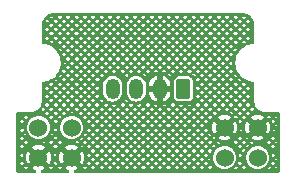
<source format=gbr>
%TF.GenerationSoftware,KiCad,Pcbnew,7.0.8*%
%TF.CreationDate,2025-01-02T16:25:12-08:00*%
%TF.ProjectId,tachometer board,74616368-6f6d-4657-9465-7220626f6172,rev?*%
%TF.SameCoordinates,Original*%
%TF.FileFunction,Copper,L2,Bot*%
%TF.FilePolarity,Positive*%
%FSLAX46Y46*%
G04 Gerber Fmt 4.6, Leading zero omitted, Abs format (unit mm)*
G04 Created by KiCad (PCBNEW 7.0.8) date 2025-01-02 16:25:12*
%MOMM*%
%LPD*%
G01*
G04 APERTURE LIST*
G04 Aperture macros list*
%AMRoundRect*
0 Rectangle with rounded corners*
0 $1 Rounding radius*
0 $2 $3 $4 $5 $6 $7 $8 $9 X,Y pos of 4 corners*
0 Add a 4 corners polygon primitive as box body*
4,1,4,$2,$3,$4,$5,$6,$7,$8,$9,$2,$3,0*
0 Add four circle primitives for the rounded corners*
1,1,$1+$1,$2,$3*
1,1,$1+$1,$4,$5*
1,1,$1+$1,$6,$7*
1,1,$1+$1,$8,$9*
0 Add four rect primitives between the rounded corners*
20,1,$1+$1,$2,$3,$4,$5,0*
20,1,$1+$1,$4,$5,$6,$7,0*
20,1,$1+$1,$6,$7,$8,$9,0*
20,1,$1+$1,$8,$9,$2,$3,0*%
G04 Aperture macros list end*
%TA.AperFunction,ComponentPad*%
%ADD10RoundRect,0.250000X0.350000X0.625000X-0.350000X0.625000X-0.350000X-0.625000X0.350000X-0.625000X0*%
%TD*%
%TA.AperFunction,ComponentPad*%
%ADD11O,1.200000X1.750000*%
%TD*%
%TA.AperFunction,ComponentPad*%
%ADD12C,1.524000*%
%TD*%
G04 APERTURE END LIST*
D10*
%TO.P,J1,1,Pin_1*%
%TO.N,+3.3V*%
X159192893Y-107150000D03*
D11*
%TO.P,J1,2,Pin_2*%
%TO.N,GND*%
X157192893Y-107150000D03*
%TO.P,J1,3,Pin_3*%
%TO.N,/OUT2*%
X155192893Y-107150000D03*
%TO.P,J1,4,Pin_4*%
%TO.N,/OUT1*%
X153192893Y-107150000D03*
%TD*%
D12*
%TO.P,U2,1,GND*%
%TO.N,GND*%
X165467893Y-110430000D03*
%TO.P,U2,2,GND*%
X162667893Y-110430000D03*
%TO.P,U2,3,LED_VIN*%
%TO.N,Net-(U2-LED_VIN)*%
X162667893Y-112970000D03*
%TO.P,U2,4,Phototransistor_OUT*%
%TO.N,/OUT2*%
X165467893Y-112970000D03*
%TD*%
%TO.P,U1,1,GND*%
%TO.N,GND*%
X146917893Y-112970000D03*
%TO.P,U1,2,GND*%
X149717893Y-112970000D03*
%TO.P,U1,3,LED_VIN*%
%TO.N,Net-(U1-LED_VIN)*%
X149717893Y-110430000D03*
%TO.P,U1,4,Phototransistor_OUT*%
%TO.N,/OUT1*%
X146917893Y-110430000D03*
%TD*%
%TA.AperFunction,Conductor*%
%TO.N,GND*%
G36*
X164195587Y-100743628D02*
G01*
X164238422Y-100747376D01*
X164364663Y-100759809D01*
X164384578Y-100763432D01*
X164451239Y-100781293D01*
X164544468Y-100809573D01*
X164560853Y-100815842D01*
X164628296Y-100847291D01*
X164631277Y-100848781D01*
X164695125Y-100882909D01*
X164715224Y-100893652D01*
X164721564Y-100897546D01*
X164787733Y-100943877D01*
X164791481Y-100946720D01*
X164863713Y-101005998D01*
X164868205Y-101010068D01*
X164901972Y-101043835D01*
X164925708Y-101067571D01*
X164929790Y-101072074D01*
X164985203Y-101139593D01*
X164989056Y-101144288D01*
X164991915Y-101148056D01*
X165038245Y-101214221D01*
X165042137Y-101220556D01*
X165087001Y-101304491D01*
X165088513Y-101307514D01*
X165119946Y-101374920D01*
X165126221Y-101391319D01*
X165148683Y-101465364D01*
X165154504Y-101484553D01*
X165172357Y-101551181D01*
X165175986Y-101571128D01*
X165188513Y-101698399D01*
X165192157Y-101740039D01*
X165192393Y-101745446D01*
X165192393Y-103218407D01*
X165172708Y-103285446D01*
X165119904Y-103331201D01*
X165077464Y-103340433D01*
X165077586Y-103342060D01*
X165072954Y-103342407D01*
X165072953Y-103342407D01*
X164835752Y-103378161D01*
X164835750Y-103378161D01*
X164835747Y-103378162D01*
X164718097Y-103414453D01*
X164606530Y-103448867D01*
X164606528Y-103448868D01*
X164606524Y-103448869D01*
X164390401Y-103552949D01*
X164192218Y-103688070D01*
X164192211Y-103688075D01*
X164016366Y-103851233D01*
X163866801Y-104038784D01*
X163746861Y-104246526D01*
X163659225Y-104469819D01*
X163659219Y-104469838D01*
X163605844Y-104703690D01*
X163605844Y-104703692D01*
X163587919Y-104942895D01*
X163587919Y-104942904D01*
X163605844Y-105182107D01*
X163605844Y-105182109D01*
X163659219Y-105415961D01*
X163659221Y-105415968D01*
X163659223Y-105415975D01*
X163746861Y-105639273D01*
X163866801Y-105847016D01*
X163941096Y-105940179D01*
X164016366Y-106034566D01*
X164110821Y-106122206D01*
X164192208Y-106197722D01*
X164192211Y-106197724D01*
X164192218Y-106197729D01*
X164390401Y-106332850D01*
X164390404Y-106332851D01*
X164390405Y-106332852D01*
X164606530Y-106436933D01*
X164835752Y-106507639D01*
X165072953Y-106543393D01*
X165072967Y-106543393D01*
X165077586Y-106543740D01*
X165077413Y-106546041D01*
X165135432Y-106563078D01*
X165181187Y-106615882D01*
X165192393Y-106667393D01*
X165192393Y-108154590D01*
X165192406Y-108154728D01*
X165192406Y-108230429D01*
X165222803Y-108402826D01*
X165222804Y-108402831D01*
X165236207Y-108439654D01*
X165282679Y-108567335D01*
X165370209Y-108718946D01*
X165482737Y-108853053D01*
X165482739Y-108853055D01*
X165482743Y-108853059D01*
X165572141Y-108928073D01*
X165616840Y-108965580D01*
X165616841Y-108965582D01*
X165637155Y-108977310D01*
X165768452Y-109053116D01*
X165932957Y-109112992D01*
X166105361Y-109143393D01*
X166192794Y-109143393D01*
X167243393Y-109143393D01*
X167310432Y-109163078D01*
X167356187Y-109215882D01*
X167367393Y-109267393D01*
X167367393Y-114118393D01*
X167347708Y-114185432D01*
X167294904Y-114231187D01*
X167243393Y-114242393D01*
X150017794Y-114242393D01*
X149950755Y-114222708D01*
X149905000Y-114169904D01*
X149895056Y-114100746D01*
X149924081Y-114037190D01*
X149981799Y-113999732D01*
X150126273Y-113955906D01*
X150272230Y-113877890D01*
X150193498Y-113799158D01*
X150666688Y-113799158D01*
X150836923Y-113969393D01*
X150852837Y-113969393D01*
X151023071Y-113799158D01*
X151375209Y-113799158D01*
X151545444Y-113969393D01*
X151561358Y-113969393D01*
X151731592Y-113799158D01*
X152083730Y-113799158D01*
X152253965Y-113969393D01*
X152269879Y-113969393D01*
X152440113Y-113799158D01*
X152792251Y-113799158D01*
X152962486Y-113969393D01*
X152978400Y-113969393D01*
X153148634Y-113799158D01*
X153500772Y-113799158D01*
X153671007Y-113969393D01*
X153686921Y-113969393D01*
X153857155Y-113799158D01*
X154209293Y-113799158D01*
X154379528Y-113969393D01*
X154395442Y-113969393D01*
X154565676Y-113799158D01*
X154917814Y-113799158D01*
X155088049Y-113969393D01*
X155103963Y-113969393D01*
X155274197Y-113799158D01*
X155626335Y-113799158D01*
X155796570Y-113969393D01*
X155812484Y-113969393D01*
X155982718Y-113799158D01*
X156334856Y-113799158D01*
X156505091Y-113969393D01*
X156521005Y-113969393D01*
X156691239Y-113799158D01*
X157043377Y-113799158D01*
X157213612Y-113969393D01*
X157229526Y-113969393D01*
X157399760Y-113799158D01*
X157751898Y-113799158D01*
X157922133Y-113969393D01*
X157938047Y-113969393D01*
X158108281Y-113799158D01*
X158460419Y-113799158D01*
X158630654Y-113969393D01*
X158646568Y-113969393D01*
X158816802Y-113799158D01*
X159168940Y-113799158D01*
X159339175Y-113969393D01*
X159355089Y-113969393D01*
X159525323Y-113799158D01*
X159877461Y-113799158D01*
X160047696Y-113969393D01*
X160063610Y-113969393D01*
X160233844Y-113799158D01*
X160585982Y-113799158D01*
X160756217Y-113969393D01*
X160772131Y-113969393D01*
X160942365Y-113799158D01*
X161294503Y-113799158D01*
X161464738Y-113969393D01*
X161480652Y-113969393D01*
X161650886Y-113799158D01*
X161472694Y-113620966D01*
X161294503Y-113799158D01*
X160942365Y-113799158D01*
X160764173Y-113620966D01*
X160585982Y-113799158D01*
X160233844Y-113799158D01*
X160055652Y-113620966D01*
X159877461Y-113799158D01*
X159525323Y-113799158D01*
X159347131Y-113620966D01*
X159168940Y-113799158D01*
X158816802Y-113799158D01*
X158638610Y-113620966D01*
X158460419Y-113799158D01*
X158108281Y-113799158D01*
X157930089Y-113620966D01*
X157751898Y-113799158D01*
X157399760Y-113799158D01*
X157221568Y-113620966D01*
X157043377Y-113799158D01*
X156691239Y-113799158D01*
X156513047Y-113620966D01*
X156334856Y-113799158D01*
X155982718Y-113799158D01*
X155804526Y-113620966D01*
X155626335Y-113799158D01*
X155274197Y-113799158D01*
X155096005Y-113620966D01*
X154917814Y-113799158D01*
X154565676Y-113799158D01*
X154387485Y-113620967D01*
X154209293Y-113799158D01*
X153857155Y-113799158D01*
X153678964Y-113620967D01*
X153500772Y-113799158D01*
X153148634Y-113799158D01*
X152970443Y-113620967D01*
X152792251Y-113799158D01*
X152440113Y-113799158D01*
X152261922Y-113620967D01*
X152083730Y-113799158D01*
X151731592Y-113799158D01*
X151553401Y-113620967D01*
X151375209Y-113799158D01*
X151023071Y-113799158D01*
X150870167Y-113646254D01*
X150834325Y-113713311D01*
X150796366Y-113756239D01*
X150786658Y-113763076D01*
X150733453Y-113784353D01*
X150672444Y-113793402D01*
X150666688Y-113799158D01*
X150193498Y-113799158D01*
X149762294Y-113367953D01*
X149843041Y-113355165D01*
X149955938Y-113297641D01*
X150045534Y-113208045D01*
X150103058Y-113095148D01*
X150115846Y-113014400D01*
X150625783Y-113524337D01*
X150668245Y-113444897D01*
X151020948Y-113444897D01*
X151199140Y-113623089D01*
X151377331Y-113444897D01*
X151729469Y-113444897D01*
X151907661Y-113623089D01*
X152085852Y-113444897D01*
X152437990Y-113444897D01*
X152616182Y-113623089D01*
X152794373Y-113444897D01*
X153146511Y-113444897D01*
X153324703Y-113623089D01*
X153502894Y-113444897D01*
X153855032Y-113444897D01*
X154033224Y-113623089D01*
X154211415Y-113444897D01*
X154563553Y-113444897D01*
X154741745Y-113623089D01*
X154919936Y-113444897D01*
X155272074Y-113444897D01*
X155450266Y-113623089D01*
X155628457Y-113444897D01*
X155980595Y-113444897D01*
X156158787Y-113623089D01*
X156336978Y-113444897D01*
X156689116Y-113444897D01*
X156867308Y-113623089D01*
X157045499Y-113444897D01*
X157397637Y-113444897D01*
X157575829Y-113623089D01*
X157754020Y-113444897D01*
X158106158Y-113444897D01*
X158284350Y-113623089D01*
X158462541Y-113444897D01*
X158814679Y-113444897D01*
X158992871Y-113623089D01*
X159171062Y-113444897D01*
X159523200Y-113444897D01*
X159701392Y-113623089D01*
X159879583Y-113444897D01*
X160231721Y-113444897D01*
X160409913Y-113623089D01*
X160588104Y-113444897D01*
X160940242Y-113444897D01*
X161118434Y-113623089D01*
X161296625Y-113444897D01*
X161118434Y-113266706D01*
X160940242Y-113444897D01*
X160588104Y-113444897D01*
X160409913Y-113266706D01*
X160231721Y-113444897D01*
X159879583Y-113444897D01*
X159701392Y-113266706D01*
X159523200Y-113444897D01*
X159171062Y-113444897D01*
X158992871Y-113266706D01*
X158814679Y-113444897D01*
X158462541Y-113444897D01*
X158284350Y-113266706D01*
X158106158Y-113444897D01*
X157754020Y-113444897D01*
X157575829Y-113266706D01*
X157397637Y-113444897D01*
X157045499Y-113444897D01*
X156867308Y-113266706D01*
X156689116Y-113444897D01*
X156336978Y-113444897D01*
X156158787Y-113266706D01*
X155980595Y-113444897D01*
X155628457Y-113444897D01*
X155450266Y-113266706D01*
X155272074Y-113444897D01*
X154919936Y-113444897D01*
X154741745Y-113266706D01*
X154563553Y-113444897D01*
X154211415Y-113444897D01*
X154033224Y-113266706D01*
X153855032Y-113444897D01*
X153502894Y-113444897D01*
X153324703Y-113266706D01*
X153146511Y-113444897D01*
X152794373Y-113444897D01*
X152616182Y-113266706D01*
X152437990Y-113444897D01*
X152085852Y-113444897D01*
X151907661Y-113266706D01*
X151729469Y-113444897D01*
X151377331Y-113444897D01*
X151199140Y-113266706D01*
X151020948Y-113444897D01*
X150668245Y-113444897D01*
X150703799Y-113378380D01*
X150764527Y-113178186D01*
X150773150Y-113090637D01*
X151375209Y-113090637D01*
X151553401Y-113268828D01*
X151731592Y-113090637D01*
X152083730Y-113090637D01*
X152261922Y-113268828D01*
X152440113Y-113090637D01*
X152792251Y-113090637D01*
X152970443Y-113268828D01*
X153148634Y-113090637D01*
X153500772Y-113090637D01*
X153678964Y-113268828D01*
X153857155Y-113090637D01*
X154209293Y-113090637D01*
X154387485Y-113268828D01*
X154565676Y-113090637D01*
X154917814Y-113090637D01*
X155096005Y-113268828D01*
X155274197Y-113090637D01*
X155626335Y-113090637D01*
X155804526Y-113268828D01*
X155982718Y-113090637D01*
X156334856Y-113090637D01*
X156513047Y-113268828D01*
X156691239Y-113090637D01*
X157043377Y-113090637D01*
X157221568Y-113268828D01*
X157399760Y-113090637D01*
X157751898Y-113090637D01*
X157930089Y-113268828D01*
X158108281Y-113090637D01*
X158460419Y-113090637D01*
X158638610Y-113268828D01*
X158816802Y-113090637D01*
X159168940Y-113090637D01*
X159347131Y-113268828D01*
X159525323Y-113090637D01*
X159877461Y-113090637D01*
X160055652Y-113268828D01*
X160233844Y-113090637D01*
X160585982Y-113090637D01*
X160764173Y-113268828D01*
X160942365Y-113090637D01*
X161294503Y-113090637D01*
X161465162Y-113261296D01*
X161455684Y-113230050D01*
X161454869Y-113227101D01*
X161453832Y-113222958D01*
X161453169Y-113220003D01*
X161449960Y-113203868D01*
X161449438Y-113200859D01*
X161448812Y-113196633D01*
X161448441Y-113193624D01*
X161428243Y-112988566D01*
X161428019Y-112985519D01*
X161427810Y-112981253D01*
X161427736Y-112978222D01*
X161427736Y-112970000D01*
X161700736Y-112970000D01*
X161719319Y-113158681D01*
X161734294Y-113208045D01*
X161774356Y-113340115D01*
X161774357Y-113340118D01*
X161774358Y-113340119D01*
X161774359Y-113340122D01*
X161863727Y-113507318D01*
X161863731Y-113507325D01*
X161984009Y-113653883D01*
X162130567Y-113774161D01*
X162130574Y-113774165D01*
X162297770Y-113863533D01*
X162297771Y-113863533D01*
X162297778Y-113863537D01*
X162479210Y-113918573D01*
X162479209Y-113918573D01*
X162496126Y-113920239D01*
X162667893Y-113937157D01*
X162856576Y-113918573D01*
X162975303Y-113882558D01*
X163503466Y-113882558D01*
X163590301Y-113969393D01*
X163606215Y-113969393D01*
X163776449Y-113799158D01*
X164128587Y-113799158D01*
X164298822Y-113969393D01*
X164314736Y-113969393D01*
X164484970Y-113799158D01*
X164306778Y-113620966D01*
X164128587Y-113799158D01*
X163776449Y-113799158D01*
X163671690Y-113694399D01*
X163557598Y-113833421D01*
X163555630Y-113835704D01*
X163552763Y-113838870D01*
X163550645Y-113841096D01*
X163538989Y-113852752D01*
X163536763Y-113854870D01*
X163533597Y-113857737D01*
X163531314Y-113859705D01*
X163503466Y-113882558D01*
X162975303Y-113882558D01*
X163038008Y-113863537D01*
X163205217Y-113774162D01*
X163351776Y-113653883D01*
X163472055Y-113507324D01*
X163491264Y-113471386D01*
X163800815Y-113471386D01*
X163952518Y-113623089D01*
X164130709Y-113444897D01*
X163952517Y-113266705D01*
X163832606Y-113386616D01*
X163820288Y-113427228D01*
X163819337Y-113430106D01*
X163817901Y-113434124D01*
X163816803Y-113436970D01*
X163810505Y-113452179D01*
X163809269Y-113454968D01*
X163807442Y-113458832D01*
X163806073Y-113461551D01*
X163800815Y-113471386D01*
X163491264Y-113471386D01*
X163561430Y-113340115D01*
X163616466Y-113158683D01*
X163623168Y-113090637D01*
X164128587Y-113090637D01*
X164251981Y-113214031D01*
X164249960Y-113203868D01*
X164249438Y-113200859D01*
X164248812Y-113196633D01*
X164248441Y-113193624D01*
X164228459Y-112990764D01*
X164128587Y-113090637D01*
X163623168Y-113090637D01*
X163635050Y-112970000D01*
X164500736Y-112970000D01*
X164519319Y-113158681D01*
X164534294Y-113208045D01*
X164574356Y-113340115D01*
X164574357Y-113340118D01*
X164574358Y-113340119D01*
X164574359Y-113340122D01*
X164663727Y-113507318D01*
X164663731Y-113507325D01*
X164784009Y-113653883D01*
X164930567Y-113774161D01*
X164930574Y-113774165D01*
X165097770Y-113863533D01*
X165097771Y-113863533D01*
X165097778Y-113863537D01*
X165279210Y-113918573D01*
X165279209Y-113918573D01*
X165296126Y-113920239D01*
X165467893Y-113937157D01*
X165656576Y-113918573D01*
X165825949Y-113867195D01*
X166322187Y-113867195D01*
X166424385Y-113969393D01*
X166440299Y-113969393D01*
X166610533Y-113799158D01*
X166962671Y-113799158D01*
X167094393Y-113930880D01*
X167094393Y-113667436D01*
X166962671Y-113799158D01*
X166610533Y-113799158D01*
X166487054Y-113675679D01*
X166357598Y-113833421D01*
X166355630Y-113835704D01*
X166352763Y-113838870D01*
X166350645Y-113841096D01*
X166338989Y-113852752D01*
X166336763Y-113854870D01*
X166333597Y-113857737D01*
X166331314Y-113859705D01*
X166322187Y-113867195D01*
X165825949Y-113867195D01*
X165838008Y-113863537D01*
X166005217Y-113774162D01*
X166151776Y-113653883D01*
X166272055Y-113507324D01*
X166303492Y-113448510D01*
X166612023Y-113448510D01*
X166786602Y-113623089D01*
X166964793Y-113444897D01*
X166786602Y-113266706D01*
X166617095Y-113436212D01*
X166616803Y-113436970D01*
X166612023Y-113448510D01*
X166303492Y-113448510D01*
X166361430Y-113340115D01*
X166416466Y-113158683D01*
X166423168Y-113090637D01*
X166962671Y-113090637D01*
X167094393Y-113222359D01*
X167094393Y-112958915D01*
X166962671Y-113090637D01*
X166423168Y-113090637D01*
X166435050Y-112970000D01*
X166416466Y-112781317D01*
X166384282Y-112675220D01*
X166669566Y-112675220D01*
X166680102Y-112709949D01*
X166680917Y-112712899D01*
X166681954Y-112717042D01*
X166682617Y-112719997D01*
X166685826Y-112736132D01*
X166686348Y-112739141D01*
X166686974Y-112743367D01*
X166687345Y-112746376D01*
X166694876Y-112822842D01*
X166786602Y-112914568D01*
X166964793Y-112736376D01*
X166786602Y-112558185D01*
X166669566Y-112675220D01*
X166384282Y-112675220D01*
X166361430Y-112599885D01*
X166340978Y-112561622D01*
X166272058Y-112432681D01*
X166272054Y-112432674D01*
X166151776Y-112286116D01*
X166086595Y-112232623D01*
X166461040Y-112232623D01*
X166488296Y-112265834D01*
X166490151Y-112268209D01*
X166492698Y-112271641D01*
X166494470Y-112274156D01*
X166503609Y-112287834D01*
X166505216Y-112290371D01*
X166507414Y-112294032D01*
X166508933Y-112296712D01*
X166574071Y-112418577D01*
X166610533Y-112382116D01*
X166962671Y-112382116D01*
X167094393Y-112513838D01*
X167094393Y-112250394D01*
X166962671Y-112382116D01*
X166610533Y-112382116D01*
X166461040Y-112232623D01*
X166086595Y-112232623D01*
X166005218Y-112165838D01*
X166005211Y-112165834D01*
X165838015Y-112076466D01*
X165838012Y-112076465D01*
X165838011Y-112076464D01*
X165838008Y-112076463D01*
X165677767Y-112027855D01*
X166608410Y-112027855D01*
X166786602Y-112206047D01*
X166964793Y-112027855D01*
X166786602Y-111849664D01*
X166608410Y-112027855D01*
X165677767Y-112027855D01*
X165656576Y-112021427D01*
X165656574Y-112021426D01*
X165656576Y-112021426D01*
X165467893Y-112002843D01*
X165279211Y-112021426D01*
X165172087Y-112053921D01*
X165097778Y-112076463D01*
X165097775Y-112076464D01*
X165097773Y-112076465D01*
X165097770Y-112076466D01*
X164930574Y-112165834D01*
X164930567Y-112165838D01*
X164784009Y-112286116D01*
X164663731Y-112432674D01*
X164663727Y-112432681D01*
X164574359Y-112599877D01*
X164574358Y-112599880D01*
X164574357Y-112599882D01*
X164574356Y-112599885D01*
X164551814Y-112674194D01*
X164519319Y-112781318D01*
X164500736Y-112970000D01*
X163635050Y-112970000D01*
X163616466Y-112781317D01*
X163576350Y-112649069D01*
X163861633Y-112649069D01*
X163880102Y-112709949D01*
X163880917Y-112712899D01*
X163881954Y-112717042D01*
X163882617Y-112719997D01*
X163885826Y-112736132D01*
X163886348Y-112739141D01*
X163886974Y-112743367D01*
X163887345Y-112746376D01*
X163898600Y-112860650D01*
X163952518Y-112914568D01*
X164130709Y-112736376D01*
X163952518Y-112558185D01*
X163861633Y-112649069D01*
X163576350Y-112649069D01*
X163561430Y-112599885D01*
X163540978Y-112561622D01*
X163472058Y-112432681D01*
X163472054Y-112432674D01*
X163392009Y-112335140D01*
X163729473Y-112335140D01*
X163762199Y-112396365D01*
X163776449Y-112382116D01*
X164128587Y-112382116D01*
X164302405Y-112555934D01*
X164315499Y-112512771D01*
X164316449Y-112509893D01*
X164317885Y-112505876D01*
X164318983Y-112503030D01*
X164325281Y-112487821D01*
X164326517Y-112485032D01*
X164328344Y-112481168D01*
X164329712Y-112478450D01*
X164417348Y-112314494D01*
X164306778Y-112203924D01*
X164128587Y-112382116D01*
X163776449Y-112382116D01*
X163729473Y-112335140D01*
X163392009Y-112335140D01*
X163351776Y-112286116D01*
X163205218Y-112165838D01*
X163205211Y-112165834D01*
X163038015Y-112076466D01*
X163038012Y-112076465D01*
X163038011Y-112076464D01*
X163038008Y-112076463D01*
X162877767Y-112027855D01*
X163774326Y-112027855D01*
X163952518Y-112206047D01*
X164130709Y-112027855D01*
X164482847Y-112027855D01*
X164570697Y-112115705D01*
X164578189Y-112106578D01*
X164580157Y-112104296D01*
X164583023Y-112101130D01*
X164585141Y-112098904D01*
X164596797Y-112087248D01*
X164599023Y-112085130D01*
X164602189Y-112082263D01*
X164604472Y-112080295D01*
X164762213Y-111950838D01*
X164690734Y-111879359D01*
X166048385Y-111879359D01*
X166141181Y-111928960D01*
X166143861Y-111930479D01*
X166147522Y-111932677D01*
X166150059Y-111934284D01*
X166163737Y-111943423D01*
X166166252Y-111945195D01*
X166169683Y-111947742D01*
X166172059Y-111949597D01*
X166205268Y-111976851D01*
X166078081Y-111849664D01*
X166048385Y-111879359D01*
X164690734Y-111879359D01*
X164661039Y-111849664D01*
X164482847Y-112027855D01*
X164130709Y-112027855D01*
X163952518Y-111849664D01*
X163774326Y-112027855D01*
X162877767Y-112027855D01*
X162856576Y-112021427D01*
X162856574Y-112021426D01*
X162856576Y-112021426D01*
X162667893Y-112002843D01*
X162479211Y-112021426D01*
X162372087Y-112053921D01*
X162297778Y-112076463D01*
X162297775Y-112076464D01*
X162297773Y-112076465D01*
X162297770Y-112076466D01*
X162130574Y-112165834D01*
X162130567Y-112165838D01*
X161984009Y-112286116D01*
X161863731Y-112432674D01*
X161863727Y-112432681D01*
X161774359Y-112599877D01*
X161774358Y-112599880D01*
X161774357Y-112599882D01*
X161774356Y-112599885D01*
X161751814Y-112674194D01*
X161719319Y-112781318D01*
X161700736Y-112970000D01*
X161427736Y-112970000D01*
X161427736Y-112961778D01*
X161427810Y-112958747D01*
X161427882Y-112957257D01*
X161294503Y-113090637D01*
X160942365Y-113090637D01*
X160764173Y-112912445D01*
X160585982Y-113090637D01*
X160233844Y-113090637D01*
X160055652Y-112912445D01*
X159877461Y-113090637D01*
X159525323Y-113090637D01*
X159347131Y-112912445D01*
X159168940Y-113090637D01*
X158816802Y-113090637D01*
X158638610Y-112912445D01*
X158460419Y-113090637D01*
X158108281Y-113090637D01*
X157930089Y-112912445D01*
X157751898Y-113090637D01*
X157399760Y-113090637D01*
X157221568Y-112912445D01*
X157043377Y-113090637D01*
X156691239Y-113090637D01*
X156513047Y-112912445D01*
X156334856Y-113090637D01*
X155982718Y-113090637D01*
X155804526Y-112912445D01*
X155626335Y-113090637D01*
X155274197Y-113090637D01*
X155096005Y-112912445D01*
X154917814Y-113090637D01*
X154565676Y-113090637D01*
X154387485Y-112912446D01*
X154209293Y-113090637D01*
X153857155Y-113090637D01*
X153678964Y-112912446D01*
X153500772Y-113090637D01*
X153148634Y-113090637D01*
X152970443Y-112912446D01*
X152792251Y-113090637D01*
X152440113Y-113090637D01*
X152261922Y-112912446D01*
X152083730Y-113090637D01*
X151731592Y-113090637D01*
X151553401Y-112912446D01*
X151375209Y-113090637D01*
X150773150Y-113090637D01*
X150785031Y-112970000D01*
X150764527Y-112761813D01*
X150752599Y-112722492D01*
X151034832Y-112722492D01*
X151035035Y-112723862D01*
X151035406Y-112726871D01*
X151038024Y-112753452D01*
X151199140Y-112914568D01*
X151377331Y-112736376D01*
X151729469Y-112736376D01*
X151907661Y-112914568D01*
X152085852Y-112736376D01*
X152437990Y-112736376D01*
X152616182Y-112914568D01*
X152794373Y-112736376D01*
X153146511Y-112736376D01*
X153324703Y-112914568D01*
X153502894Y-112736376D01*
X153855032Y-112736376D01*
X154033224Y-112914568D01*
X154211415Y-112736376D01*
X154563553Y-112736376D01*
X154741745Y-112914568D01*
X154919936Y-112736376D01*
X155272074Y-112736376D01*
X155450266Y-112914568D01*
X155628457Y-112736376D01*
X155980595Y-112736376D01*
X156158787Y-112914568D01*
X156336978Y-112736376D01*
X156689116Y-112736376D01*
X156867308Y-112914568D01*
X157045499Y-112736376D01*
X157397637Y-112736376D01*
X157575829Y-112914568D01*
X157754020Y-112736376D01*
X158106158Y-112736376D01*
X158284350Y-112914568D01*
X158462541Y-112736376D01*
X158814679Y-112736376D01*
X158992871Y-112914568D01*
X159171062Y-112736376D01*
X159523200Y-112736376D01*
X159701392Y-112914568D01*
X159879583Y-112736376D01*
X160231721Y-112736376D01*
X160409913Y-112914568D01*
X160588104Y-112736376D01*
X160940242Y-112736376D01*
X161118434Y-112914568D01*
X161296625Y-112736376D01*
X161118434Y-112558185D01*
X160940242Y-112736376D01*
X160588104Y-112736376D01*
X160409913Y-112558185D01*
X160231721Y-112736376D01*
X159879583Y-112736376D01*
X159701392Y-112558185D01*
X159523200Y-112736376D01*
X159171062Y-112736376D01*
X158992871Y-112558185D01*
X158814679Y-112736376D01*
X158462541Y-112736376D01*
X158284350Y-112558185D01*
X158106158Y-112736376D01*
X157754020Y-112736376D01*
X157575829Y-112558185D01*
X157397637Y-112736376D01*
X157045499Y-112736376D01*
X156867308Y-112558185D01*
X156689116Y-112736376D01*
X156336978Y-112736376D01*
X156158787Y-112558185D01*
X155980595Y-112736376D01*
X155628457Y-112736376D01*
X155450266Y-112558185D01*
X155272074Y-112736376D01*
X154919936Y-112736376D01*
X154741745Y-112558185D01*
X154563553Y-112736376D01*
X154211415Y-112736376D01*
X154033224Y-112558185D01*
X153855032Y-112736376D01*
X153502894Y-112736376D01*
X153324703Y-112558185D01*
X153146511Y-112736376D01*
X152794373Y-112736376D01*
X152616182Y-112558185D01*
X152437990Y-112736376D01*
X152085852Y-112736376D01*
X151907661Y-112558185D01*
X151729469Y-112736376D01*
X151377331Y-112736376D01*
X151199140Y-112558185D01*
X151034832Y-112722492D01*
X150752599Y-112722492D01*
X150703799Y-112561619D01*
X150625783Y-112415662D01*
X150625782Y-112415662D01*
X150115846Y-112925598D01*
X150103058Y-112844852D01*
X150045534Y-112731955D01*
X149955938Y-112642359D01*
X149843041Y-112584835D01*
X149762294Y-112572046D01*
X150114131Y-112220208D01*
X150828595Y-112220208D01*
X150834326Y-112226689D01*
X150948439Y-112440179D01*
X150949797Y-112442878D01*
X150951625Y-112446738D01*
X150952868Y-112449541D01*
X150953681Y-112451505D01*
X151023071Y-112382116D01*
X151375209Y-112382116D01*
X151553401Y-112560307D01*
X151731592Y-112382116D01*
X152083730Y-112382116D01*
X152261922Y-112560307D01*
X152440113Y-112382116D01*
X152792251Y-112382116D01*
X152970443Y-112560307D01*
X153148634Y-112382116D01*
X153500772Y-112382116D01*
X153678964Y-112560307D01*
X153857155Y-112382116D01*
X154209293Y-112382116D01*
X154387485Y-112560307D01*
X154565676Y-112382116D01*
X154917814Y-112382116D01*
X155096005Y-112560307D01*
X155274197Y-112382116D01*
X155626335Y-112382116D01*
X155804526Y-112560307D01*
X155982718Y-112382116D01*
X156334856Y-112382116D01*
X156513047Y-112560307D01*
X156691239Y-112382116D01*
X157043377Y-112382116D01*
X157221568Y-112560307D01*
X157399760Y-112382116D01*
X157751898Y-112382116D01*
X157930089Y-112560307D01*
X158108281Y-112382116D01*
X158460419Y-112382116D01*
X158638610Y-112560307D01*
X158816802Y-112382116D01*
X159168940Y-112382116D01*
X159347131Y-112560307D01*
X159525323Y-112382116D01*
X159877461Y-112382116D01*
X160055652Y-112560307D01*
X160233844Y-112382116D01*
X160585982Y-112382116D01*
X160764173Y-112560307D01*
X160942365Y-112382116D01*
X161294503Y-112382116D01*
X161472693Y-112560306D01*
X161513437Y-112519562D01*
X161515499Y-112512769D01*
X161516449Y-112509893D01*
X161517885Y-112505876D01*
X161518983Y-112503030D01*
X161525281Y-112487821D01*
X161526517Y-112485032D01*
X161528344Y-112481168D01*
X161529712Y-112478450D01*
X161605475Y-112336705D01*
X161472694Y-112203924D01*
X161294503Y-112382116D01*
X160942365Y-112382116D01*
X160764173Y-112203924D01*
X160585982Y-112382116D01*
X160233844Y-112382116D01*
X160055652Y-112203924D01*
X159877461Y-112382116D01*
X159525323Y-112382116D01*
X159347131Y-112203924D01*
X159168940Y-112382116D01*
X158816802Y-112382116D01*
X158638610Y-112203924D01*
X158460419Y-112382116D01*
X158108281Y-112382116D01*
X157930089Y-112203924D01*
X157751898Y-112382116D01*
X157399760Y-112382116D01*
X157221568Y-112203924D01*
X157043377Y-112382116D01*
X156691239Y-112382116D01*
X156513047Y-112203924D01*
X156334856Y-112382116D01*
X155982718Y-112382116D01*
X155804526Y-112203924D01*
X155626335Y-112382116D01*
X155274197Y-112382116D01*
X155096005Y-112203924D01*
X154917814Y-112382116D01*
X154565676Y-112382116D01*
X154387485Y-112203925D01*
X154209293Y-112382116D01*
X153857155Y-112382116D01*
X153678964Y-112203925D01*
X153500772Y-112382116D01*
X153148634Y-112382116D01*
X152970443Y-112203925D01*
X152792251Y-112382116D01*
X152440113Y-112382116D01*
X152261922Y-112203925D01*
X152083730Y-112382116D01*
X151731592Y-112382116D01*
X151553401Y-112203925D01*
X151375209Y-112382116D01*
X151023071Y-112382116D01*
X150844879Y-112203924D01*
X150828595Y-112220208D01*
X150114131Y-112220208D01*
X150272229Y-112062109D01*
X150126268Y-111984092D01*
X149926077Y-111923365D01*
X149926081Y-111923365D01*
X149717893Y-111902861D01*
X149509706Y-111923365D01*
X149309515Y-111984093D01*
X149163555Y-112062109D01*
X149673492Y-112572046D01*
X149592745Y-112584835D01*
X149479848Y-112642359D01*
X149390252Y-112731955D01*
X149332728Y-112844852D01*
X149319939Y-112925599D01*
X148810002Y-112415662D01*
X148731986Y-112561622D01*
X148671258Y-112761813D01*
X148650754Y-112970000D01*
X148671258Y-113178186D01*
X148731985Y-113378375D01*
X148810002Y-113524336D01*
X149319939Y-113014400D01*
X149332728Y-113095148D01*
X149390252Y-113208045D01*
X149479848Y-113297641D01*
X149592745Y-113355165D01*
X149673492Y-113367953D01*
X149163555Y-113877889D01*
X149163555Y-113877890D01*
X149309512Y-113955906D01*
X149453987Y-113999732D01*
X149512426Y-114038030D01*
X149540882Y-114101842D01*
X149530322Y-114170909D01*
X149484098Y-114223303D01*
X149417992Y-114242393D01*
X147217794Y-114242393D01*
X147150755Y-114222708D01*
X147105000Y-114169904D01*
X147095056Y-114100746D01*
X147124081Y-114037190D01*
X147181799Y-113999732D01*
X147326273Y-113955906D01*
X147472230Y-113877890D01*
X147393632Y-113799292D01*
X147832739Y-113799292D01*
X148002839Y-113969393D01*
X148018753Y-113969393D01*
X148188987Y-113799158D01*
X148188986Y-113799157D01*
X148541125Y-113799157D01*
X148711360Y-113969393D01*
X148727273Y-113969393D01*
X148886980Y-113809683D01*
X148887807Y-113800083D01*
X148837558Y-113804412D01*
X148702330Y-113784352D01*
X148649126Y-113763075D01*
X148639418Y-113756238D01*
X148613432Y-113726851D01*
X148541125Y-113799157D01*
X148188986Y-113799157D01*
X148058295Y-113668466D01*
X148034325Y-113713311D01*
X147996366Y-113756239D01*
X147986658Y-113763076D01*
X147933454Y-113784353D01*
X147832739Y-113799292D01*
X147393632Y-113799292D01*
X146962294Y-113367953D01*
X147043041Y-113355165D01*
X147155938Y-113297641D01*
X147245534Y-113208045D01*
X147303058Y-113095148D01*
X147315846Y-113014400D01*
X147825783Y-113524337D01*
X147868245Y-113444897D01*
X148186864Y-113444897D01*
X148365055Y-113623088D01*
X148487687Y-113500456D01*
X148487347Y-113499819D01*
X148485988Y-113497121D01*
X148484161Y-113493261D01*
X148482918Y-113490458D01*
X148476612Y-113475232D01*
X148475506Y-113472365D01*
X148474070Y-113468344D01*
X148473125Y-113465482D01*
X148433627Y-113335277D01*
X148365056Y-113266706D01*
X148186864Y-113444897D01*
X147868245Y-113444897D01*
X147903799Y-113378380D01*
X147964527Y-113178186D01*
X147985031Y-112970000D01*
X147964527Y-112761813D01*
X147943983Y-112694088D01*
X148229151Y-112694088D01*
X148230015Y-112697537D01*
X148230678Y-112700492D01*
X148233887Y-112716627D01*
X148234409Y-112719636D01*
X148235035Y-112723862D01*
X148235406Y-112726871D01*
X148241748Y-112791260D01*
X148365055Y-112914567D01*
X148383731Y-112895891D01*
X148400380Y-112726870D01*
X148400751Y-112723861D01*
X148401377Y-112719636D01*
X148401899Y-112716627D01*
X148405108Y-112700492D01*
X148405771Y-112697537D01*
X148406808Y-112693394D01*
X148407623Y-112690445D01*
X148428498Y-112621627D01*
X148365055Y-112558184D01*
X148229151Y-112694088D01*
X147943983Y-112694088D01*
X147903799Y-112561619D01*
X147825783Y-112415662D01*
X147825782Y-112415662D01*
X147315846Y-112925598D01*
X147303058Y-112844852D01*
X147245534Y-112731955D01*
X147155938Y-112642359D01*
X147043041Y-112584835D01*
X146962294Y-112572046D01*
X147306005Y-112228334D01*
X148035205Y-112228334D01*
X148142337Y-112428764D01*
X148188986Y-112382115D01*
X148035205Y-112228334D01*
X147306005Y-112228334D01*
X147472229Y-112062109D01*
X147326268Y-111984092D01*
X147126077Y-111923365D01*
X147126081Y-111923365D01*
X146949816Y-111906005D01*
X147712876Y-111906005D01*
X147732245Y-111954437D01*
X147752305Y-112089665D01*
X147750362Y-112112220D01*
X147834726Y-112027855D01*
X148186864Y-112027855D01*
X148365056Y-112206047D01*
X148543247Y-112027855D01*
X148380930Y-111865538D01*
X150474744Y-111865538D01*
X150504131Y-111891525D01*
X150510968Y-111901233D01*
X150532245Y-111954437D01*
X150552305Y-112089665D01*
X150547976Y-112139914D01*
X150557576Y-112139087D01*
X150668810Y-112027855D01*
X151020948Y-112027855D01*
X151199140Y-112206047D01*
X151377331Y-112027855D01*
X151729469Y-112027855D01*
X151907661Y-112206047D01*
X152085852Y-112027855D01*
X152437990Y-112027855D01*
X152616182Y-112206047D01*
X152794373Y-112027855D01*
X153146511Y-112027855D01*
X153324703Y-112206047D01*
X153502894Y-112027855D01*
X153855032Y-112027855D01*
X154033224Y-112206047D01*
X154211415Y-112027855D01*
X154563553Y-112027855D01*
X154741745Y-112206047D01*
X154919936Y-112027855D01*
X155272074Y-112027855D01*
X155450266Y-112206047D01*
X155628457Y-112027855D01*
X155980595Y-112027855D01*
X156158787Y-112206047D01*
X156336978Y-112027855D01*
X156689116Y-112027855D01*
X156867308Y-112206047D01*
X157045499Y-112027855D01*
X157397637Y-112027855D01*
X157575829Y-112206047D01*
X157754020Y-112027855D01*
X158106158Y-112027855D01*
X158284350Y-112206047D01*
X158462541Y-112027855D01*
X158814679Y-112027855D01*
X158992871Y-112206047D01*
X159171062Y-112027855D01*
X159523200Y-112027855D01*
X159701392Y-112206047D01*
X159879583Y-112027855D01*
X160231721Y-112027855D01*
X160409913Y-112206047D01*
X160588104Y-112027855D01*
X160940242Y-112027855D01*
X161118434Y-112206047D01*
X161296625Y-112027855D01*
X161648763Y-112027855D01*
X161755334Y-112134426D01*
X161778188Y-112106579D01*
X161780156Y-112104296D01*
X161783023Y-112101130D01*
X161785141Y-112098904D01*
X161796797Y-112087248D01*
X161799023Y-112085130D01*
X161802189Y-112082263D01*
X161804472Y-112080295D01*
X161943493Y-111966202D01*
X161844778Y-111867487D01*
X163226173Y-111867487D01*
X163302752Y-111908419D01*
X163243997Y-111849664D01*
X163226173Y-111867487D01*
X161844778Y-111867487D01*
X161826955Y-111849664D01*
X161648763Y-112027855D01*
X161296625Y-112027855D01*
X161118434Y-111849664D01*
X160940242Y-112027855D01*
X160588104Y-112027855D01*
X160409913Y-111849664D01*
X160231721Y-112027855D01*
X159879583Y-112027855D01*
X159701392Y-111849664D01*
X159523200Y-112027855D01*
X159171062Y-112027855D01*
X158992871Y-111849664D01*
X158814679Y-112027855D01*
X158462541Y-112027855D01*
X158284350Y-111849664D01*
X158106158Y-112027855D01*
X157754020Y-112027855D01*
X157575829Y-111849664D01*
X157397637Y-112027855D01*
X157045499Y-112027855D01*
X156867308Y-111849664D01*
X156689116Y-112027855D01*
X156336978Y-112027855D01*
X156158787Y-111849664D01*
X155980595Y-112027855D01*
X155628457Y-112027855D01*
X155450266Y-111849664D01*
X155272074Y-112027855D01*
X154919936Y-112027855D01*
X154741745Y-111849664D01*
X154563553Y-112027855D01*
X154211415Y-112027855D01*
X154033224Y-111849664D01*
X153855032Y-112027855D01*
X153502894Y-112027855D01*
X153324703Y-111849664D01*
X153146511Y-112027855D01*
X152794373Y-112027855D01*
X152616182Y-111849664D01*
X152437990Y-112027855D01*
X152085852Y-112027855D01*
X151907661Y-111849664D01*
X151729469Y-112027855D01*
X151377331Y-112027855D01*
X151199140Y-111849664D01*
X151020948Y-112027855D01*
X150668810Y-112027855D01*
X150490619Y-111849664D01*
X150474744Y-111865538D01*
X148380930Y-111865538D01*
X148365056Y-111849664D01*
X148186864Y-112027855D01*
X147834726Y-112027855D01*
X147712876Y-111906005D01*
X146949816Y-111906005D01*
X146917893Y-111902861D01*
X146709706Y-111923365D01*
X146509515Y-111984093D01*
X146363555Y-112062109D01*
X146873492Y-112572046D01*
X146792745Y-112584835D01*
X146679848Y-112642359D01*
X146590252Y-112731955D01*
X146532728Y-112844852D01*
X146519939Y-112925598D01*
X146010002Y-112415662D01*
X145931986Y-112561622D01*
X145871258Y-112761813D01*
X145850754Y-112970000D01*
X145871258Y-113178186D01*
X145931985Y-113378375D01*
X146010002Y-113524336D01*
X146519939Y-113014400D01*
X146532728Y-113095148D01*
X146590252Y-113208045D01*
X146679848Y-113297641D01*
X146792745Y-113355165D01*
X146873492Y-113367953D01*
X146363555Y-113877889D01*
X146363555Y-113877890D01*
X146509512Y-113955906D01*
X146653987Y-113999732D01*
X146712426Y-114038030D01*
X146740882Y-114101842D01*
X146730322Y-114170909D01*
X146684098Y-114223303D01*
X146617992Y-114242393D01*
X145142393Y-114242393D01*
X145075354Y-114222708D01*
X145029599Y-114169904D01*
X145018393Y-114118393D01*
X145018393Y-113735648D01*
X145291393Y-113735648D01*
X145291393Y-113862668D01*
X145354903Y-113799158D01*
X145707041Y-113799158D01*
X145877276Y-113969393D01*
X145893189Y-113969393D01*
X146060111Y-113802469D01*
X146037558Y-113804412D01*
X145902330Y-113784352D01*
X145849126Y-113763075D01*
X145839418Y-113756238D01*
X145801458Y-113713309D01*
X145798473Y-113707725D01*
X145707041Y-113799158D01*
X145354903Y-113799158D01*
X145291393Y-113735648D01*
X145018393Y-113735648D01*
X145018393Y-113444897D01*
X145352780Y-113444897D01*
X145530972Y-113623089D01*
X145677261Y-113476799D01*
X145676612Y-113475232D01*
X145675506Y-113472365D01*
X145674070Y-113468344D01*
X145673125Y-113465482D01*
X145648469Y-113384203D01*
X145530972Y-113266706D01*
X145352780Y-113444897D01*
X145018393Y-113444897D01*
X145018393Y-113027127D01*
X145291393Y-113027127D01*
X145291393Y-113154147D01*
X145354903Y-113090637D01*
X145291393Y-113027127D01*
X145018393Y-113027127D01*
X145018393Y-112736376D01*
X145352780Y-112736376D01*
X145530971Y-112914567D01*
X145587455Y-112858084D01*
X145600380Y-112726870D01*
X145600751Y-112723861D01*
X145601377Y-112719636D01*
X145601899Y-112716627D01*
X145605108Y-112700492D01*
X145605771Y-112697537D01*
X145606808Y-112693394D01*
X145607623Y-112690445D01*
X145620565Y-112647778D01*
X145530972Y-112558185D01*
X145352780Y-112736376D01*
X145018393Y-112736376D01*
X145018393Y-112318606D01*
X145291393Y-112318606D01*
X145291393Y-112445626D01*
X145354903Y-112382116D01*
X145707041Y-112382116D01*
X145714432Y-112389506D01*
X145731404Y-112357753D01*
X145707041Y-112382116D01*
X145354903Y-112382116D01*
X145291393Y-112318606D01*
X145018393Y-112318606D01*
X145018393Y-112027855D01*
X145352780Y-112027855D01*
X145530972Y-112206047D01*
X145709163Y-112027855D01*
X146061301Y-112027855D01*
X146088599Y-112055153D01*
X146098108Y-111991048D01*
X146061301Y-112027855D01*
X145709163Y-112027855D01*
X145530972Y-111849664D01*
X145352780Y-112027855D01*
X145018393Y-112027855D01*
X145018393Y-111610085D01*
X145291393Y-111610085D01*
X145291393Y-111737105D01*
X145354903Y-111673595D01*
X145707041Y-111673595D01*
X145885233Y-111851786D01*
X145886439Y-111850580D01*
X147655618Y-111850580D01*
X147659556Y-111852685D01*
X147656535Y-111849664D01*
X147655618Y-111850580D01*
X145886439Y-111850580D01*
X146063424Y-111673595D01*
X146415562Y-111673595D01*
X146456774Y-111714807D01*
X146638337Y-111659730D01*
X146641287Y-111658915D01*
X146645430Y-111657878D01*
X146648385Y-111657215D01*
X146664520Y-111654006D01*
X146667529Y-111653484D01*
X146671754Y-111652858D01*
X146674763Y-111652487D01*
X146689174Y-111651067D01*
X147146611Y-111651067D01*
X147161023Y-111652487D01*
X147164032Y-111652858D01*
X147168257Y-111653484D01*
X147171266Y-111654006D01*
X147187401Y-111657215D01*
X147190356Y-111657878D01*
X147194499Y-111658915D01*
X147197449Y-111659730D01*
X147413375Y-111725232D01*
X147416237Y-111726177D01*
X147420258Y-111727613D01*
X147423125Y-111728719D01*
X147424692Y-111729368D01*
X147480466Y-111673595D01*
X147832604Y-111673595D01*
X148010796Y-111851786D01*
X148188987Y-111673595D01*
X148541125Y-111673595D01*
X148719317Y-111851786D01*
X148897508Y-111673595D01*
X149249646Y-111673595D01*
X149282925Y-111706874D01*
X149438337Y-111659730D01*
X149441287Y-111658915D01*
X149445430Y-111657878D01*
X149448385Y-111657215D01*
X149459110Y-111655082D01*
X149976680Y-111655082D01*
X149987401Y-111657215D01*
X149990356Y-111657878D01*
X149994499Y-111658915D01*
X149997449Y-111659730D01*
X150213375Y-111725232D01*
X150216237Y-111726177D01*
X150220258Y-111727613D01*
X150223125Y-111728719D01*
X150238351Y-111735025D01*
X150241154Y-111736268D01*
X150245014Y-111738095D01*
X150247712Y-111739454D01*
X150248349Y-111739794D01*
X150314548Y-111673595D01*
X150666688Y-111673595D01*
X150844880Y-111851786D01*
X151023071Y-111673595D01*
X151375209Y-111673595D01*
X151553401Y-111851786D01*
X151731592Y-111673595D01*
X152083730Y-111673595D01*
X152261922Y-111851786D01*
X152440113Y-111673595D01*
X152792251Y-111673595D01*
X152970443Y-111851786D01*
X153148634Y-111673595D01*
X153500772Y-111673595D01*
X153678964Y-111851786D01*
X153857155Y-111673595D01*
X154209293Y-111673595D01*
X154387485Y-111851786D01*
X154565676Y-111673595D01*
X154917814Y-111673595D01*
X155096005Y-111851786D01*
X155274197Y-111673595D01*
X155626335Y-111673595D01*
X155804526Y-111851786D01*
X155982718Y-111673595D01*
X156334856Y-111673595D01*
X156513047Y-111851786D01*
X156691239Y-111673595D01*
X157043377Y-111673595D01*
X157221568Y-111851786D01*
X157399760Y-111673595D01*
X157751898Y-111673595D01*
X157930089Y-111851786D01*
X158108281Y-111673595D01*
X158460419Y-111673595D01*
X158638610Y-111851786D01*
X158816802Y-111673595D01*
X159168940Y-111673595D01*
X159347131Y-111851786D01*
X159525323Y-111673595D01*
X159877461Y-111673595D01*
X160055652Y-111851786D01*
X160233844Y-111673595D01*
X160585982Y-111673595D01*
X160764173Y-111851786D01*
X160942365Y-111673595D01*
X161294503Y-111673595D01*
X161472694Y-111851786D01*
X161650886Y-111673595D01*
X161650885Y-111673594D01*
X162003023Y-111673594D01*
X162166506Y-111837077D01*
X162176343Y-111831819D01*
X162179061Y-111830451D01*
X162182925Y-111828624D01*
X162185714Y-111827388D01*
X162200923Y-111821090D01*
X162203769Y-111819992D01*
X162207786Y-111818556D01*
X162210662Y-111817606D01*
X162217456Y-111815544D01*
X162283010Y-111749991D01*
X162885863Y-111749991D01*
X162891517Y-111750548D01*
X162894526Y-111750919D01*
X162898752Y-111751545D01*
X162901761Y-111752067D01*
X162917896Y-111755276D01*
X162920851Y-111755939D01*
X162924994Y-111756976D01*
X162927943Y-111757791D01*
X162970747Y-111770775D01*
X163024681Y-111716841D01*
X162947449Y-111740270D01*
X162944499Y-111741085D01*
X162940356Y-111742122D01*
X162937401Y-111742785D01*
X162921266Y-111745994D01*
X162918257Y-111746516D01*
X162914031Y-111747142D01*
X162911022Y-111747513D01*
X162885863Y-111749991D01*
X162283010Y-111749991D01*
X162314983Y-111718018D01*
X162172410Y-111674768D01*
X162169549Y-111673823D01*
X162168910Y-111673595D01*
X163420066Y-111673595D01*
X163598257Y-111851786D01*
X163776449Y-111673595D01*
X164128587Y-111673595D01*
X164306778Y-111851786D01*
X164484970Y-111673595D01*
X164837108Y-111673595D01*
X164989382Y-111825869D01*
X165000923Y-111821090D01*
X165003769Y-111819992D01*
X165007786Y-111818556D01*
X165010664Y-111817606D01*
X165066382Y-111800703D01*
X165117094Y-111749991D01*
X165685863Y-111749991D01*
X165691518Y-111750548D01*
X165694527Y-111750919D01*
X165698752Y-111751545D01*
X165701761Y-111752067D01*
X165717896Y-111755276D01*
X165720851Y-111755939D01*
X165724994Y-111756976D01*
X165727943Y-111757791D01*
X165796898Y-111778708D01*
X165873607Y-111701999D01*
X165747449Y-111740270D01*
X165744499Y-111741085D01*
X165740356Y-111742122D01*
X165737401Y-111742785D01*
X165721266Y-111745994D01*
X165718257Y-111746516D01*
X165714031Y-111747142D01*
X165711022Y-111747513D01*
X165685863Y-111749991D01*
X165117094Y-111749991D01*
X165141134Y-111725951D01*
X164972410Y-111674768D01*
X164969549Y-111673823D01*
X164968910Y-111673595D01*
X166254150Y-111673595D01*
X166432341Y-111851786D01*
X166610533Y-111673595D01*
X166962671Y-111673595D01*
X167094393Y-111805317D01*
X167094393Y-111541873D01*
X166962671Y-111673595D01*
X166610533Y-111673595D01*
X166432341Y-111495403D01*
X166254150Y-111673595D01*
X164968910Y-111673595D01*
X164965527Y-111672387D01*
X164962660Y-111671281D01*
X164947434Y-111664975D01*
X164944631Y-111663732D01*
X164940771Y-111661904D01*
X164938073Y-111660546D01*
X164880780Y-111629922D01*
X164837108Y-111673595D01*
X164484970Y-111673595D01*
X164306778Y-111495403D01*
X164128587Y-111673595D01*
X163776449Y-111673595D01*
X163598257Y-111495403D01*
X163420066Y-111673595D01*
X162168910Y-111673595D01*
X162165527Y-111672387D01*
X162162660Y-111671281D01*
X162147434Y-111664975D01*
X162144631Y-111663732D01*
X162140771Y-111661904D01*
X162138072Y-111660545D01*
X162058568Y-111618049D01*
X162003023Y-111673594D01*
X161650885Y-111673594D01*
X161472694Y-111495403D01*
X161294503Y-111673595D01*
X160942365Y-111673595D01*
X160764173Y-111495403D01*
X160585982Y-111673595D01*
X160233844Y-111673595D01*
X160055652Y-111495403D01*
X159877461Y-111673595D01*
X159525323Y-111673595D01*
X159347131Y-111495403D01*
X159168940Y-111673595D01*
X158816802Y-111673595D01*
X158638610Y-111495403D01*
X158460419Y-111673595D01*
X158108281Y-111673595D01*
X157930089Y-111495403D01*
X157751898Y-111673595D01*
X157399760Y-111673595D01*
X157221568Y-111495403D01*
X157043377Y-111673595D01*
X156691239Y-111673595D01*
X156513047Y-111495403D01*
X156334856Y-111673595D01*
X155982718Y-111673595D01*
X155804526Y-111495403D01*
X155626335Y-111673595D01*
X155274197Y-111673595D01*
X155096005Y-111495403D01*
X154917814Y-111673595D01*
X154565676Y-111673595D01*
X154387485Y-111495404D01*
X154209293Y-111673595D01*
X153857155Y-111673595D01*
X153678964Y-111495404D01*
X153500772Y-111673595D01*
X153148634Y-111673595D01*
X152970443Y-111495404D01*
X152792251Y-111673595D01*
X152440113Y-111673595D01*
X152261922Y-111495404D01*
X152083730Y-111673595D01*
X151731592Y-111673595D01*
X151553401Y-111495404D01*
X151375209Y-111673595D01*
X151023071Y-111673595D01*
X150844880Y-111495404D01*
X150666688Y-111673595D01*
X150314548Y-111673595D01*
X150314549Y-111673594D01*
X150209238Y-111568283D01*
X150206725Y-111569549D01*
X150202861Y-111571376D01*
X150200072Y-111572612D01*
X150184863Y-111578910D01*
X150182017Y-111580008D01*
X150178000Y-111581444D01*
X150175122Y-111582395D01*
X149994609Y-111637153D01*
X149976680Y-111655082D01*
X149459110Y-111655082D01*
X149464520Y-111654006D01*
X149467529Y-111653484D01*
X149471754Y-111652858D01*
X149474763Y-111652487D01*
X149499921Y-111650008D01*
X149494269Y-111649452D01*
X149491260Y-111649081D01*
X149487034Y-111648455D01*
X149484025Y-111647933D01*
X149467890Y-111644724D01*
X149464935Y-111644061D01*
X149460792Y-111643024D01*
X149457842Y-111642209D01*
X149322184Y-111601057D01*
X149249646Y-111673595D01*
X148897508Y-111673595D01*
X148719317Y-111495404D01*
X148541125Y-111673595D01*
X148188987Y-111673595D01*
X148010796Y-111495404D01*
X147832604Y-111673595D01*
X147480466Y-111673595D01*
X147385512Y-111578641D01*
X147384863Y-111578910D01*
X147382017Y-111580008D01*
X147378000Y-111581444D01*
X147375122Y-111582395D01*
X147177944Y-111642209D01*
X147174994Y-111643024D01*
X147170851Y-111644061D01*
X147167896Y-111644724D01*
X147151761Y-111647933D01*
X147149323Y-111648355D01*
X147146611Y-111651067D01*
X146689174Y-111651067D01*
X146699921Y-111650008D01*
X146694269Y-111649452D01*
X146691260Y-111649081D01*
X146687034Y-111648455D01*
X146684025Y-111647933D01*
X146667890Y-111644724D01*
X146664935Y-111644061D01*
X146660792Y-111643024D01*
X146657842Y-111642209D01*
X146496033Y-111593124D01*
X146415562Y-111673595D01*
X146063424Y-111673595D01*
X145885233Y-111495404D01*
X145707041Y-111673595D01*
X145354903Y-111673595D01*
X145291393Y-111610085D01*
X145018393Y-111610085D01*
X145018393Y-111319334D01*
X145352780Y-111319334D01*
X145530972Y-111497526D01*
X145675840Y-111352657D01*
X146094624Y-111352657D01*
X146239492Y-111497525D01*
X146258533Y-111478484D01*
X146244606Y-111471040D01*
X146241925Y-111469521D01*
X146238264Y-111467323D01*
X146235727Y-111465716D01*
X146222049Y-111456577D01*
X146220963Y-111455812D01*
X147614821Y-111455812D01*
X147656535Y-111497526D01*
X147834726Y-111319334D01*
X148186864Y-111319334D01*
X148365056Y-111497526D01*
X148388688Y-111473894D01*
X149049945Y-111473894D01*
X149073577Y-111497526D01*
X149080745Y-111490357D01*
X149049945Y-111473894D01*
X148388688Y-111473894D01*
X148421842Y-111440740D01*
X150433833Y-111440740D01*
X150490619Y-111497526D01*
X150668810Y-111319334D01*
X151020948Y-111319334D01*
X151199140Y-111497526D01*
X151377331Y-111319334D01*
X151729469Y-111319334D01*
X151907661Y-111497526D01*
X152085852Y-111319334D01*
X152437990Y-111319334D01*
X152616182Y-111497526D01*
X152794373Y-111319334D01*
X153146511Y-111319334D01*
X153324703Y-111497526D01*
X153502894Y-111319334D01*
X153855032Y-111319334D01*
X154033224Y-111497526D01*
X154211415Y-111319334D01*
X154563553Y-111319334D01*
X154741745Y-111497526D01*
X154919936Y-111319334D01*
X155272074Y-111319334D01*
X155450266Y-111497526D01*
X155628457Y-111319334D01*
X155980595Y-111319334D01*
X156158787Y-111497526D01*
X156336978Y-111319334D01*
X156689116Y-111319334D01*
X156867308Y-111497526D01*
X157045499Y-111319334D01*
X157397637Y-111319334D01*
X157575829Y-111497526D01*
X157754020Y-111319334D01*
X158106158Y-111319334D01*
X158284350Y-111497526D01*
X158462541Y-111319334D01*
X158814679Y-111319334D01*
X158992871Y-111497526D01*
X159171062Y-111319334D01*
X159523200Y-111319334D01*
X159701392Y-111497526D01*
X159879583Y-111319334D01*
X160231721Y-111319334D01*
X160409913Y-111497526D01*
X160588104Y-111319334D01*
X160940242Y-111319334D01*
X161118434Y-111497526D01*
X161296624Y-111319335D01*
X161648764Y-111319335D01*
X161826955Y-111497526D01*
X161860790Y-111463690D01*
X161853540Y-111445562D01*
X161833480Y-111310334D01*
X161837807Y-111260083D01*
X161787557Y-111264412D01*
X161714521Y-111253577D01*
X161648764Y-111319335D01*
X161296624Y-111319335D01*
X161296625Y-111319334D01*
X161118434Y-111141143D01*
X160940242Y-111319334D01*
X160588104Y-111319334D01*
X160409913Y-111141143D01*
X160231721Y-111319334D01*
X159879583Y-111319334D01*
X159701392Y-111141143D01*
X159523200Y-111319334D01*
X159171062Y-111319334D01*
X158992871Y-111141143D01*
X158814679Y-111319334D01*
X158462541Y-111319334D01*
X158284350Y-111141143D01*
X158106158Y-111319334D01*
X157754020Y-111319334D01*
X157575829Y-111141143D01*
X157397637Y-111319334D01*
X157045499Y-111319334D01*
X156867308Y-111141143D01*
X156689116Y-111319334D01*
X156336978Y-111319334D01*
X156158787Y-111141143D01*
X155980595Y-111319334D01*
X155628457Y-111319334D01*
X155450266Y-111141143D01*
X155272074Y-111319334D01*
X154919936Y-111319334D01*
X154741745Y-111141143D01*
X154563553Y-111319334D01*
X154211415Y-111319334D01*
X154033224Y-111141143D01*
X153855032Y-111319334D01*
X153502894Y-111319334D01*
X153324703Y-111141143D01*
X153146511Y-111319334D01*
X152794373Y-111319334D01*
X152616182Y-111141143D01*
X152437990Y-111319334D01*
X152085852Y-111319334D01*
X151907661Y-111141143D01*
X151729469Y-111319334D01*
X151377331Y-111319334D01*
X151199140Y-111141143D01*
X151020948Y-111319334D01*
X150668810Y-111319334D01*
X150623509Y-111274033D01*
X150607598Y-111293421D01*
X150605630Y-111295704D01*
X150602763Y-111298870D01*
X150600645Y-111301096D01*
X150588989Y-111312752D01*
X150586763Y-111314870D01*
X150583597Y-111317737D01*
X150581314Y-111319705D01*
X150433833Y-111440740D01*
X148421842Y-111440740D01*
X148543247Y-111319334D01*
X148365056Y-111141143D01*
X148186864Y-111319334D01*
X147834726Y-111319334D01*
X147808145Y-111292753D01*
X147807598Y-111293421D01*
X147805630Y-111295704D01*
X147802763Y-111298870D01*
X147800645Y-111301096D01*
X147788989Y-111312752D01*
X147786763Y-111314870D01*
X147783597Y-111317737D01*
X147781314Y-111319705D01*
X147622059Y-111450403D01*
X147619683Y-111452258D01*
X147616252Y-111454805D01*
X147614821Y-111455812D01*
X146220963Y-111455812D01*
X146219534Y-111454805D01*
X146216103Y-111452258D01*
X146213727Y-111450403D01*
X146094624Y-111352657D01*
X145675840Y-111352657D01*
X145709163Y-111319334D01*
X145530972Y-111141143D01*
X145352780Y-111319334D01*
X145018393Y-111319334D01*
X145018393Y-110901564D01*
X145291393Y-110901564D01*
X145291393Y-111028584D01*
X145354903Y-110965074D01*
X145354902Y-110965073D01*
X145707041Y-110965073D01*
X145885232Y-111143264D01*
X145896104Y-111132391D01*
X145895635Y-111131790D01*
X145893088Y-111128359D01*
X145891316Y-111125844D01*
X145882177Y-111112166D01*
X145880570Y-111109629D01*
X145878372Y-111105968D01*
X145876853Y-111103288D01*
X145779712Y-110921550D01*
X145778344Y-110918832D01*
X145776517Y-110914968D01*
X145775281Y-110912179D01*
X145770787Y-110901327D01*
X145707041Y-110965073D01*
X145354902Y-110965073D01*
X145291393Y-110901564D01*
X145018393Y-110901564D01*
X145018393Y-110610813D01*
X145352780Y-110610813D01*
X145530972Y-110789005D01*
X145695563Y-110624413D01*
X145692591Y-110594241D01*
X145530972Y-110432622D01*
X145352780Y-110610813D01*
X145018393Y-110610813D01*
X145018393Y-110430000D01*
X145950736Y-110430000D01*
X145969319Y-110618681D01*
X145969320Y-110618683D01*
X146024356Y-110800115D01*
X146024357Y-110800118D01*
X146024358Y-110800119D01*
X146024359Y-110800122D01*
X146113727Y-110967318D01*
X146113731Y-110967325D01*
X146234009Y-111113883D01*
X146380567Y-111234161D01*
X146380574Y-111234165D01*
X146547770Y-111323533D01*
X146547771Y-111323533D01*
X146547778Y-111323537D01*
X146729210Y-111378573D01*
X146729209Y-111378573D01*
X146746126Y-111380239D01*
X146917893Y-111397157D01*
X147106576Y-111378573D01*
X147288008Y-111323537D01*
X147455217Y-111234162D01*
X147601776Y-111113883D01*
X147616828Y-111095542D01*
X147963073Y-111095542D01*
X148010796Y-111143265D01*
X148188987Y-110965074D01*
X148188986Y-110965073D01*
X148541125Y-110965073D01*
X148673997Y-111097946D01*
X148581431Y-110924767D01*
X148541125Y-110965073D01*
X148188986Y-110965073D01*
X148079796Y-110855883D01*
X148070288Y-110887229D01*
X148069337Y-110890107D01*
X148067901Y-110894124D01*
X148066803Y-110896970D01*
X148060505Y-110912179D01*
X148059269Y-110914968D01*
X148057442Y-110918832D01*
X148056074Y-110921550D01*
X147963073Y-111095542D01*
X147616828Y-111095542D01*
X147722055Y-110967324D01*
X147811430Y-110800115D01*
X147866466Y-110618683D01*
X147867241Y-110610813D01*
X148186864Y-110610813D01*
X148365056Y-110789005D01*
X148498659Y-110655401D01*
X148498441Y-110653625D01*
X148488867Y-110556433D01*
X148365056Y-110432622D01*
X148186864Y-110610813D01*
X147867241Y-110610813D01*
X147885050Y-110430000D01*
X148750736Y-110430000D01*
X148769319Y-110618681D01*
X148769320Y-110618683D01*
X148824356Y-110800115D01*
X148824357Y-110800118D01*
X148824358Y-110800119D01*
X148824359Y-110800122D01*
X148913727Y-110967318D01*
X148913731Y-110967325D01*
X149034009Y-111113883D01*
X149180567Y-111234161D01*
X149180574Y-111234165D01*
X149347770Y-111323533D01*
X149347771Y-111323533D01*
X149347778Y-111323537D01*
X149529210Y-111378573D01*
X149529209Y-111378573D01*
X149546126Y-111380239D01*
X149717893Y-111397157D01*
X149906576Y-111378573D01*
X150088008Y-111323537D01*
X150255217Y-111234162D01*
X150401776Y-111113883D01*
X150435056Y-111073331D01*
X150774945Y-111073331D01*
X150844879Y-111143265D01*
X151023071Y-110965074D01*
X151375209Y-110965074D01*
X151553401Y-111143265D01*
X151731592Y-110965074D01*
X152083730Y-110965074D01*
X152261922Y-111143265D01*
X152440113Y-110965074D01*
X152792251Y-110965074D01*
X152970443Y-111143265D01*
X153148634Y-110965074D01*
X153500772Y-110965074D01*
X153678964Y-111143265D01*
X153857155Y-110965074D01*
X154209293Y-110965074D01*
X154387485Y-111143265D01*
X154565676Y-110965074D01*
X154917814Y-110965074D01*
X155096005Y-111143265D01*
X155274197Y-110965074D01*
X155626335Y-110965074D01*
X155804526Y-111143265D01*
X155982718Y-110965074D01*
X156334856Y-110965074D01*
X156513047Y-111143265D01*
X156691239Y-110965074D01*
X157043377Y-110965074D01*
X157221568Y-111143265D01*
X157399760Y-110965074D01*
X157751898Y-110965074D01*
X157930089Y-111143265D01*
X158108281Y-110965074D01*
X158460419Y-110965074D01*
X158638610Y-111143265D01*
X158816802Y-110965074D01*
X159168940Y-110965074D01*
X159347131Y-111143265D01*
X159525323Y-110965074D01*
X159877461Y-110965074D01*
X160055652Y-111143265D01*
X160233844Y-110965074D01*
X160585982Y-110965074D01*
X160764173Y-111143265D01*
X160942365Y-110965074D01*
X161294503Y-110965074D01*
X161472694Y-111143265D01*
X161513557Y-111102401D01*
X161437347Y-110959819D01*
X161435989Y-110957121D01*
X161434161Y-110953261D01*
X161432918Y-110950458D01*
X161426612Y-110935232D01*
X161425506Y-110932365D01*
X161424070Y-110928344D01*
X161423125Y-110925482D01*
X161402403Y-110857173D01*
X161294503Y-110965074D01*
X160942365Y-110965074D01*
X160764173Y-110786882D01*
X160585982Y-110965074D01*
X160233844Y-110965074D01*
X160055652Y-110786882D01*
X159877461Y-110965074D01*
X159525323Y-110965074D01*
X159347131Y-110786882D01*
X159168940Y-110965074D01*
X158816802Y-110965074D01*
X158638610Y-110786882D01*
X158460419Y-110965074D01*
X158108281Y-110965074D01*
X157930089Y-110786882D01*
X157751898Y-110965074D01*
X157399760Y-110965074D01*
X157221568Y-110786882D01*
X157043377Y-110965074D01*
X156691239Y-110965074D01*
X156513047Y-110786882D01*
X156334856Y-110965074D01*
X155982718Y-110965074D01*
X155804526Y-110786882D01*
X155626335Y-110965074D01*
X155274197Y-110965074D01*
X155096005Y-110786882D01*
X154917814Y-110965074D01*
X154565676Y-110965074D01*
X154387485Y-110786883D01*
X154209293Y-110965074D01*
X153857155Y-110965074D01*
X153678964Y-110786883D01*
X153500772Y-110965074D01*
X153148634Y-110965074D01*
X152970443Y-110786883D01*
X152792251Y-110965074D01*
X152440113Y-110965074D01*
X152261922Y-110786883D01*
X152083730Y-110965074D01*
X151731592Y-110965074D01*
X151553401Y-110786883D01*
X151375209Y-110965074D01*
X151023071Y-110965074D01*
X150887729Y-110829732D01*
X150870288Y-110887229D01*
X150869337Y-110890107D01*
X150867901Y-110894124D01*
X150866803Y-110896970D01*
X150860505Y-110912179D01*
X150859269Y-110914968D01*
X150857442Y-110918832D01*
X150856074Y-110921550D01*
X150774945Y-111073331D01*
X150435056Y-111073331D01*
X150522055Y-110967324D01*
X150611430Y-110800115D01*
X150666466Y-110618683D01*
X150667241Y-110610813D01*
X151020948Y-110610813D01*
X151199140Y-110789005D01*
X151377331Y-110610813D01*
X151729469Y-110610813D01*
X151907661Y-110789005D01*
X152085852Y-110610813D01*
X152437990Y-110610813D01*
X152616182Y-110789005D01*
X152794373Y-110610813D01*
X153146511Y-110610813D01*
X153324703Y-110789005D01*
X153502894Y-110610813D01*
X153855032Y-110610813D01*
X154033224Y-110789005D01*
X154211415Y-110610813D01*
X154563553Y-110610813D01*
X154741745Y-110789005D01*
X154919936Y-110610813D01*
X155272074Y-110610813D01*
X155450266Y-110789005D01*
X155628457Y-110610813D01*
X155980595Y-110610813D01*
X156158787Y-110789005D01*
X156336978Y-110610813D01*
X156689116Y-110610813D01*
X156867308Y-110789005D01*
X157045499Y-110610813D01*
X157397637Y-110610813D01*
X157575829Y-110789005D01*
X157754020Y-110610813D01*
X158106158Y-110610813D01*
X158284350Y-110789005D01*
X158462541Y-110610813D01*
X158814679Y-110610813D01*
X158992871Y-110789005D01*
X159171062Y-110610813D01*
X159523200Y-110610813D01*
X159701392Y-110789005D01*
X159879583Y-110610813D01*
X160231721Y-110610813D01*
X160409913Y-110789005D01*
X160588104Y-110610813D01*
X160940242Y-110610813D01*
X161118434Y-110789005D01*
X161296625Y-110610813D01*
X161118434Y-110432622D01*
X160940242Y-110610813D01*
X160588104Y-110610813D01*
X160409913Y-110432622D01*
X160231721Y-110610813D01*
X159879583Y-110610813D01*
X159701392Y-110432622D01*
X159523200Y-110610813D01*
X159171062Y-110610813D01*
X158992871Y-110432622D01*
X158814679Y-110610813D01*
X158462541Y-110610813D01*
X158284350Y-110432622D01*
X158106158Y-110610813D01*
X157754020Y-110610813D01*
X157575829Y-110432622D01*
X157397637Y-110610813D01*
X157045499Y-110610813D01*
X156867308Y-110432622D01*
X156689116Y-110610813D01*
X156336978Y-110610813D01*
X156158787Y-110432622D01*
X155980595Y-110610813D01*
X155628457Y-110610813D01*
X155450266Y-110432622D01*
X155272074Y-110610813D01*
X154919936Y-110610813D01*
X154741745Y-110432622D01*
X154563553Y-110610813D01*
X154211415Y-110610813D01*
X154033224Y-110432622D01*
X153855032Y-110610813D01*
X153502894Y-110610813D01*
X153324703Y-110432622D01*
X153146511Y-110610813D01*
X152794373Y-110610813D01*
X152616182Y-110432622D01*
X152437990Y-110610813D01*
X152085852Y-110610813D01*
X151907661Y-110432622D01*
X151729469Y-110610813D01*
X151377331Y-110610813D01*
X151199140Y-110432622D01*
X151020948Y-110610813D01*
X150667241Y-110610813D01*
X150685050Y-110430000D01*
X150666466Y-110241317D01*
X150642045Y-110160812D01*
X150927330Y-110160812D01*
X150930102Y-110169949D01*
X150930917Y-110172899D01*
X150931954Y-110177042D01*
X150932617Y-110179997D01*
X150935826Y-110196132D01*
X150936348Y-110199141D01*
X150936974Y-110203367D01*
X150937345Y-110206376D01*
X150949531Y-110330093D01*
X151023071Y-110256553D01*
X151375209Y-110256553D01*
X151553401Y-110434744D01*
X151731592Y-110256553D01*
X152083730Y-110256553D01*
X152261922Y-110434744D01*
X152440113Y-110256553D01*
X152792251Y-110256553D01*
X152970443Y-110434744D01*
X153148634Y-110256553D01*
X153500772Y-110256553D01*
X153678964Y-110434744D01*
X153857155Y-110256553D01*
X154209293Y-110256553D01*
X154387485Y-110434744D01*
X154565676Y-110256553D01*
X154917814Y-110256553D01*
X155096005Y-110434744D01*
X155274197Y-110256553D01*
X155626335Y-110256553D01*
X155804526Y-110434744D01*
X155982718Y-110256553D01*
X156334856Y-110256553D01*
X156513047Y-110434744D01*
X156691239Y-110256553D01*
X157043377Y-110256553D01*
X157221568Y-110434744D01*
X157399760Y-110256553D01*
X157751898Y-110256553D01*
X157930089Y-110434744D01*
X158108281Y-110256553D01*
X158460419Y-110256553D01*
X158638610Y-110434744D01*
X158816802Y-110256553D01*
X159168940Y-110256553D01*
X159347131Y-110434744D01*
X159525323Y-110256553D01*
X159877461Y-110256553D01*
X160055652Y-110434744D01*
X160233844Y-110256553D01*
X160585982Y-110256553D01*
X160764173Y-110434744D01*
X160768917Y-110430000D01*
X161600754Y-110430000D01*
X161621258Y-110638186D01*
X161681985Y-110838375D01*
X161760002Y-110984336D01*
X162269939Y-110474400D01*
X162282728Y-110555148D01*
X162340252Y-110668045D01*
X162429848Y-110757641D01*
X162542745Y-110815165D01*
X162623492Y-110827953D01*
X162113555Y-111337889D01*
X162113555Y-111337890D01*
X162259512Y-111415906D01*
X162459708Y-111476634D01*
X162459704Y-111476634D01*
X162667893Y-111497138D01*
X162876079Y-111476634D01*
X163076273Y-111415906D01*
X163222230Y-111337890D01*
X163203674Y-111319334D01*
X163774326Y-111319334D01*
X163952518Y-111497526D01*
X164130708Y-111319335D01*
X164482848Y-111319335D01*
X164661039Y-111497526D01*
X164670526Y-111488038D01*
X164653540Y-111445562D01*
X164633480Y-111310334D01*
X164637807Y-111260083D01*
X164587557Y-111264412D01*
X164544202Y-111257980D01*
X164482848Y-111319335D01*
X164130708Y-111319335D01*
X164130709Y-111319334D01*
X163952518Y-111141143D01*
X163774326Y-111319334D01*
X163203674Y-111319334D01*
X162712294Y-110827953D01*
X162793041Y-110815165D01*
X162905938Y-110757641D01*
X162995534Y-110668045D01*
X163053058Y-110555148D01*
X163065846Y-110474400D01*
X163575783Y-110984337D01*
X163586080Y-110965073D01*
X164128586Y-110965073D01*
X164306778Y-111143265D01*
X164325430Y-111124614D01*
X164237347Y-110959819D01*
X164235989Y-110957121D01*
X164234161Y-110953261D01*
X164232918Y-110950458D01*
X164226612Y-110935232D01*
X164225506Y-110932365D01*
X164224070Y-110928344D01*
X164223125Y-110925482D01*
X164210336Y-110883324D01*
X164128586Y-110965073D01*
X163586080Y-110965073D01*
X163653799Y-110838380D01*
X163669449Y-110786790D01*
X163954732Y-110786790D01*
X164130709Y-110610813D01*
X164004022Y-110484126D01*
X163985406Y-110673129D01*
X163985035Y-110676138D01*
X163984409Y-110680364D01*
X163983887Y-110683373D01*
X163980678Y-110699508D01*
X163980015Y-110702463D01*
X163978978Y-110706607D01*
X163978162Y-110709556D01*
X163954732Y-110786790D01*
X163669449Y-110786790D01*
X163714527Y-110638186D01*
X163735031Y-110430000D01*
X164400754Y-110430000D01*
X164421258Y-110638186D01*
X164481985Y-110838375D01*
X164560002Y-110984336D01*
X165069939Y-110474400D01*
X165082728Y-110555148D01*
X165140252Y-110668045D01*
X165229848Y-110757641D01*
X165342745Y-110815165D01*
X165423492Y-110827953D01*
X164913555Y-111337889D01*
X164913555Y-111337890D01*
X165059512Y-111415906D01*
X165259708Y-111476634D01*
X165259704Y-111476634D01*
X165467893Y-111497138D01*
X165676079Y-111476634D01*
X165876273Y-111415906D01*
X166022230Y-111337890D01*
X166003674Y-111319334D01*
X166608410Y-111319334D01*
X166786602Y-111497526D01*
X166964793Y-111319334D01*
X166786602Y-111141143D01*
X166608410Y-111319334D01*
X166003674Y-111319334D01*
X165512294Y-110827953D01*
X165593041Y-110815165D01*
X165705938Y-110757641D01*
X165795534Y-110668045D01*
X165853058Y-110555148D01*
X165865846Y-110474400D01*
X166375783Y-110984337D01*
X166386079Y-110965074D01*
X166962671Y-110965074D01*
X167094393Y-111096796D01*
X167094393Y-110833352D01*
X166962671Y-110965074D01*
X166386079Y-110965074D01*
X166453799Y-110838380D01*
X166476351Y-110764037D01*
X166761634Y-110764037D01*
X166786602Y-110789005D01*
X166964793Y-110610813D01*
X166807078Y-110453098D01*
X166785406Y-110673129D01*
X166785035Y-110676138D01*
X166784409Y-110680364D01*
X166783887Y-110683373D01*
X166780678Y-110699508D01*
X166780015Y-110702463D01*
X166778978Y-110706607D01*
X166778162Y-110709556D01*
X166761634Y-110764037D01*
X166476351Y-110764037D01*
X166514527Y-110638186D01*
X166535031Y-110430000D01*
X166517948Y-110256553D01*
X166962671Y-110256553D01*
X167094393Y-110388275D01*
X167094393Y-110124831D01*
X166962671Y-110256553D01*
X166517948Y-110256553D01*
X166514527Y-110221813D01*
X166453799Y-110021619D01*
X166375783Y-109875662D01*
X166375782Y-109875662D01*
X165865846Y-110385598D01*
X165853058Y-110304852D01*
X165795534Y-110191955D01*
X165705938Y-110102359D01*
X165593041Y-110044835D01*
X165512294Y-110032046D01*
X165701452Y-109842887D01*
X166667815Y-109842887D01*
X166698439Y-109900180D01*
X166699797Y-109902878D01*
X166701625Y-109906738D01*
X166702868Y-109909541D01*
X166709174Y-109924767D01*
X166710280Y-109927634D01*
X166711716Y-109931656D01*
X166712661Y-109934518D01*
X166744023Y-110037905D01*
X166786602Y-110080484D01*
X166964793Y-109902292D01*
X166786602Y-109724101D01*
X166667815Y-109842887D01*
X165701452Y-109842887D01*
X166022229Y-109522109D01*
X165992669Y-109506309D01*
X166295873Y-109506309D01*
X166302305Y-109549664D01*
X166298615Y-109592497D01*
X166305393Y-109599275D01*
X166348227Y-109595587D01*
X166483455Y-109615647D01*
X166525931Y-109632633D01*
X166610533Y-109548032D01*
X166962671Y-109548032D01*
X167094393Y-109679754D01*
X167094393Y-109416393D01*
X167094311Y-109416393D01*
X166962671Y-109548032D01*
X166610533Y-109548032D01*
X166478894Y-109416393D01*
X166385791Y-109416393D01*
X166295873Y-109506309D01*
X165992669Y-109506309D01*
X165876268Y-109444092D01*
X165676077Y-109383365D01*
X165676081Y-109383365D01*
X165467893Y-109362861D01*
X165259706Y-109383365D01*
X165059515Y-109444093D01*
X164913555Y-109522109D01*
X165423492Y-110032046D01*
X165342745Y-110044835D01*
X165229848Y-110102359D01*
X165140252Y-110191955D01*
X165082728Y-110304852D01*
X165069939Y-110385599D01*
X164560002Y-109875662D01*
X164481986Y-110021622D01*
X164421258Y-110221813D01*
X164400754Y-110430000D01*
X163735031Y-110430000D01*
X163717948Y-110256553D01*
X164128587Y-110256553D01*
X164142177Y-110270143D01*
X164145147Y-110239992D01*
X164128587Y-110256553D01*
X163717948Y-110256553D01*
X163714527Y-110221813D01*
X163653799Y-110021619D01*
X163575783Y-109875662D01*
X163575782Y-109875662D01*
X163065846Y-110385598D01*
X163053058Y-110304852D01*
X162995534Y-110191955D01*
X162905938Y-110102359D01*
X162793041Y-110044835D01*
X162712294Y-110032046D01*
X162923664Y-109820675D01*
X163855942Y-109820675D01*
X163898438Y-109900179D01*
X163899797Y-109902878D01*
X163901625Y-109906738D01*
X163902868Y-109909541D01*
X163909174Y-109924767D01*
X163910280Y-109927634D01*
X163911716Y-109931656D01*
X163912661Y-109934517D01*
X163955911Y-110077091D01*
X164130709Y-109902292D01*
X163952517Y-109724100D01*
X163855942Y-109820675D01*
X162923664Y-109820675D01*
X163222229Y-109522109D01*
X163137139Y-109476628D01*
X163491470Y-109476628D01*
X163502305Y-109549664D01*
X163497976Y-109599914D01*
X163548227Y-109595587D01*
X163683455Y-109615647D01*
X163701583Y-109622897D01*
X163776449Y-109548032D01*
X164128587Y-109548032D01*
X164306777Y-109726222D01*
X164370372Y-109662628D01*
X164371623Y-109663879D01*
X164381852Y-109652314D01*
X164381270Y-109651732D01*
X164484970Y-109548032D01*
X164306778Y-109369840D01*
X164128587Y-109548032D01*
X163776449Y-109548032D01*
X163598258Y-109369841D01*
X163491470Y-109476628D01*
X163137139Y-109476628D01*
X163076268Y-109444092D01*
X162876077Y-109383365D01*
X162876081Y-109383365D01*
X162667893Y-109362861D01*
X162459706Y-109383365D01*
X162259515Y-109444093D01*
X162113555Y-109522109D01*
X162623492Y-110032046D01*
X162542745Y-110044835D01*
X162429848Y-110102359D01*
X162340252Y-110191955D01*
X162282728Y-110304852D01*
X162269939Y-110385599D01*
X161760002Y-109875662D01*
X161681986Y-110021622D01*
X161621258Y-110221813D01*
X161600754Y-110430000D01*
X160768917Y-110430000D01*
X160942365Y-110256553D01*
X161294503Y-110256553D01*
X161339121Y-110301171D01*
X161348871Y-110202184D01*
X161294503Y-110256553D01*
X160942365Y-110256553D01*
X160764173Y-110078361D01*
X160585982Y-110256553D01*
X160233844Y-110256553D01*
X160055652Y-110078361D01*
X159877461Y-110256553D01*
X159525323Y-110256553D01*
X159347131Y-110078361D01*
X159168940Y-110256553D01*
X158816802Y-110256553D01*
X158638610Y-110078361D01*
X158460419Y-110256553D01*
X158108281Y-110256553D01*
X157930089Y-110078361D01*
X157751898Y-110256553D01*
X157399760Y-110256553D01*
X157221568Y-110078361D01*
X157043377Y-110256553D01*
X156691239Y-110256553D01*
X156513047Y-110078361D01*
X156334856Y-110256553D01*
X155982718Y-110256553D01*
X155804526Y-110078361D01*
X155626335Y-110256553D01*
X155274197Y-110256553D01*
X155096005Y-110078361D01*
X154917814Y-110256553D01*
X154565676Y-110256553D01*
X154387485Y-110078362D01*
X154209293Y-110256553D01*
X153857155Y-110256553D01*
X153678964Y-110078362D01*
X153500772Y-110256553D01*
X153148634Y-110256553D01*
X152970443Y-110078362D01*
X152792251Y-110256553D01*
X152440113Y-110256553D01*
X152261922Y-110078362D01*
X152083730Y-110256553D01*
X151731592Y-110256553D01*
X151553401Y-110078362D01*
X151375209Y-110256553D01*
X151023071Y-110256553D01*
X150927330Y-110160812D01*
X150642045Y-110160812D01*
X150611430Y-110059885D01*
X150603386Y-110044835D01*
X150527195Y-109902292D01*
X151020948Y-109902292D01*
X151199140Y-110080484D01*
X151377331Y-109902292D01*
X151729469Y-109902292D01*
X151907661Y-110080484D01*
X152085852Y-109902292D01*
X152437990Y-109902292D01*
X152616182Y-110080484D01*
X152794373Y-109902292D01*
X153146511Y-109902292D01*
X153324703Y-110080484D01*
X153502894Y-109902292D01*
X153855032Y-109902292D01*
X154033224Y-110080484D01*
X154211415Y-109902292D01*
X154563553Y-109902292D01*
X154741745Y-110080484D01*
X154919936Y-109902292D01*
X155272074Y-109902292D01*
X155450266Y-110080484D01*
X155628457Y-109902292D01*
X155980595Y-109902292D01*
X156158787Y-110080484D01*
X156336978Y-109902292D01*
X156689116Y-109902292D01*
X156867308Y-110080484D01*
X157045499Y-109902292D01*
X157397637Y-109902292D01*
X157575829Y-110080484D01*
X157754020Y-109902292D01*
X158106158Y-109902292D01*
X158284350Y-110080484D01*
X158462541Y-109902292D01*
X158814679Y-109902292D01*
X158992871Y-110080484D01*
X159171062Y-109902292D01*
X159523200Y-109902292D01*
X159701392Y-110080484D01*
X159879583Y-109902292D01*
X160231721Y-109902292D01*
X160409913Y-110080484D01*
X160588104Y-109902292D01*
X160940242Y-109902292D01*
X161118434Y-110080484D01*
X161296625Y-109902292D01*
X161118434Y-109724101D01*
X160940242Y-109902292D01*
X160588104Y-109902292D01*
X160409913Y-109724101D01*
X160231721Y-109902292D01*
X159879583Y-109902292D01*
X159701392Y-109724101D01*
X159523200Y-109902292D01*
X159171062Y-109902292D01*
X158992871Y-109724101D01*
X158814679Y-109902292D01*
X158462541Y-109902292D01*
X158284350Y-109724101D01*
X158106158Y-109902292D01*
X157754020Y-109902292D01*
X157575829Y-109724101D01*
X157397637Y-109902292D01*
X157045499Y-109902292D01*
X156867308Y-109724101D01*
X156689116Y-109902292D01*
X156336978Y-109902292D01*
X156158787Y-109724101D01*
X155980595Y-109902292D01*
X155628457Y-109902292D01*
X155450266Y-109724101D01*
X155272074Y-109902292D01*
X154919936Y-109902292D01*
X154741745Y-109724101D01*
X154563553Y-109902292D01*
X154211415Y-109902292D01*
X154033224Y-109724101D01*
X153855032Y-109902292D01*
X153502894Y-109902292D01*
X153324703Y-109724101D01*
X153146511Y-109902292D01*
X152794373Y-109902292D01*
X152616182Y-109724101D01*
X152437990Y-109902292D01*
X152085852Y-109902292D01*
X151907661Y-109724101D01*
X151729469Y-109902292D01*
X151377331Y-109902292D01*
X151199140Y-109724101D01*
X151020948Y-109902292D01*
X150527195Y-109902292D01*
X150522058Y-109892681D01*
X150522054Y-109892674D01*
X150401776Y-109746116D01*
X150255218Y-109625838D01*
X150255211Y-109625834D01*
X150109653Y-109548032D01*
X150666688Y-109548032D01*
X150844880Y-109726223D01*
X151023071Y-109548032D01*
X151375209Y-109548032D01*
X151553401Y-109726223D01*
X151731592Y-109548032D01*
X152083730Y-109548032D01*
X152261922Y-109726223D01*
X152440113Y-109548032D01*
X152792251Y-109548032D01*
X152970443Y-109726223D01*
X153148634Y-109548032D01*
X153500772Y-109548032D01*
X153678964Y-109726223D01*
X153857155Y-109548032D01*
X154209293Y-109548032D01*
X154387485Y-109726223D01*
X154565676Y-109548032D01*
X154917814Y-109548032D01*
X155096005Y-109726223D01*
X155274197Y-109548032D01*
X155626335Y-109548032D01*
X155804526Y-109726223D01*
X155982718Y-109548032D01*
X156334856Y-109548032D01*
X156513047Y-109726223D01*
X156691239Y-109548032D01*
X157043377Y-109548032D01*
X157221568Y-109726223D01*
X157399760Y-109548032D01*
X157751898Y-109548032D01*
X157930089Y-109726223D01*
X158108281Y-109548032D01*
X158460419Y-109548032D01*
X158638610Y-109726223D01*
X158816802Y-109548032D01*
X159168940Y-109548032D01*
X159347131Y-109726223D01*
X159525323Y-109548032D01*
X159877461Y-109548032D01*
X160055652Y-109726223D01*
X160233844Y-109548032D01*
X160585982Y-109548032D01*
X160764173Y-109726223D01*
X160942365Y-109548032D01*
X161294503Y-109548032D01*
X161472694Y-109726223D01*
X161650886Y-109548032D01*
X161472694Y-109369840D01*
X161294503Y-109548032D01*
X160942365Y-109548032D01*
X160764173Y-109369840D01*
X160585982Y-109548032D01*
X160233844Y-109548032D01*
X160055652Y-109369840D01*
X159877461Y-109548032D01*
X159525323Y-109548032D01*
X159347131Y-109369840D01*
X159168940Y-109548032D01*
X158816802Y-109548032D01*
X158638610Y-109369840D01*
X158460419Y-109548032D01*
X158108281Y-109548032D01*
X157930089Y-109369840D01*
X157751898Y-109548032D01*
X157399760Y-109548032D01*
X157221568Y-109369840D01*
X157043377Y-109548032D01*
X156691239Y-109548032D01*
X156513047Y-109369840D01*
X156334856Y-109548032D01*
X155982718Y-109548032D01*
X155804526Y-109369840D01*
X155626335Y-109548032D01*
X155274197Y-109548032D01*
X155096005Y-109369840D01*
X154917814Y-109548032D01*
X154565676Y-109548032D01*
X154387485Y-109369841D01*
X154209293Y-109548032D01*
X153857155Y-109548032D01*
X153678964Y-109369841D01*
X153500772Y-109548032D01*
X153148634Y-109548032D01*
X152970443Y-109369841D01*
X152792251Y-109548032D01*
X152440113Y-109548032D01*
X152261922Y-109369841D01*
X152083730Y-109548032D01*
X151731592Y-109548032D01*
X151553401Y-109369841D01*
X151375209Y-109548032D01*
X151023071Y-109548032D01*
X150844880Y-109369841D01*
X150666688Y-109548032D01*
X150109653Y-109548032D01*
X150088015Y-109536466D01*
X150088012Y-109536465D01*
X150088011Y-109536464D01*
X150088008Y-109536463D01*
X149906576Y-109481427D01*
X149906574Y-109481426D01*
X149906576Y-109481426D01*
X149717893Y-109462843D01*
X149529211Y-109481426D01*
X149422087Y-109513921D01*
X149347778Y-109536463D01*
X149347775Y-109536464D01*
X149347773Y-109536465D01*
X149347770Y-109536466D01*
X149180574Y-109625834D01*
X149180567Y-109625838D01*
X149034009Y-109746116D01*
X148913731Y-109892674D01*
X148913727Y-109892681D01*
X148824359Y-110059877D01*
X148824358Y-110059880D01*
X148824357Y-110059882D01*
X148824356Y-110059885D01*
X148811472Y-110102359D01*
X148769319Y-110241318D01*
X148750736Y-110430000D01*
X147885050Y-110430000D01*
X147866466Y-110241317D01*
X147855360Y-110204704D01*
X148137138Y-110204704D01*
X148137345Y-110206376D01*
X148146474Y-110299065D01*
X148188987Y-110256553D01*
X148137138Y-110204704D01*
X147855360Y-110204704D01*
X147811430Y-110059885D01*
X147803386Y-110044835D01*
X147727195Y-109902292D01*
X148186864Y-109902292D01*
X148365056Y-110080484D01*
X148543247Y-109902292D01*
X148365056Y-109724101D01*
X148186864Y-109902292D01*
X147727195Y-109902292D01*
X147722058Y-109892681D01*
X147722054Y-109892674D01*
X147601776Y-109746116D01*
X147455218Y-109625838D01*
X147455211Y-109625834D01*
X147309653Y-109548032D01*
X147832604Y-109548032D01*
X148010796Y-109726223D01*
X148188987Y-109548032D01*
X148541125Y-109548032D01*
X148707152Y-109714059D01*
X148828188Y-109566579D01*
X148830156Y-109564296D01*
X148833023Y-109561130D01*
X148835141Y-109558904D01*
X148846797Y-109547248D01*
X148849023Y-109545130D01*
X148852189Y-109542264D01*
X148854471Y-109540296D01*
X148873859Y-109524383D01*
X148719317Y-109369841D01*
X148541125Y-109548032D01*
X148188987Y-109548032D01*
X148010796Y-109369841D01*
X147832604Y-109548032D01*
X147309653Y-109548032D01*
X147288015Y-109536466D01*
X147288012Y-109536465D01*
X147288011Y-109536464D01*
X147288008Y-109536463D01*
X147106576Y-109481427D01*
X147106574Y-109481426D01*
X147106576Y-109481426D01*
X146917893Y-109462843D01*
X146729211Y-109481426D01*
X146622087Y-109513921D01*
X146547778Y-109536463D01*
X146547775Y-109536464D01*
X146547773Y-109536465D01*
X146547770Y-109536466D01*
X146380574Y-109625834D01*
X146380567Y-109625838D01*
X146234009Y-109746116D01*
X146113731Y-109892674D01*
X146113727Y-109892681D01*
X146024359Y-110059877D01*
X146024358Y-110059880D01*
X146024357Y-110059882D01*
X146024356Y-110059885D01*
X146011472Y-110102359D01*
X145969319Y-110241318D01*
X145950736Y-110430000D01*
X145018393Y-110430000D01*
X145018393Y-110193043D01*
X145291393Y-110193043D01*
X145291393Y-110320063D01*
X145354903Y-110256553D01*
X145291393Y-110193043D01*
X145018393Y-110193043D01*
X145018393Y-109902292D01*
X145352780Y-109902292D01*
X145530972Y-110080484D01*
X145709163Y-109902292D01*
X145530972Y-109724101D01*
X145352780Y-109902292D01*
X145018393Y-109902292D01*
X145018393Y-109484522D01*
X145291393Y-109484522D01*
X145291393Y-109611542D01*
X145354903Y-109548032D01*
X145707041Y-109548032D01*
X145885232Y-109726223D01*
X145951808Y-109659646D01*
X146028188Y-109566579D01*
X146030157Y-109564296D01*
X146033023Y-109561130D01*
X146035141Y-109558904D01*
X146046797Y-109547248D01*
X146049023Y-109545130D01*
X146052189Y-109542264D01*
X146054471Y-109540295D01*
X146055138Y-109539746D01*
X145931785Y-109416393D01*
X145838681Y-109416393D01*
X145707041Y-109548032D01*
X145354903Y-109548032D01*
X145291393Y-109484522D01*
X145018393Y-109484522D01*
X145018393Y-109267393D01*
X145038078Y-109200354D01*
X145050208Y-109189843D01*
X146924641Y-109189843D01*
X146926115Y-109189843D01*
X146929146Y-109189917D01*
X146933412Y-109190126D01*
X146936459Y-109190350D01*
X147112305Y-109207670D01*
X147126205Y-109193771D01*
X147478343Y-109193771D01*
X147656535Y-109371963D01*
X147834726Y-109193771D01*
X148186864Y-109193771D01*
X148365056Y-109371963D01*
X148543247Y-109193771D01*
X148895385Y-109193771D01*
X149073576Y-109371962D01*
X149251768Y-109193771D01*
X149603906Y-109193771D01*
X149609347Y-109199212D01*
X149699327Y-109190350D01*
X149702374Y-109190126D01*
X149706640Y-109189917D01*
X149709671Y-109189843D01*
X149726115Y-109189843D01*
X149729146Y-109189917D01*
X149733412Y-109190126D01*
X149736459Y-109190350D01*
X149941517Y-109210548D01*
X149943293Y-109210767D01*
X149960289Y-109193771D01*
X150312427Y-109193771D01*
X150490619Y-109371963D01*
X150668810Y-109193771D01*
X151020948Y-109193771D01*
X151199140Y-109371963D01*
X151377331Y-109193771D01*
X151729469Y-109193771D01*
X151907661Y-109371963D01*
X152085852Y-109193771D01*
X152437990Y-109193771D01*
X152616182Y-109371963D01*
X152794373Y-109193771D01*
X153146511Y-109193771D01*
X153324703Y-109371963D01*
X153502894Y-109193771D01*
X153855032Y-109193771D01*
X154033224Y-109371963D01*
X154211415Y-109193771D01*
X154563553Y-109193771D01*
X154741745Y-109371963D01*
X154919936Y-109193771D01*
X155272074Y-109193771D01*
X155450266Y-109371963D01*
X155628457Y-109193771D01*
X155980595Y-109193771D01*
X156158787Y-109371963D01*
X156336978Y-109193771D01*
X156689116Y-109193771D01*
X156867308Y-109371963D01*
X157045499Y-109193771D01*
X157397637Y-109193771D01*
X157575829Y-109371963D01*
X157754020Y-109193771D01*
X158106158Y-109193771D01*
X158284350Y-109371963D01*
X158462541Y-109193771D01*
X158814679Y-109193771D01*
X158992871Y-109371963D01*
X159171062Y-109193771D01*
X159523200Y-109193771D01*
X159701392Y-109371963D01*
X159879583Y-109193771D01*
X160231721Y-109193771D01*
X160409913Y-109371963D01*
X160588104Y-109193771D01*
X160940242Y-109193771D01*
X161118434Y-109371963D01*
X161296625Y-109193771D01*
X161648763Y-109193771D01*
X161826955Y-109371963D01*
X162005146Y-109193771D01*
X161975885Y-109164510D01*
X163095067Y-109164510D01*
X163163375Y-109185232D01*
X163166237Y-109186177D01*
X163170258Y-109187613D01*
X163173125Y-109188719D01*
X163188351Y-109195025D01*
X163191154Y-109196268D01*
X163195014Y-109198096D01*
X163197712Y-109199454D01*
X163340294Y-109275664D01*
X163422188Y-109193771D01*
X163774326Y-109193771D01*
X163952518Y-109371963D01*
X164130709Y-109193771D01*
X164482847Y-109193771D01*
X164661038Y-109371962D01*
X164689624Y-109343376D01*
X164690206Y-109343958D01*
X164701772Y-109333732D01*
X164700521Y-109332481D01*
X164839230Y-109193771D01*
X164752713Y-109107254D01*
X165277886Y-109107254D01*
X165352241Y-109099930D01*
X165315793Y-109069347D01*
X165277886Y-109107254D01*
X164752713Y-109107254D01*
X164661039Y-109015580D01*
X164482847Y-109193771D01*
X164130709Y-109193771D01*
X163952518Y-109015580D01*
X163774326Y-109193771D01*
X163422188Y-109193771D01*
X163243997Y-109015580D01*
X163095067Y-109164510D01*
X161975885Y-109164510D01*
X161922353Y-109110978D01*
X162440077Y-109110978D01*
X162613766Y-109093870D01*
X162535476Y-109015580D01*
X162440077Y-109110978D01*
X161922353Y-109110978D01*
X161826955Y-109015580D01*
X161648763Y-109193771D01*
X161296625Y-109193771D01*
X161118434Y-109015580D01*
X160940242Y-109193771D01*
X160588104Y-109193771D01*
X160409913Y-109015580D01*
X160231721Y-109193771D01*
X159879583Y-109193771D01*
X159701392Y-109015580D01*
X159523200Y-109193771D01*
X159171062Y-109193771D01*
X158992871Y-109015580D01*
X158814679Y-109193771D01*
X158462541Y-109193771D01*
X158284350Y-109015580D01*
X158106158Y-109193771D01*
X157754020Y-109193771D01*
X157575829Y-109015580D01*
X157397637Y-109193771D01*
X157045499Y-109193771D01*
X156867308Y-109015580D01*
X156689116Y-109193771D01*
X156336978Y-109193771D01*
X156158787Y-109015580D01*
X155980595Y-109193771D01*
X155628457Y-109193771D01*
X155450266Y-109015580D01*
X155272074Y-109193771D01*
X154919936Y-109193771D01*
X154741745Y-109015580D01*
X154563553Y-109193771D01*
X154211415Y-109193771D01*
X154033224Y-109015580D01*
X153855032Y-109193771D01*
X153502894Y-109193771D01*
X153324703Y-109015580D01*
X153146511Y-109193771D01*
X152794373Y-109193771D01*
X152616182Y-109015580D01*
X152437990Y-109193771D01*
X152085852Y-109193771D01*
X151907661Y-109015580D01*
X151729469Y-109193771D01*
X151377331Y-109193771D01*
X151199140Y-109015580D01*
X151020948Y-109193771D01*
X150668810Y-109193771D01*
X150490619Y-109015580D01*
X150312427Y-109193771D01*
X149960289Y-109193771D01*
X149782098Y-109015580D01*
X149603906Y-109193771D01*
X149251768Y-109193771D01*
X149073577Y-109015580D01*
X148895385Y-109193771D01*
X148543247Y-109193771D01*
X148365056Y-109015580D01*
X148186864Y-109193771D01*
X147834726Y-109193771D01*
X147656535Y-109015580D01*
X147478343Y-109193771D01*
X147126205Y-109193771D01*
X147032909Y-109100475D01*
X146937784Y-109180296D01*
X146932619Y-109184258D01*
X146924641Y-109189843D01*
X145050208Y-109189843D01*
X145090882Y-109154599D01*
X145142393Y-109143393D01*
X146192393Y-109143393D01*
X146192893Y-109143393D01*
X146280426Y-109143394D01*
X146452831Y-109112995D01*
X146617339Y-109053120D01*
X146768950Y-108965588D01*
X146824128Y-108919288D01*
X147203860Y-108919288D01*
X147302275Y-109017702D01*
X147480466Y-108839511D01*
X147832604Y-108839511D01*
X148010796Y-109017702D01*
X148188987Y-108839511D01*
X148541125Y-108839511D01*
X148719317Y-109017702D01*
X148897508Y-108839511D01*
X149249646Y-108839511D01*
X149427838Y-109017702D01*
X149606029Y-108839511D01*
X149958167Y-108839511D01*
X150136359Y-109017702D01*
X150314550Y-108839511D01*
X150666688Y-108839511D01*
X150844880Y-109017702D01*
X151023071Y-108839511D01*
X151375209Y-108839511D01*
X151553401Y-109017702D01*
X151731592Y-108839511D01*
X152083730Y-108839511D01*
X152261922Y-109017702D01*
X152440113Y-108839511D01*
X152792251Y-108839511D01*
X152970443Y-109017702D01*
X153148634Y-108839511D01*
X153500772Y-108839511D01*
X153678964Y-109017702D01*
X153857155Y-108839511D01*
X154209293Y-108839511D01*
X154387485Y-109017702D01*
X154565676Y-108839511D01*
X154917814Y-108839511D01*
X155096005Y-109017702D01*
X155274197Y-108839511D01*
X155626335Y-108839511D01*
X155804526Y-109017702D01*
X155982718Y-108839511D01*
X156334856Y-108839511D01*
X156513047Y-109017702D01*
X156691239Y-108839511D01*
X157043377Y-108839511D01*
X157221568Y-109017702D01*
X157399760Y-108839511D01*
X157751898Y-108839511D01*
X157930089Y-109017702D01*
X158108281Y-108839511D01*
X158460419Y-108839511D01*
X158638610Y-109017702D01*
X158816802Y-108839511D01*
X159168940Y-108839511D01*
X159347131Y-109017702D01*
X159525323Y-108839511D01*
X159877461Y-108839511D01*
X160055652Y-109017702D01*
X160233844Y-108839511D01*
X160585982Y-108839511D01*
X160764173Y-109017702D01*
X160942365Y-108839511D01*
X161294503Y-108839511D01*
X161472694Y-109017702D01*
X161650886Y-108839511D01*
X162003024Y-108839511D01*
X162181215Y-109017702D01*
X162359407Y-108839511D01*
X162711545Y-108839511D01*
X162889736Y-109017702D01*
X163067928Y-108839511D01*
X163420066Y-108839511D01*
X163598257Y-109017702D01*
X163776449Y-108839511D01*
X164128587Y-108839511D01*
X164306778Y-109017702D01*
X164484970Y-108839511D01*
X164837108Y-108839511D01*
X165015299Y-109017702D01*
X165151065Y-108881936D01*
X165141605Y-108868426D01*
X165138113Y-108862943D01*
X165041922Y-108696332D01*
X165038917Y-108690561D01*
X165034005Y-108680025D01*
X165015299Y-108661319D01*
X164837108Y-108839511D01*
X164484970Y-108839511D01*
X164306778Y-108661319D01*
X164128587Y-108839511D01*
X163776449Y-108839511D01*
X163598257Y-108661319D01*
X163420066Y-108839511D01*
X163067928Y-108839511D01*
X162889736Y-108661319D01*
X162711545Y-108839511D01*
X162359407Y-108839511D01*
X162181215Y-108661319D01*
X162003024Y-108839511D01*
X161650886Y-108839511D01*
X161472694Y-108661319D01*
X161294503Y-108839511D01*
X160942365Y-108839511D01*
X160764173Y-108661319D01*
X160585982Y-108839511D01*
X160233844Y-108839511D01*
X160055652Y-108661319D01*
X159877461Y-108839511D01*
X159525323Y-108839511D01*
X159347131Y-108661319D01*
X159168940Y-108839511D01*
X158816802Y-108839511D01*
X158638610Y-108661319D01*
X158460419Y-108839511D01*
X158108281Y-108839511D01*
X157930089Y-108661319D01*
X157751898Y-108839511D01*
X157399760Y-108839511D01*
X157221568Y-108661319D01*
X157043377Y-108839511D01*
X156691239Y-108839511D01*
X156513047Y-108661319D01*
X156334856Y-108839511D01*
X155982718Y-108839511D01*
X155804526Y-108661319D01*
X155626335Y-108839511D01*
X155274197Y-108839511D01*
X155096005Y-108661319D01*
X154917814Y-108839511D01*
X154565676Y-108839511D01*
X154387485Y-108661320D01*
X154209293Y-108839511D01*
X153857155Y-108839511D01*
X153678964Y-108661320D01*
X153500772Y-108839511D01*
X153148634Y-108839511D01*
X152970443Y-108661320D01*
X152792251Y-108839511D01*
X152440113Y-108839511D01*
X152261922Y-108661320D01*
X152083730Y-108839511D01*
X151731592Y-108839511D01*
X151553401Y-108661320D01*
X151375209Y-108839511D01*
X151023071Y-108839511D01*
X150844880Y-108661320D01*
X150666688Y-108839511D01*
X150314550Y-108839511D01*
X150136359Y-108661320D01*
X149958167Y-108839511D01*
X149606029Y-108839511D01*
X149427838Y-108661320D01*
X149249646Y-108839511D01*
X148897508Y-108839511D01*
X148719317Y-108661320D01*
X148541125Y-108839511D01*
X148188987Y-108839511D01*
X148010796Y-108661320D01*
X147832604Y-108839511D01*
X147480466Y-108839511D01*
X147341465Y-108700510D01*
X147247683Y-108862949D01*
X147244192Y-108868429D01*
X147234258Y-108882619D01*
X147230296Y-108887784D01*
X147203860Y-108919288D01*
X146824128Y-108919288D01*
X146903058Y-108853058D01*
X147015588Y-108718950D01*
X147103120Y-108567339D01*
X147132997Y-108485250D01*
X147478343Y-108485250D01*
X147656535Y-108663442D01*
X147834726Y-108485250D01*
X148186864Y-108485250D01*
X148365056Y-108663442D01*
X148543247Y-108485250D01*
X148895385Y-108485250D01*
X149073577Y-108663442D01*
X149251768Y-108485250D01*
X149603906Y-108485250D01*
X149782098Y-108663442D01*
X149960289Y-108485250D01*
X150312427Y-108485250D01*
X150490619Y-108663442D01*
X150668810Y-108485250D01*
X151020948Y-108485250D01*
X151199140Y-108663442D01*
X151377331Y-108485250D01*
X151729469Y-108485250D01*
X151907661Y-108663442D01*
X152085852Y-108485250D01*
X152437990Y-108485250D01*
X152616182Y-108663442D01*
X152777676Y-108501947D01*
X153163208Y-108501947D01*
X153324703Y-108663442D01*
X153502894Y-108485250D01*
X153855032Y-108485250D01*
X154033224Y-108663442D01*
X154211415Y-108485250D01*
X154563553Y-108485250D01*
X154741745Y-108663442D01*
X154909942Y-108495244D01*
X155282068Y-108495244D01*
X155450266Y-108663442D01*
X155628457Y-108485250D01*
X155980595Y-108485250D01*
X156158787Y-108663442D01*
X156336977Y-108485251D01*
X156689117Y-108485251D01*
X156867308Y-108663442D01*
X156958394Y-108572356D01*
X156949526Y-108572473D01*
X156909441Y-108563954D01*
X157476341Y-108563954D01*
X157575829Y-108663442D01*
X157754020Y-108485250D01*
X158106158Y-108485250D01*
X158284350Y-108663442D01*
X158449291Y-108498500D01*
X158827929Y-108498500D01*
X158992871Y-108663442D01*
X159157814Y-108498500D01*
X159536450Y-108498500D01*
X159701392Y-108663442D01*
X159879583Y-108485250D01*
X160231721Y-108485250D01*
X160409913Y-108663442D01*
X160588104Y-108485250D01*
X160940242Y-108485250D01*
X161118434Y-108663442D01*
X161296625Y-108485250D01*
X161648763Y-108485250D01*
X161826955Y-108663442D01*
X162005146Y-108485250D01*
X162357284Y-108485250D01*
X162535476Y-108663442D01*
X162713667Y-108485250D01*
X163065805Y-108485250D01*
X163243997Y-108663442D01*
X163422188Y-108485250D01*
X163774326Y-108485250D01*
X163952518Y-108663442D01*
X164130709Y-108485250D01*
X164482847Y-108485250D01*
X164661039Y-108663442D01*
X164839230Y-108485250D01*
X164661039Y-108307059D01*
X164482847Y-108485250D01*
X164130709Y-108485250D01*
X163952518Y-108307059D01*
X163774326Y-108485250D01*
X163422188Y-108485250D01*
X163243997Y-108307059D01*
X163065805Y-108485250D01*
X162713667Y-108485250D01*
X162535476Y-108307059D01*
X162357284Y-108485250D01*
X162005146Y-108485250D01*
X161826955Y-108307059D01*
X161648763Y-108485250D01*
X161296625Y-108485250D01*
X161118434Y-108307059D01*
X160940242Y-108485250D01*
X160588104Y-108485250D01*
X160409913Y-108307059D01*
X160231721Y-108485250D01*
X159879583Y-108485250D01*
X159833987Y-108439654D01*
X159708140Y-108483692D01*
X159704544Y-108484829D01*
X159699453Y-108486270D01*
X159695799Y-108487185D01*
X159675902Y-108491530D01*
X159672223Y-108492218D01*
X159667000Y-108493032D01*
X159663237Y-108493501D01*
X159618032Y-108497740D01*
X159614555Y-108497985D01*
X159605314Y-108498417D01*
X159601834Y-108498500D01*
X159536450Y-108498500D01*
X159157814Y-108498500D01*
X158827929Y-108498500D01*
X158449291Y-108498500D01*
X158462541Y-108485250D01*
X158284350Y-108307059D01*
X158106158Y-108485250D01*
X157754020Y-108485250D01*
X157735979Y-108467209D01*
X157575552Y-108538637D01*
X157572534Y-108539887D01*
X157568281Y-108541518D01*
X157565243Y-108542593D01*
X157548559Y-108548015D01*
X157545445Y-108548937D01*
X157541042Y-108550117D01*
X157537881Y-108550876D01*
X157476341Y-108563954D01*
X156909441Y-108563954D01*
X156847905Y-108550876D01*
X156844744Y-108550117D01*
X156840341Y-108548937D01*
X156837227Y-108548015D01*
X156820535Y-108542590D01*
X156817481Y-108541509D01*
X156813230Y-108539877D01*
X156810228Y-108538634D01*
X156689489Y-108484878D01*
X156689117Y-108485251D01*
X156336977Y-108485251D01*
X156336978Y-108485250D01*
X156158787Y-108307059D01*
X155980595Y-108485250D01*
X155628457Y-108485250D01*
X155572648Y-108429441D01*
X155453425Y-108471159D01*
X155450085Y-108472223D01*
X155445392Y-108473573D01*
X155442049Y-108474435D01*
X155423725Y-108478616D01*
X155420316Y-108479295D01*
X155415504Y-108480112D01*
X155412059Y-108480599D01*
X155282068Y-108495244D01*
X154909942Y-108495244D01*
X154919936Y-108485250D01*
X154891572Y-108456886D01*
X154744324Y-108405362D01*
X154741068Y-108404119D01*
X154736559Y-108402250D01*
X154733393Y-108400833D01*
X154716445Y-108392672D01*
X154713342Y-108391069D01*
X154709069Y-108388706D01*
X154706083Y-108386945D01*
X154678924Y-108369879D01*
X154563553Y-108485250D01*
X154211415Y-108485250D01*
X154033224Y-108307059D01*
X153855032Y-108485250D01*
X153502894Y-108485250D01*
X153479632Y-108461988D01*
X153453426Y-108471159D01*
X153450085Y-108472223D01*
X153445392Y-108473573D01*
X153442049Y-108474435D01*
X153423725Y-108478616D01*
X153420316Y-108479295D01*
X153415504Y-108480112D01*
X153412059Y-108480599D01*
X153214121Y-108502900D01*
X153210669Y-108503192D01*
X153205796Y-108503467D01*
X153202304Y-108503565D01*
X153183482Y-108503565D01*
X153179990Y-108503467D01*
X153175116Y-108503192D01*
X153171664Y-108502900D01*
X153163208Y-108501947D01*
X152777676Y-108501947D01*
X152794373Y-108485250D01*
X152679134Y-108370011D01*
X152601813Y-108321427D01*
X152437990Y-108485250D01*
X152085852Y-108485250D01*
X151907661Y-108307059D01*
X151729469Y-108485250D01*
X151377331Y-108485250D01*
X151199140Y-108307059D01*
X151020948Y-108485250D01*
X150668810Y-108485250D01*
X150490619Y-108307059D01*
X150312427Y-108485250D01*
X149960289Y-108485250D01*
X149782098Y-108307059D01*
X149603906Y-108485250D01*
X149251768Y-108485250D01*
X149073577Y-108307059D01*
X148895385Y-108485250D01*
X148543247Y-108485250D01*
X148365056Y-108307059D01*
X148186864Y-108485250D01*
X147834726Y-108485250D01*
X147656535Y-108307059D01*
X147478343Y-108485250D01*
X147132997Y-108485250D01*
X147162995Y-108402831D01*
X147193394Y-108230426D01*
X147193393Y-108142893D01*
X147193393Y-108142393D01*
X147193393Y-108116917D01*
X147466393Y-108116917D01*
X147466393Y-108145063D01*
X147480466Y-108130990D01*
X147832604Y-108130990D01*
X148010796Y-108309181D01*
X148188987Y-108130990D01*
X148541125Y-108130990D01*
X148719317Y-108309181D01*
X148897508Y-108130990D01*
X149249646Y-108130990D01*
X149427838Y-108309181D01*
X149606029Y-108130990D01*
X149958167Y-108130990D01*
X150136359Y-108309181D01*
X150314550Y-108130990D01*
X150666688Y-108130990D01*
X150844880Y-108309181D01*
X151023071Y-108130990D01*
X151375209Y-108130990D01*
X151553401Y-108309181D01*
X151731592Y-108130990D01*
X152083730Y-108130990D01*
X152261921Y-108309181D01*
X152410418Y-108160684D01*
X152363378Y-108113644D01*
X152360972Y-108111097D01*
X152357721Y-108107457D01*
X152355495Y-108104819D01*
X152343778Y-108090128D01*
X152341692Y-108087356D01*
X152338866Y-108083375D01*
X152336927Y-108080474D01*
X152258717Y-107956003D01*
X152083730Y-108130990D01*
X151731592Y-108130990D01*
X151553401Y-107952799D01*
X151375209Y-108130990D01*
X151023071Y-108130990D01*
X150844880Y-107952799D01*
X150666688Y-108130990D01*
X150314550Y-108130990D01*
X150136359Y-107952799D01*
X149958167Y-108130990D01*
X149606029Y-108130990D01*
X149427838Y-107952799D01*
X149249646Y-108130990D01*
X148897508Y-108130990D01*
X148719317Y-107952799D01*
X148541125Y-108130990D01*
X148188987Y-108130990D01*
X148010796Y-107952799D01*
X147832604Y-108130990D01*
X147480466Y-108130990D01*
X147466393Y-108116917D01*
X147193393Y-108116917D01*
X147193393Y-107776729D01*
X147478343Y-107776729D01*
X147656535Y-107954921D01*
X147834726Y-107776729D01*
X148186864Y-107776729D01*
X148365056Y-107954921D01*
X148543247Y-107776729D01*
X148895385Y-107776729D01*
X149073577Y-107954921D01*
X149251768Y-107776729D01*
X149603906Y-107776729D01*
X149782098Y-107954921D01*
X149960289Y-107776729D01*
X150312427Y-107776729D01*
X150490619Y-107954921D01*
X150668810Y-107776729D01*
X151020948Y-107776729D01*
X151199140Y-107954921D01*
X151377331Y-107776729D01*
X151729469Y-107776729D01*
X151907661Y-107954921D01*
X152085852Y-107776729D01*
X151907661Y-107598538D01*
X151729469Y-107776729D01*
X151377331Y-107776729D01*
X151199140Y-107598538D01*
X151020948Y-107776729D01*
X150668810Y-107776729D01*
X150490619Y-107598538D01*
X150312427Y-107776729D01*
X149960289Y-107776729D01*
X149782098Y-107598538D01*
X149603906Y-107776729D01*
X149251768Y-107776729D01*
X149073577Y-107598538D01*
X148895385Y-107776729D01*
X148543247Y-107776729D01*
X148365056Y-107598538D01*
X148186864Y-107776729D01*
X147834726Y-107776729D01*
X147656535Y-107598538D01*
X147478343Y-107776729D01*
X147193393Y-107776729D01*
X147193393Y-107408396D01*
X147466393Y-107408396D01*
X147466393Y-107436542D01*
X147480466Y-107422469D01*
X147832604Y-107422469D01*
X148010796Y-107600660D01*
X148188987Y-107422469D01*
X148541125Y-107422469D01*
X148719317Y-107600660D01*
X148897508Y-107422469D01*
X149249646Y-107422469D01*
X149427838Y-107600660D01*
X149606029Y-107422469D01*
X149958167Y-107422469D01*
X150136359Y-107600660D01*
X150314550Y-107422469D01*
X150666688Y-107422469D01*
X150844880Y-107600660D01*
X151023071Y-107422469D01*
X151375209Y-107422469D01*
X151553401Y-107600660D01*
X151684101Y-107469960D01*
X152392393Y-107469960D01*
X152407523Y-107604249D01*
X152407524Y-107604254D01*
X152467104Y-107774523D01*
X152563077Y-107927262D01*
X152690631Y-108054816D01*
X152758580Y-108097511D01*
X152831014Y-108143025D01*
X152843371Y-108150789D01*
X152920544Y-108177793D01*
X153013638Y-108210368D01*
X153013643Y-108210369D01*
X153192889Y-108230565D01*
X153192893Y-108230565D01*
X153192897Y-108230565D01*
X153372142Y-108210369D01*
X153372145Y-108210368D01*
X153372148Y-108210368D01*
X153542415Y-108150789D01*
X153573926Y-108130989D01*
X154209293Y-108130989D01*
X154387484Y-108309181D01*
X154387895Y-108308770D01*
X155804115Y-108308770D01*
X155804526Y-108309181D01*
X155806327Y-108307380D01*
X155804115Y-108308770D01*
X154387895Y-108308770D01*
X154395834Y-108300831D01*
X160047302Y-108300831D01*
X160055652Y-108309181D01*
X160233844Y-108130990D01*
X160585982Y-108130990D01*
X160764173Y-108309181D01*
X160942365Y-108130990D01*
X161294503Y-108130990D01*
X161472694Y-108309181D01*
X161650886Y-108130990D01*
X162003024Y-108130990D01*
X162181215Y-108309181D01*
X162359407Y-108130990D01*
X162711545Y-108130990D01*
X162889736Y-108309181D01*
X163067928Y-108130990D01*
X163420066Y-108130990D01*
X163598257Y-108309181D01*
X163776449Y-108130990D01*
X164128587Y-108130990D01*
X164306778Y-108309181D01*
X164484970Y-108130990D01*
X164837108Y-108130990D01*
X164919406Y-108213288D01*
X164919406Y-108159049D01*
X164919393Y-108158774D01*
X164919393Y-108048705D01*
X164837108Y-108130990D01*
X164484970Y-108130990D01*
X164306778Y-107952798D01*
X164128587Y-108130990D01*
X163776449Y-108130990D01*
X163598257Y-107952798D01*
X163420066Y-108130990D01*
X163067928Y-108130990D01*
X162889736Y-107952798D01*
X162711545Y-108130990D01*
X162359407Y-108130990D01*
X162181215Y-107952798D01*
X162003024Y-108130990D01*
X161650886Y-108130990D01*
X161472694Y-107952798D01*
X161294503Y-108130990D01*
X160942365Y-108130990D01*
X160764173Y-107952798D01*
X160585982Y-108130990D01*
X160233844Y-108130990D01*
X160197386Y-108094532D01*
X160194921Y-108100180D01*
X160192912Y-108104352D01*
X160181194Y-108126525D01*
X160178888Y-108130521D01*
X160175426Y-108136035D01*
X160172800Y-108139890D01*
X160077249Y-108269355D01*
X160074362Y-108272976D01*
X160070117Y-108277909D01*
X160066958Y-108281315D01*
X160049208Y-108299065D01*
X160047302Y-108300831D01*
X154395834Y-108300831D01*
X154473199Y-108223465D01*
X154363378Y-108113644D01*
X154360972Y-108111097D01*
X154357721Y-108107457D01*
X154355495Y-108104819D01*
X154343778Y-108090128D01*
X154341692Y-108087356D01*
X154338866Y-108083375D01*
X154336927Y-108080474D01*
X154307169Y-108033114D01*
X154209293Y-108130989D01*
X153573926Y-108130989D01*
X153695155Y-108054816D01*
X153822709Y-107927262D01*
X153918682Y-107774522D01*
X153978261Y-107604255D01*
X153993392Y-107469960D01*
X154392393Y-107469960D01*
X154407523Y-107604249D01*
X154407524Y-107604254D01*
X154467104Y-107774523D01*
X154563077Y-107927262D01*
X154690631Y-108054816D01*
X154758580Y-108097511D01*
X154831014Y-108143025D01*
X154843371Y-108150789D01*
X154920544Y-108177793D01*
X155013638Y-108210368D01*
X155013643Y-108210369D01*
X155192889Y-108230565D01*
X155192893Y-108230565D01*
X155192897Y-108230565D01*
X155372142Y-108210369D01*
X155372145Y-108210368D01*
X155372148Y-108210368D01*
X155542415Y-108150789D01*
X155695155Y-108054816D01*
X155822709Y-107927262D01*
X155918682Y-107774522D01*
X155978261Y-107604255D01*
X155993145Y-107472159D01*
X156292893Y-107472159D01*
X156307712Y-107613154D01*
X156366171Y-107793072D01*
X156366176Y-107793084D01*
X156460763Y-107956915D01*
X156460765Y-107956918D01*
X156587353Y-108097509D01*
X156587356Y-108097511D01*
X156740415Y-108208717D01*
X156913249Y-108285666D01*
X156942892Y-108291966D01*
X156942893Y-108291966D01*
X156942893Y-107430617D01*
X157011945Y-107484363D01*
X157130317Y-107525000D01*
X157223966Y-107525000D01*
X157316339Y-107509586D01*
X157426407Y-107450019D01*
X157442893Y-107432110D01*
X157442893Y-108291966D01*
X157472536Y-108285666D01*
X157645372Y-108208714D01*
X157798428Y-108097512D01*
X157925020Y-107956918D01*
X157925022Y-107956915D01*
X157998718Y-107829269D01*
X158392393Y-107829269D01*
X158395246Y-107859699D01*
X158395246Y-107859701D01*
X158429264Y-107956915D01*
X158440100Y-107987882D01*
X158520743Y-108097150D01*
X158630011Y-108177793D01*
X158672738Y-108192744D01*
X158758192Y-108222646D01*
X158788623Y-108225500D01*
X158788627Y-108225500D01*
X159597163Y-108225500D01*
X159627592Y-108222646D01*
X159627594Y-108222646D01*
X159691683Y-108200219D01*
X159755775Y-108177793D01*
X159865043Y-108097150D01*
X159945686Y-107987882D01*
X159968112Y-107923790D01*
X159990539Y-107859701D01*
X159990539Y-107859699D01*
X159993393Y-107829269D01*
X159993393Y-107811401D01*
X160266393Y-107811401D01*
X160409913Y-107954921D01*
X160588104Y-107776729D01*
X160940242Y-107776729D01*
X161118434Y-107954921D01*
X161296625Y-107776729D01*
X161648763Y-107776729D01*
X161826955Y-107954921D01*
X162005146Y-107776729D01*
X162357284Y-107776729D01*
X162535476Y-107954921D01*
X162713667Y-107776729D01*
X163065805Y-107776729D01*
X163243997Y-107954921D01*
X163422188Y-107776729D01*
X163774326Y-107776729D01*
X163952518Y-107954921D01*
X164130709Y-107776729D01*
X164482847Y-107776729D01*
X164661039Y-107954921D01*
X164839230Y-107776729D01*
X164661039Y-107598538D01*
X164482847Y-107776729D01*
X164130709Y-107776729D01*
X163952518Y-107598538D01*
X163774326Y-107776729D01*
X163422188Y-107776729D01*
X163243997Y-107598538D01*
X163065805Y-107776729D01*
X162713667Y-107776729D01*
X162535476Y-107598538D01*
X162357284Y-107776729D01*
X162005146Y-107776729D01*
X161826955Y-107598538D01*
X161648763Y-107776729D01*
X161296625Y-107776729D01*
X161118434Y-107598538D01*
X160940242Y-107776729D01*
X160588104Y-107776729D01*
X160409913Y-107598538D01*
X160266393Y-107742058D01*
X160266393Y-107811401D01*
X159993393Y-107811401D01*
X159993393Y-107422469D01*
X160585982Y-107422469D01*
X160764173Y-107600660D01*
X160942365Y-107422469D01*
X161294503Y-107422469D01*
X161472694Y-107600660D01*
X161650886Y-107422469D01*
X162003024Y-107422469D01*
X162181215Y-107600660D01*
X162359407Y-107422469D01*
X162711545Y-107422469D01*
X162889736Y-107600660D01*
X163067928Y-107422469D01*
X163420066Y-107422469D01*
X163598257Y-107600660D01*
X163776449Y-107422469D01*
X164128587Y-107422469D01*
X164306778Y-107600660D01*
X164484970Y-107422469D01*
X164837108Y-107422469D01*
X164919393Y-107504754D01*
X164919393Y-107340184D01*
X164837108Y-107422469D01*
X164484970Y-107422469D01*
X164306778Y-107244277D01*
X164128587Y-107422469D01*
X163776449Y-107422469D01*
X163598257Y-107244277D01*
X163420066Y-107422469D01*
X163067928Y-107422469D01*
X162889736Y-107244277D01*
X162711545Y-107422469D01*
X162359407Y-107422469D01*
X162181215Y-107244277D01*
X162003024Y-107422469D01*
X161650886Y-107422469D01*
X161472694Y-107244277D01*
X161294503Y-107422469D01*
X160942365Y-107422469D01*
X160764173Y-107244277D01*
X160585982Y-107422469D01*
X159993393Y-107422469D01*
X159993393Y-107102880D01*
X160266393Y-107102880D01*
X160409913Y-107246400D01*
X160588104Y-107068208D01*
X160940242Y-107068208D01*
X161118434Y-107246400D01*
X161296625Y-107068208D01*
X161648763Y-107068208D01*
X161826955Y-107246400D01*
X162005146Y-107068208D01*
X162357284Y-107068208D01*
X162535476Y-107246400D01*
X162713667Y-107068208D01*
X163065805Y-107068208D01*
X163243997Y-107246400D01*
X163422188Y-107068208D01*
X163774326Y-107068208D01*
X163952518Y-107246400D01*
X164130709Y-107068208D01*
X164482847Y-107068208D01*
X164661039Y-107246400D01*
X164839230Y-107068208D01*
X164661039Y-106890017D01*
X164482847Y-107068208D01*
X164130709Y-107068208D01*
X163952518Y-106890017D01*
X163774326Y-107068208D01*
X163422188Y-107068208D01*
X163243997Y-106890017D01*
X163065805Y-107068208D01*
X162713667Y-107068208D01*
X162535476Y-106890017D01*
X162357284Y-107068208D01*
X162005146Y-107068208D01*
X161826955Y-106890017D01*
X161648763Y-107068208D01*
X161296625Y-107068208D01*
X161118434Y-106890017D01*
X160940242Y-107068208D01*
X160588104Y-107068208D01*
X160409913Y-106890017D01*
X160266393Y-107033537D01*
X160266393Y-107102880D01*
X159993393Y-107102880D01*
X159993393Y-106713948D01*
X160585982Y-106713948D01*
X160764173Y-106892139D01*
X160942365Y-106713948D01*
X161294503Y-106713948D01*
X161472694Y-106892139D01*
X161650886Y-106713948D01*
X162003024Y-106713948D01*
X162181215Y-106892139D01*
X162359407Y-106713948D01*
X162711545Y-106713948D01*
X162889736Y-106892139D01*
X163067928Y-106713948D01*
X163420066Y-106713948D01*
X163598257Y-106892139D01*
X163776449Y-106713948D01*
X164128587Y-106713948D01*
X164306778Y-106892139D01*
X164484970Y-106713948D01*
X164422186Y-106651164D01*
X164266396Y-106576138D01*
X164128587Y-106713948D01*
X163776449Y-106713948D01*
X163598257Y-106535756D01*
X163420066Y-106713948D01*
X163067928Y-106713948D01*
X162889736Y-106535756D01*
X162711545Y-106713948D01*
X162359407Y-106713948D01*
X162181215Y-106535756D01*
X162003024Y-106713948D01*
X161650886Y-106713948D01*
X161472694Y-106535756D01*
X161294503Y-106713948D01*
X160942365Y-106713948D01*
X160764173Y-106535756D01*
X160585982Y-106713948D01*
X159993393Y-106713948D01*
X159993393Y-106470730D01*
X159990539Y-106440300D01*
X159990539Y-106440298D01*
X159957188Y-106344989D01*
X160246419Y-106344989D01*
X160251585Y-106359753D01*
X160252722Y-106363350D01*
X160254163Y-106368440D01*
X160255078Y-106372094D01*
X160258137Y-106386103D01*
X160409913Y-106537879D01*
X160588104Y-106359687D01*
X160940242Y-106359687D01*
X161118434Y-106537879D01*
X161296625Y-106359687D01*
X161648763Y-106359687D01*
X161826955Y-106537879D01*
X162005146Y-106359687D01*
X162357284Y-106359687D01*
X162535476Y-106537879D01*
X162713667Y-106359687D01*
X163065805Y-106359687D01*
X163243997Y-106537879D01*
X163422187Y-106359688D01*
X163774327Y-106359688D01*
X163952518Y-106537879D01*
X164055480Y-106434916D01*
X164032272Y-106419093D01*
X164027784Y-106415779D01*
X164016195Y-106406535D01*
X164011975Y-106402906D01*
X163866286Y-106267727D01*
X163774327Y-106359688D01*
X163422187Y-106359688D01*
X163422188Y-106359687D01*
X163243997Y-106181496D01*
X163065805Y-106359687D01*
X162713667Y-106359687D01*
X162535476Y-106181496D01*
X162357284Y-106359687D01*
X162005146Y-106359687D01*
X161826955Y-106181496D01*
X161648763Y-106359687D01*
X161296625Y-106359687D01*
X161118434Y-106181496D01*
X160940242Y-106359687D01*
X160588104Y-106359687D01*
X160409913Y-106181496D01*
X160246419Y-106344989D01*
X159957188Y-106344989D01*
X159945686Y-106312119D01*
X159945685Y-106312117D01*
X159912924Y-106267727D01*
X159865043Y-106202850D01*
X159755775Y-106122207D01*
X159755773Y-106122206D01*
X159627593Y-106077353D01*
X159597163Y-106074500D01*
X159597159Y-106074500D01*
X158788627Y-106074500D01*
X158788623Y-106074500D01*
X158758193Y-106077353D01*
X158758191Y-106077353D01*
X158630012Y-106122206D01*
X158630010Y-106122207D01*
X158520743Y-106202850D01*
X158440100Y-106312117D01*
X158440099Y-106312119D01*
X158395246Y-106440298D01*
X158395246Y-106440300D01*
X158392393Y-106470730D01*
X158392393Y-107829269D01*
X157998718Y-107829269D01*
X158019609Y-107793084D01*
X158019614Y-107793072D01*
X158078073Y-107613154D01*
X158092893Y-107472159D01*
X158092893Y-107400000D01*
X157472453Y-107400000D01*
X157511171Y-107357941D01*
X157561444Y-107243330D01*
X157571779Y-107118605D01*
X157541056Y-106997281D01*
X157477499Y-106900000D01*
X158092893Y-106900000D01*
X158092893Y-106827840D01*
X158078073Y-106686845D01*
X158019614Y-106506927D01*
X158019609Y-106506915D01*
X157925022Y-106343084D01*
X157925020Y-106343081D01*
X157798432Y-106202490D01*
X157798429Y-106202488D01*
X157645370Y-106091282D01*
X157472541Y-106014335D01*
X157442893Y-106008032D01*
X157442893Y-106869382D01*
X157373841Y-106815637D01*
X157255469Y-106775000D01*
X157161820Y-106775000D01*
X157069447Y-106790414D01*
X156959379Y-106849981D01*
X156942893Y-106867889D01*
X156942893Y-106008032D01*
X156913247Y-106014334D01*
X156740411Y-106091286D01*
X156587357Y-106202487D01*
X156460765Y-106343081D01*
X156460763Y-106343084D01*
X156366176Y-106506915D01*
X156366171Y-106506927D01*
X156307712Y-106686845D01*
X156292893Y-106827840D01*
X156292893Y-106900000D01*
X156913333Y-106900000D01*
X156874615Y-106942059D01*
X156824342Y-107056670D01*
X156814007Y-107181395D01*
X156844730Y-107302719D01*
X156908287Y-107400000D01*
X156292893Y-107400000D01*
X156292893Y-107472159D01*
X155993145Y-107472159D01*
X155993393Y-107469954D01*
X155993393Y-106830046D01*
X155978261Y-106695745D01*
X155918682Y-106525478D01*
X155918094Y-106524543D01*
X155863044Y-106436931D01*
X155822709Y-106372738D01*
X155713651Y-106263680D01*
X156076602Y-106263680D01*
X156136416Y-106358873D01*
X156209528Y-106232237D01*
X156158787Y-106181496D01*
X156076602Y-106263680D01*
X155713651Y-106263680D01*
X155695155Y-106245184D01*
X155643368Y-106212644D01*
X155542416Y-106149211D01*
X155372147Y-106089631D01*
X155372142Y-106089630D01*
X155192897Y-106069435D01*
X155192889Y-106069435D01*
X155013643Y-106089630D01*
X155013638Y-106089631D01*
X154843369Y-106149211D01*
X154690630Y-106245184D01*
X154563077Y-106372737D01*
X154467104Y-106525476D01*
X154407524Y-106695745D01*
X154407523Y-106695750D01*
X154392393Y-106830039D01*
X154392393Y-107469960D01*
X153993392Y-107469960D01*
X153993393Y-107469954D01*
X153993393Y-106830046D01*
X153978261Y-106695745D01*
X153918682Y-106525478D01*
X153918094Y-106524543D01*
X153863044Y-106436931D01*
X153822709Y-106372738D01*
X153695155Y-106245184D01*
X153643368Y-106212644D01*
X153606427Y-106189432D01*
X154025286Y-106189432D01*
X154028065Y-106192543D01*
X154030291Y-106195181D01*
X154042008Y-106209872D01*
X154044094Y-106212644D01*
X154046920Y-106216625D01*
X154048859Y-106219526D01*
X154154838Y-106388191D01*
X154156599Y-106391176D01*
X154158962Y-106395449D01*
X154160565Y-106398552D01*
X154164460Y-106406641D01*
X154211415Y-106359687D01*
X154033223Y-106181495D01*
X154025286Y-106189432D01*
X153606427Y-106189432D01*
X153542416Y-106149211D01*
X153372147Y-106089631D01*
X153372142Y-106089630D01*
X153192897Y-106069435D01*
X153192889Y-106069435D01*
X153013643Y-106089630D01*
X153013638Y-106089631D01*
X152843369Y-106149211D01*
X152690630Y-106245184D01*
X152563077Y-106372737D01*
X152467104Y-106525476D01*
X152407524Y-106695745D01*
X152407523Y-106695750D01*
X152392393Y-106830039D01*
X152392393Y-107469960D01*
X151684101Y-107469960D01*
X151731592Y-107422469D01*
X152083730Y-107422469D01*
X152119393Y-107458131D01*
X152119393Y-107386807D01*
X152083730Y-107422469D01*
X151731592Y-107422469D01*
X151553401Y-107244278D01*
X151375209Y-107422469D01*
X151023071Y-107422469D01*
X150844880Y-107244278D01*
X150666688Y-107422469D01*
X150314550Y-107422469D01*
X150136359Y-107244278D01*
X149958167Y-107422469D01*
X149606029Y-107422469D01*
X149427838Y-107244278D01*
X149249646Y-107422469D01*
X148897508Y-107422469D01*
X148719317Y-107244278D01*
X148541125Y-107422469D01*
X148188987Y-107422469D01*
X148010796Y-107244278D01*
X147832604Y-107422469D01*
X147480466Y-107422469D01*
X147466393Y-107408396D01*
X147193393Y-107408396D01*
X147193393Y-107068208D01*
X147478343Y-107068208D01*
X147656535Y-107246400D01*
X147834726Y-107068208D01*
X148186864Y-107068208D01*
X148365056Y-107246400D01*
X148543247Y-107068208D01*
X148895385Y-107068208D01*
X149073577Y-107246400D01*
X149251768Y-107068208D01*
X149603906Y-107068208D01*
X149782098Y-107246400D01*
X149960289Y-107068208D01*
X150312427Y-107068208D01*
X150490619Y-107246400D01*
X150668810Y-107068208D01*
X151020948Y-107068208D01*
X151199140Y-107246400D01*
X151377331Y-107068208D01*
X151729469Y-107068208D01*
X151907661Y-107246400D01*
X152085852Y-107068208D01*
X151907661Y-106890017D01*
X151729469Y-107068208D01*
X151377331Y-107068208D01*
X151199140Y-106890017D01*
X151020948Y-107068208D01*
X150668810Y-107068208D01*
X150490619Y-106890017D01*
X150312427Y-107068208D01*
X149960289Y-107068208D01*
X149782098Y-106890017D01*
X149603906Y-107068208D01*
X149251768Y-107068208D01*
X149073577Y-106890017D01*
X148895385Y-107068208D01*
X148543247Y-107068208D01*
X148365056Y-106890017D01*
X148186864Y-107068208D01*
X147834726Y-107068208D01*
X147656535Y-106890017D01*
X147478343Y-107068208D01*
X147193393Y-107068208D01*
X147193393Y-106713948D01*
X147832605Y-106713948D01*
X148010796Y-106892139D01*
X148188987Y-106713948D01*
X148541125Y-106713948D01*
X148719317Y-106892139D01*
X148897508Y-106713948D01*
X149249646Y-106713948D01*
X149427838Y-106892139D01*
X149606029Y-106713948D01*
X149958167Y-106713948D01*
X150136359Y-106892139D01*
X150314550Y-106713948D01*
X150666688Y-106713948D01*
X150844880Y-106892139D01*
X151023071Y-106713948D01*
X151375209Y-106713948D01*
X151553401Y-106892139D01*
X151731592Y-106713948D01*
X152083731Y-106713948D01*
X152125985Y-106756202D01*
X152136716Y-106660962D01*
X152083731Y-106713948D01*
X151731592Y-106713948D01*
X151553401Y-106535757D01*
X151375209Y-106713948D01*
X151023071Y-106713948D01*
X150844880Y-106535757D01*
X150666688Y-106713948D01*
X150314550Y-106713948D01*
X150136359Y-106535757D01*
X149958167Y-106713948D01*
X149606029Y-106713948D01*
X149427838Y-106535757D01*
X149249646Y-106713948D01*
X148897508Y-106713948D01*
X148719317Y-106535757D01*
X148541125Y-106713948D01*
X148188987Y-106713948D01*
X148073365Y-106598326D01*
X147890999Y-106686149D01*
X147885899Y-106688371D01*
X147872081Y-106693796D01*
X147866811Y-106695639D01*
X147843824Y-106702728D01*
X147832605Y-106713948D01*
X147193393Y-106713948D01*
X147193393Y-106667407D01*
X147213078Y-106600368D01*
X147265882Y-106554613D01*
X147308355Y-106545646D01*
X147308214Y-106543754D01*
X147312828Y-106543407D01*
X147312835Y-106543408D01*
X147312935Y-106543393D01*
X147550034Y-106507657D01*
X147550035Y-106507656D01*
X147550039Y-106507656D01*
X147696158Y-106462585D01*
X148289762Y-106462585D01*
X148365056Y-106537879D01*
X148543247Y-106359687D01*
X148895385Y-106359687D01*
X149073577Y-106537879D01*
X149251768Y-106359687D01*
X149603906Y-106359687D01*
X149782098Y-106537879D01*
X149960289Y-106359687D01*
X150312427Y-106359687D01*
X150490619Y-106537879D01*
X150668810Y-106359687D01*
X151020948Y-106359687D01*
X151199140Y-106537879D01*
X151377331Y-106359687D01*
X151729469Y-106359687D01*
X151907661Y-106537879D01*
X152085852Y-106359687D01*
X151907661Y-106181496D01*
X151729469Y-106359687D01*
X151377331Y-106359687D01*
X151199140Y-106181496D01*
X151020948Y-106359687D01*
X150668810Y-106359687D01*
X150490619Y-106181496D01*
X150312427Y-106359687D01*
X149960289Y-106359687D01*
X149782098Y-106181496D01*
X149603906Y-106359687D01*
X149251768Y-106359687D01*
X149073577Y-106181496D01*
X148895385Y-106359687D01*
X148543247Y-106359687D01*
X148484133Y-106300573D01*
X148373833Y-106402917D01*
X148369610Y-106406551D01*
X148358014Y-106415798D01*
X148353528Y-106419111D01*
X148289762Y-106462585D01*
X147696158Y-106462585D01*
X147779266Y-106436950D01*
X147952307Y-106353617D01*
X147995385Y-106332873D01*
X147995386Y-106332872D01*
X147995393Y-106332869D01*
X148193595Y-106197738D01*
X148280495Y-106117107D01*
X148652806Y-106117107D01*
X148719317Y-106183618D01*
X148897508Y-106005427D01*
X149249646Y-106005427D01*
X149427838Y-106183618D01*
X149606029Y-106005427D01*
X149958167Y-106005427D01*
X150136359Y-106183618D01*
X150314550Y-106005427D01*
X150666688Y-106005427D01*
X150844880Y-106183618D01*
X151023071Y-106005427D01*
X151375209Y-106005427D01*
X151553401Y-106183618D01*
X151731592Y-106005427D01*
X152083730Y-106005427D01*
X152261922Y-106183618D01*
X152440113Y-106005427D01*
X152321573Y-105886887D01*
X153619312Y-105886887D01*
X153641462Y-105894638D01*
X153644718Y-105895881D01*
X153649227Y-105897750D01*
X153652393Y-105899167D01*
X153669341Y-105907328D01*
X153672444Y-105908931D01*
X153676717Y-105911294D01*
X153679702Y-105913055D01*
X153845407Y-106017174D01*
X153857153Y-106005427D01*
X154209293Y-106005427D01*
X154376800Y-106172933D01*
X154504249Y-106045485D01*
X154506796Y-106043079D01*
X154510436Y-106039828D01*
X154513074Y-106037602D01*
X154527765Y-106025885D01*
X154530537Y-106023799D01*
X154534518Y-106020973D01*
X154537418Y-106019035D01*
X154563128Y-106002879D01*
X154488355Y-105928106D01*
X155703656Y-105928106D01*
X155848367Y-106019034D01*
X155851268Y-106020973D01*
X155855249Y-106023799D01*
X155858021Y-106025885D01*
X155872712Y-106037602D01*
X155875350Y-106039828D01*
X155878990Y-106043079D01*
X155881537Y-106045485D01*
X155912098Y-106076046D01*
X155982718Y-106005427D01*
X156334856Y-106005427D01*
X156367784Y-106038355D01*
X156390353Y-106013290D01*
X156392588Y-106010936D01*
X156395810Y-106007714D01*
X156398165Y-106005479D01*
X156411214Y-105993730D01*
X156413692Y-105991613D01*
X156417233Y-105988747D01*
X156419799Y-105986779D01*
X156532996Y-105904535D01*
X157852790Y-105904535D01*
X157966000Y-105986788D01*
X157968588Y-105988775D01*
X157972126Y-105991641D01*
X157974579Y-105993737D01*
X157987618Y-106005476D01*
X157989975Y-106007713D01*
X157993198Y-106010936D01*
X157995433Y-106013290D01*
X158045174Y-106068533D01*
X158108280Y-106005426D01*
X158031923Y-105929069D01*
X159953819Y-105929069D01*
X160037248Y-105990644D01*
X160040869Y-105993531D01*
X160045802Y-105997776D01*
X160049208Y-106000935D01*
X160066958Y-106018685D01*
X160070117Y-106022091D01*
X160074362Y-106027024D01*
X160077249Y-106030645D01*
X160133037Y-106106233D01*
X160233844Y-106005427D01*
X160585982Y-106005427D01*
X160764173Y-106183618D01*
X160942365Y-106005427D01*
X161294503Y-106005427D01*
X161472694Y-106183618D01*
X161650886Y-106005427D01*
X162003024Y-106005427D01*
X162181215Y-106183618D01*
X162359407Y-106005427D01*
X162711545Y-106005427D01*
X162889736Y-106183618D01*
X163067928Y-106005427D01*
X163420066Y-106005427D01*
X163598257Y-106183618D01*
X163702734Y-106079140D01*
X163648740Y-106011433D01*
X163645428Y-106006948D01*
X163637053Y-105994663D01*
X163634089Y-105989947D01*
X163561417Y-105864075D01*
X163420066Y-106005427D01*
X163067928Y-106005427D01*
X162889736Y-105827235D01*
X162711545Y-106005427D01*
X162359407Y-106005427D01*
X162181215Y-105827235D01*
X162003024Y-106005427D01*
X161650886Y-106005427D01*
X161472694Y-105827235D01*
X161294503Y-106005427D01*
X160942365Y-106005427D01*
X160764173Y-105827235D01*
X160585982Y-106005427D01*
X160233844Y-106005427D01*
X160055653Y-105827236D01*
X159953819Y-105929069D01*
X158031923Y-105929069D01*
X157934291Y-105831437D01*
X158634409Y-105831437D01*
X158640634Y-105829259D01*
X158638610Y-105827235D01*
X158634409Y-105831437D01*
X157934291Y-105831437D01*
X157930090Y-105827236D01*
X157852790Y-105904535D01*
X156532996Y-105904535D01*
X156566213Y-105880401D01*
X156548798Y-105862986D01*
X157185817Y-105862986D01*
X157192893Y-105871961D01*
X157220728Y-105836653D01*
X157226396Y-105832063D01*
X157221569Y-105827236D01*
X157185817Y-105862986D01*
X156548798Y-105862986D01*
X156513047Y-105827235D01*
X156334856Y-106005427D01*
X155982718Y-106005427D01*
X155804527Y-105827236D01*
X155703656Y-105928106D01*
X154488355Y-105928106D01*
X154387485Y-105827236D01*
X154209293Y-106005427D01*
X153857153Y-106005427D01*
X153857154Y-106005426D01*
X153678963Y-105827235D01*
X153619312Y-105886887D01*
X152321573Y-105886887D01*
X152261922Y-105827236D01*
X152083730Y-106005427D01*
X151731592Y-106005427D01*
X151553401Y-105827236D01*
X151375209Y-106005427D01*
X151023071Y-106005427D01*
X150844880Y-105827236D01*
X150666688Y-106005427D01*
X150314550Y-106005427D01*
X150136359Y-105827236D01*
X149958167Y-106005427D01*
X149606029Y-106005427D01*
X149427838Y-105827236D01*
X149249646Y-106005427D01*
X148897508Y-106005427D01*
X148799420Y-105907339D01*
X148751720Y-105989958D01*
X148748758Y-105994672D01*
X148740413Y-106006913D01*
X148737103Y-106011404D01*
X148652806Y-106117107D01*
X148280495Y-106117107D01*
X148369442Y-106034576D01*
X148519008Y-105847028D01*
X148618750Y-105674270D01*
X148918489Y-105674270D01*
X149073577Y-105829358D01*
X149251768Y-105651166D01*
X149603906Y-105651166D01*
X149782098Y-105829358D01*
X149960289Y-105651166D01*
X150312427Y-105651166D01*
X150490619Y-105829358D01*
X150668810Y-105651166D01*
X151020948Y-105651166D01*
X151199140Y-105829358D01*
X151377331Y-105651166D01*
X151729469Y-105651166D01*
X151907661Y-105829358D01*
X152085852Y-105651166D01*
X152437990Y-105651166D01*
X152616182Y-105829358D01*
X152794373Y-105651166D01*
X153146511Y-105651166D01*
X153302389Y-105807044D01*
X153342495Y-105811563D01*
X153502894Y-105651166D01*
X153855032Y-105651166D01*
X154033224Y-105829358D01*
X154211415Y-105651166D01*
X154563553Y-105651166D01*
X154741745Y-105829358D01*
X154919936Y-105651166D01*
X155272074Y-105651166D01*
X155448119Y-105827211D01*
X155450085Y-105827777D01*
X155451420Y-105828201D01*
X155628457Y-105651166D01*
X155980595Y-105651166D01*
X156158787Y-105829358D01*
X156336978Y-105651166D01*
X156689116Y-105651166D01*
X156802677Y-105764727D01*
X156810226Y-105761366D01*
X156813229Y-105760123D01*
X156817481Y-105758491D01*
X156820536Y-105757409D01*
X156837226Y-105751986D01*
X156840339Y-105751063D01*
X156844740Y-105749884D01*
X156847898Y-105749126D01*
X156949516Y-105727525D01*
X156968888Y-105727778D01*
X157045499Y-105651166D01*
X157397637Y-105651166D01*
X157484179Y-105737708D01*
X157537893Y-105749127D01*
X157541063Y-105749888D01*
X157545462Y-105751068D01*
X157548560Y-105751986D01*
X157565246Y-105757408D01*
X157568304Y-105758490D01*
X157572557Y-105760123D01*
X157575559Y-105761366D01*
X157622790Y-105782394D01*
X157754020Y-105651166D01*
X158106158Y-105651166D01*
X158284350Y-105829358D01*
X158462541Y-105651166D01*
X158814679Y-105651166D01*
X158965013Y-105801500D01*
X159020729Y-105801500D01*
X159171062Y-105651166D01*
X159523200Y-105651166D01*
X159681789Y-105809755D01*
X159695799Y-105812815D01*
X159699453Y-105813730D01*
X159704543Y-105815171D01*
X159708140Y-105816308D01*
X159712807Y-105817941D01*
X159879583Y-105651166D01*
X160231721Y-105651166D01*
X160409913Y-105829358D01*
X160588104Y-105651166D01*
X160940242Y-105651166D01*
X161118434Y-105829358D01*
X161296625Y-105651166D01*
X161648763Y-105651166D01*
X161826955Y-105829358D01*
X162005146Y-105651166D01*
X162357284Y-105651166D01*
X162535476Y-105829358D01*
X162713667Y-105651166D01*
X163065805Y-105651166D01*
X163243997Y-105829358D01*
X163422188Y-105651166D01*
X163243997Y-105472975D01*
X163065805Y-105651166D01*
X162713667Y-105651166D01*
X162535476Y-105472975D01*
X162357284Y-105651166D01*
X162005146Y-105651166D01*
X161826955Y-105472975D01*
X161648763Y-105651166D01*
X161296625Y-105651166D01*
X161118434Y-105472975D01*
X160940242Y-105651166D01*
X160588104Y-105651166D01*
X160409913Y-105472975D01*
X160231721Y-105651166D01*
X159879583Y-105651166D01*
X159701392Y-105472975D01*
X159523200Y-105651166D01*
X159171062Y-105651166D01*
X158992871Y-105472975D01*
X158814679Y-105651166D01*
X158462541Y-105651166D01*
X158284350Y-105472975D01*
X158106158Y-105651166D01*
X157754020Y-105651166D01*
X157575829Y-105472975D01*
X157397637Y-105651166D01*
X157045499Y-105651166D01*
X156867308Y-105472975D01*
X156689116Y-105651166D01*
X156336978Y-105651166D01*
X156158787Y-105472975D01*
X155980595Y-105651166D01*
X155628457Y-105651166D01*
X155450266Y-105472975D01*
X155272074Y-105651166D01*
X154919936Y-105651166D01*
X154741745Y-105472975D01*
X154563553Y-105651166D01*
X154211415Y-105651166D01*
X154033224Y-105472975D01*
X153855032Y-105651166D01*
X153502894Y-105651166D01*
X153324703Y-105472975D01*
X153146511Y-105651166D01*
X152794373Y-105651166D01*
X152616182Y-105472975D01*
X152437990Y-105651166D01*
X152085852Y-105651166D01*
X151907661Y-105472975D01*
X151729469Y-105651166D01*
X151377331Y-105651166D01*
X151199140Y-105472975D01*
X151020948Y-105651166D01*
X150668810Y-105651166D01*
X150490619Y-105472975D01*
X150312427Y-105651166D01*
X149960289Y-105651166D01*
X149782098Y-105472975D01*
X149603906Y-105651166D01*
X149251768Y-105651166D01*
X149073576Y-105472974D01*
X148948340Y-105598210D01*
X148918489Y-105674270D01*
X148618750Y-105674270D01*
X148638950Y-105639283D01*
X148726589Y-105415982D01*
X148753767Y-105296906D01*
X149249646Y-105296906D01*
X149427838Y-105475097D01*
X149606029Y-105296906D01*
X149958167Y-105296906D01*
X150136359Y-105475097D01*
X150314550Y-105296906D01*
X150666688Y-105296906D01*
X150844880Y-105475097D01*
X151023071Y-105296906D01*
X151375209Y-105296906D01*
X151553401Y-105475097D01*
X151731592Y-105296906D01*
X152083730Y-105296906D01*
X152261922Y-105475097D01*
X152440113Y-105296906D01*
X152792251Y-105296906D01*
X152970443Y-105475097D01*
X153148634Y-105296906D01*
X153500772Y-105296906D01*
X153678964Y-105475097D01*
X153857155Y-105296906D01*
X154209293Y-105296906D01*
X154387485Y-105475097D01*
X154565676Y-105296906D01*
X154917814Y-105296906D01*
X155096005Y-105475097D01*
X155274197Y-105296906D01*
X155626335Y-105296906D01*
X155804526Y-105475097D01*
X155982718Y-105296906D01*
X156334856Y-105296906D01*
X156513047Y-105475097D01*
X156691239Y-105296906D01*
X157043377Y-105296906D01*
X157221568Y-105475097D01*
X157399760Y-105296906D01*
X157751898Y-105296906D01*
X157930089Y-105475097D01*
X158108281Y-105296906D01*
X158460419Y-105296906D01*
X158638610Y-105475097D01*
X158816802Y-105296906D01*
X159168940Y-105296906D01*
X159347131Y-105475097D01*
X159525323Y-105296906D01*
X159877461Y-105296906D01*
X160055652Y-105475097D01*
X160233844Y-105296906D01*
X160585982Y-105296906D01*
X160764173Y-105475097D01*
X160942365Y-105296906D01*
X161294503Y-105296906D01*
X161472694Y-105475097D01*
X161650886Y-105296906D01*
X162003024Y-105296906D01*
X162181215Y-105475097D01*
X162359407Y-105296906D01*
X162711545Y-105296906D01*
X162889736Y-105475097D01*
X163067928Y-105296906D01*
X162889736Y-105118714D01*
X162711545Y-105296906D01*
X162359407Y-105296906D01*
X162181215Y-105118714D01*
X162003024Y-105296906D01*
X161650886Y-105296906D01*
X161472694Y-105118714D01*
X161294503Y-105296906D01*
X160942365Y-105296906D01*
X160764173Y-105118714D01*
X160585982Y-105296906D01*
X160233844Y-105296906D01*
X160055652Y-105118714D01*
X159877461Y-105296906D01*
X159525323Y-105296906D01*
X159347131Y-105118714D01*
X159168940Y-105296906D01*
X158816802Y-105296906D01*
X158638610Y-105118714D01*
X158460419Y-105296906D01*
X158108281Y-105296906D01*
X157930089Y-105118714D01*
X157751898Y-105296906D01*
X157399760Y-105296906D01*
X157221568Y-105118714D01*
X157043377Y-105296906D01*
X156691239Y-105296906D01*
X156513047Y-105118714D01*
X156334856Y-105296906D01*
X155982718Y-105296906D01*
X155804526Y-105118714D01*
X155626335Y-105296906D01*
X155274197Y-105296906D01*
X155096005Y-105118714D01*
X154917814Y-105296906D01*
X154565676Y-105296906D01*
X154387485Y-105118715D01*
X154209293Y-105296906D01*
X153857155Y-105296906D01*
X153678964Y-105118715D01*
X153500772Y-105296906D01*
X153148634Y-105296906D01*
X152970443Y-105118715D01*
X152792251Y-105296906D01*
X152440113Y-105296906D01*
X152261922Y-105118715D01*
X152083730Y-105296906D01*
X151731592Y-105296906D01*
X151553401Y-105118715D01*
X151375209Y-105296906D01*
X151023071Y-105296906D01*
X150844880Y-105118715D01*
X150666688Y-105296906D01*
X150314550Y-105296906D01*
X150136359Y-105118715D01*
X149958167Y-105296906D01*
X149606029Y-105296906D01*
X149427838Y-105118715D01*
X149249646Y-105296906D01*
X148753767Y-105296906D01*
X148779968Y-105182113D01*
X148784720Y-105118714D01*
X148797895Y-104942903D01*
X148797895Y-104942896D01*
X148785588Y-104778678D01*
X149059353Y-104778678D01*
X149070686Y-104929900D01*
X149070895Y-104935469D01*
X149070895Y-104950331D01*
X149070686Y-104955900D01*
X149059388Y-105106648D01*
X149073577Y-105120837D01*
X149251768Y-104942645D01*
X149603906Y-104942645D01*
X149782098Y-105120837D01*
X149960289Y-104942645D01*
X150312427Y-104942645D01*
X150490619Y-105120837D01*
X150668810Y-104942645D01*
X151020948Y-104942645D01*
X151199140Y-105120837D01*
X151377331Y-104942645D01*
X151729469Y-104942645D01*
X151907661Y-105120837D01*
X152085852Y-104942645D01*
X152437990Y-104942645D01*
X152616182Y-105120837D01*
X152794373Y-104942645D01*
X153146511Y-104942645D01*
X153324703Y-105120837D01*
X153502894Y-104942645D01*
X153855032Y-104942645D01*
X154033224Y-105120837D01*
X154211415Y-104942645D01*
X154563553Y-104942645D01*
X154741745Y-105120837D01*
X154919936Y-104942645D01*
X155272074Y-104942645D01*
X155450266Y-105120837D01*
X155628457Y-104942645D01*
X155980595Y-104942645D01*
X156158787Y-105120837D01*
X156336978Y-104942645D01*
X156689116Y-104942645D01*
X156867308Y-105120837D01*
X157045499Y-104942645D01*
X157397637Y-104942645D01*
X157575829Y-105120837D01*
X157754020Y-104942645D01*
X158106158Y-104942645D01*
X158284350Y-105120837D01*
X158462541Y-104942645D01*
X158814679Y-104942645D01*
X158992871Y-105120837D01*
X159171062Y-104942645D01*
X159523200Y-104942645D01*
X159701392Y-105120837D01*
X159879583Y-104942645D01*
X160231721Y-104942645D01*
X160409913Y-105120837D01*
X160588104Y-104942645D01*
X160940242Y-104942645D01*
X161118434Y-105120837D01*
X161296625Y-104942645D01*
X161648763Y-104942645D01*
X161826955Y-105120837D01*
X162005146Y-104942645D01*
X162357284Y-104942645D01*
X162535476Y-105120837D01*
X162713667Y-104942645D01*
X163065805Y-104942645D01*
X163243997Y-105120837D01*
X163321667Y-105043166D01*
X163315128Y-104955899D01*
X163314919Y-104950331D01*
X163314919Y-104935469D01*
X163315128Y-104929901D01*
X163321702Y-104842159D01*
X163243997Y-104764454D01*
X163065805Y-104942645D01*
X162713667Y-104942645D01*
X162535476Y-104764454D01*
X162357284Y-104942645D01*
X162005146Y-104942645D01*
X161826955Y-104764454D01*
X161648763Y-104942645D01*
X161296625Y-104942645D01*
X161118434Y-104764454D01*
X160940242Y-104942645D01*
X160588104Y-104942645D01*
X160409913Y-104764454D01*
X160231721Y-104942645D01*
X159879583Y-104942645D01*
X159701392Y-104764454D01*
X159523200Y-104942645D01*
X159171062Y-104942645D01*
X158992871Y-104764454D01*
X158814679Y-104942645D01*
X158462541Y-104942645D01*
X158284350Y-104764454D01*
X158106158Y-104942645D01*
X157754020Y-104942645D01*
X157575829Y-104764454D01*
X157397637Y-104942645D01*
X157045499Y-104942645D01*
X156867308Y-104764454D01*
X156689116Y-104942645D01*
X156336978Y-104942645D01*
X156158787Y-104764454D01*
X155980595Y-104942645D01*
X155628457Y-104942645D01*
X155450266Y-104764454D01*
X155272074Y-104942645D01*
X154919936Y-104942645D01*
X154741745Y-104764454D01*
X154563553Y-104942645D01*
X154211415Y-104942645D01*
X154033224Y-104764454D01*
X153855032Y-104942645D01*
X153502894Y-104942645D01*
X153324703Y-104764454D01*
X153146511Y-104942645D01*
X152794373Y-104942645D01*
X152616182Y-104764454D01*
X152437990Y-104942645D01*
X152085852Y-104942645D01*
X151907661Y-104764454D01*
X151729469Y-104942645D01*
X151377331Y-104942645D01*
X151199140Y-104764454D01*
X151020948Y-104942645D01*
X150668810Y-104942645D01*
X150490619Y-104764454D01*
X150312427Y-104942645D01*
X149960289Y-104942645D01*
X149782098Y-104764454D01*
X149603906Y-104942645D01*
X149251768Y-104942645D01*
X149073577Y-104764454D01*
X149059353Y-104778678D01*
X148785588Y-104778678D01*
X148779969Y-104703695D01*
X148779968Y-104703691D01*
X148779968Y-104703690D01*
X148779968Y-104703687D01*
X148753651Y-104588385D01*
X149249646Y-104588385D01*
X149427838Y-104766576D01*
X149606029Y-104588385D01*
X149958167Y-104588385D01*
X150136359Y-104766576D01*
X150314550Y-104588385D01*
X150666688Y-104588385D01*
X150844880Y-104766576D01*
X151023071Y-104588385D01*
X151375209Y-104588385D01*
X151553401Y-104766576D01*
X151731592Y-104588385D01*
X152083730Y-104588385D01*
X152261922Y-104766576D01*
X152440113Y-104588385D01*
X152792251Y-104588385D01*
X152970443Y-104766576D01*
X153148634Y-104588385D01*
X153500772Y-104588385D01*
X153678964Y-104766576D01*
X153857155Y-104588385D01*
X154209293Y-104588385D01*
X154387485Y-104766576D01*
X154565676Y-104588385D01*
X154917814Y-104588385D01*
X155096005Y-104766576D01*
X155274197Y-104588385D01*
X155626335Y-104588385D01*
X155804526Y-104766576D01*
X155982718Y-104588385D01*
X156334856Y-104588385D01*
X156513047Y-104766576D01*
X156691239Y-104588385D01*
X157043377Y-104588385D01*
X157221568Y-104766576D01*
X157399760Y-104588385D01*
X157751898Y-104588385D01*
X157930089Y-104766576D01*
X158108281Y-104588385D01*
X158460419Y-104588385D01*
X158638610Y-104766576D01*
X158816802Y-104588385D01*
X159168940Y-104588385D01*
X159347131Y-104766576D01*
X159525323Y-104588385D01*
X159877461Y-104588385D01*
X160055652Y-104766576D01*
X160233844Y-104588385D01*
X160585982Y-104588385D01*
X160764173Y-104766576D01*
X160942365Y-104588385D01*
X161294503Y-104588385D01*
X161472694Y-104766576D01*
X161650886Y-104588385D01*
X162003024Y-104588385D01*
X162181215Y-104766576D01*
X162359407Y-104588385D01*
X162711545Y-104588385D01*
X162889736Y-104766576D01*
X163067928Y-104588385D01*
X162889736Y-104410193D01*
X162711545Y-104588385D01*
X162359407Y-104588385D01*
X162181215Y-104410193D01*
X162003024Y-104588385D01*
X161650886Y-104588385D01*
X161472694Y-104410193D01*
X161294503Y-104588385D01*
X160942365Y-104588385D01*
X160764173Y-104410193D01*
X160585982Y-104588385D01*
X160233844Y-104588385D01*
X160055652Y-104410193D01*
X159877461Y-104588385D01*
X159525323Y-104588385D01*
X159347131Y-104410193D01*
X159168940Y-104588385D01*
X158816802Y-104588385D01*
X158638610Y-104410193D01*
X158460419Y-104588385D01*
X158108281Y-104588385D01*
X157930089Y-104410193D01*
X157751898Y-104588385D01*
X157399760Y-104588385D01*
X157221568Y-104410193D01*
X157043377Y-104588385D01*
X156691239Y-104588385D01*
X156513047Y-104410193D01*
X156334856Y-104588385D01*
X155982718Y-104588385D01*
X155804526Y-104410193D01*
X155626335Y-104588385D01*
X155274197Y-104588385D01*
X155096005Y-104410193D01*
X154917814Y-104588385D01*
X154565676Y-104588385D01*
X154387485Y-104410194D01*
X154209293Y-104588385D01*
X153857155Y-104588385D01*
X153678964Y-104410194D01*
X153500772Y-104588385D01*
X153148634Y-104588385D01*
X152970443Y-104410194D01*
X152792251Y-104588385D01*
X152440113Y-104588385D01*
X152261922Y-104410194D01*
X152083730Y-104588385D01*
X151731592Y-104588385D01*
X151553401Y-104410194D01*
X151375209Y-104588385D01*
X151023071Y-104588385D01*
X150844880Y-104410194D01*
X150666688Y-104588385D01*
X150314550Y-104588385D01*
X150136359Y-104410194D01*
X149958167Y-104588385D01*
X149606029Y-104588385D01*
X149427838Y-104410194D01*
X149249646Y-104588385D01*
X148753651Y-104588385D01*
X148726589Y-104469818D01*
X148638950Y-104246517D01*
X148618538Y-104211163D01*
X148918346Y-104211163D01*
X148948011Y-104286750D01*
X149073577Y-104412316D01*
X149251768Y-104234124D01*
X149603906Y-104234124D01*
X149782098Y-104412316D01*
X149960289Y-104234124D01*
X150312427Y-104234124D01*
X150490619Y-104412316D01*
X150668810Y-104234124D01*
X151020948Y-104234124D01*
X151199140Y-104412316D01*
X151377331Y-104234124D01*
X151729469Y-104234124D01*
X151907661Y-104412316D01*
X152085852Y-104234124D01*
X152437990Y-104234124D01*
X152616182Y-104412316D01*
X152794373Y-104234124D01*
X153146511Y-104234124D01*
X153324703Y-104412316D01*
X153502894Y-104234124D01*
X153855032Y-104234124D01*
X154033224Y-104412316D01*
X154211415Y-104234124D01*
X154563553Y-104234124D01*
X154741745Y-104412316D01*
X154919936Y-104234124D01*
X155272074Y-104234124D01*
X155450266Y-104412316D01*
X155628457Y-104234124D01*
X155980595Y-104234124D01*
X156158787Y-104412316D01*
X156336978Y-104234124D01*
X156689116Y-104234124D01*
X156867308Y-104412316D01*
X157045499Y-104234124D01*
X157397637Y-104234124D01*
X157575829Y-104412316D01*
X157754020Y-104234124D01*
X158106158Y-104234124D01*
X158284350Y-104412316D01*
X158462541Y-104234124D01*
X158814679Y-104234124D01*
X158992871Y-104412316D01*
X159171062Y-104234124D01*
X159523200Y-104234124D01*
X159701392Y-104412316D01*
X159879583Y-104234124D01*
X160231721Y-104234124D01*
X160409913Y-104412316D01*
X160588104Y-104234124D01*
X160940242Y-104234124D01*
X161118434Y-104412316D01*
X161296625Y-104234124D01*
X161648763Y-104234124D01*
X161826955Y-104412316D01*
X162005146Y-104234124D01*
X162357284Y-104234124D01*
X162535476Y-104412316D01*
X162713667Y-104234124D01*
X163065805Y-104234124D01*
X163243997Y-104412316D01*
X163422188Y-104234124D01*
X163243997Y-104055933D01*
X163065805Y-104234124D01*
X162713667Y-104234124D01*
X162535476Y-104055933D01*
X162357284Y-104234124D01*
X162005146Y-104234124D01*
X161826955Y-104055933D01*
X161648763Y-104234124D01*
X161296625Y-104234124D01*
X161118434Y-104055933D01*
X160940242Y-104234124D01*
X160588104Y-104234124D01*
X160409913Y-104055933D01*
X160231721Y-104234124D01*
X159879583Y-104234124D01*
X159701392Y-104055933D01*
X159523200Y-104234124D01*
X159171062Y-104234124D01*
X158992871Y-104055933D01*
X158814679Y-104234124D01*
X158462541Y-104234124D01*
X158284350Y-104055933D01*
X158106158Y-104234124D01*
X157754020Y-104234124D01*
X157575829Y-104055933D01*
X157397637Y-104234124D01*
X157045499Y-104234124D01*
X156867308Y-104055933D01*
X156689116Y-104234124D01*
X156336978Y-104234124D01*
X156158787Y-104055933D01*
X155980595Y-104234124D01*
X155628457Y-104234124D01*
X155450266Y-104055933D01*
X155272074Y-104234124D01*
X154919936Y-104234124D01*
X154741745Y-104055933D01*
X154563553Y-104234124D01*
X154211415Y-104234124D01*
X154033224Y-104055933D01*
X153855032Y-104234124D01*
X153502894Y-104234124D01*
X153324703Y-104055933D01*
X153146511Y-104234124D01*
X152794373Y-104234124D01*
X152616182Y-104055933D01*
X152437990Y-104234124D01*
X152085852Y-104234124D01*
X151907661Y-104055933D01*
X151729469Y-104234124D01*
X151377331Y-104234124D01*
X151199140Y-104055933D01*
X151020948Y-104234124D01*
X150668810Y-104234124D01*
X150490619Y-104055933D01*
X150312427Y-104234124D01*
X149960289Y-104234124D01*
X149782098Y-104055933D01*
X149603906Y-104234124D01*
X149251768Y-104234124D01*
X149073577Y-104055933D01*
X148918346Y-104211163D01*
X148618538Y-104211163D01*
X148519008Y-104038772D01*
X148391475Y-103878852D01*
X148369444Y-103851226D01*
X148321106Y-103806375D01*
X148280187Y-103768408D01*
X148652580Y-103768408D01*
X148737103Y-103874396D01*
X148740413Y-103878887D01*
X148748758Y-103891128D01*
X148751720Y-103895842D01*
X148799234Y-103978137D01*
X148897508Y-103879864D01*
X149249646Y-103879864D01*
X149427838Y-104058055D01*
X149606029Y-103879864D01*
X149958167Y-103879864D01*
X150136359Y-104058055D01*
X150314550Y-103879864D01*
X150666688Y-103879864D01*
X150844880Y-104058055D01*
X151023071Y-103879864D01*
X151375209Y-103879864D01*
X151553401Y-104058055D01*
X151731592Y-103879864D01*
X152083730Y-103879864D01*
X152261922Y-104058055D01*
X152440113Y-103879864D01*
X152792251Y-103879864D01*
X152970443Y-104058055D01*
X153148634Y-103879864D01*
X153500772Y-103879864D01*
X153678964Y-104058055D01*
X153857155Y-103879864D01*
X154209293Y-103879864D01*
X154387485Y-104058055D01*
X154565676Y-103879864D01*
X154917814Y-103879864D01*
X155096005Y-104058055D01*
X155274197Y-103879864D01*
X155626335Y-103879864D01*
X155804526Y-104058055D01*
X155982718Y-103879864D01*
X156334856Y-103879864D01*
X156513047Y-104058055D01*
X156691239Y-103879864D01*
X157043377Y-103879864D01*
X157221568Y-104058055D01*
X157399760Y-103879864D01*
X157751898Y-103879864D01*
X157930089Y-104058055D01*
X158108281Y-103879864D01*
X158460419Y-103879864D01*
X158638610Y-104058055D01*
X158816802Y-103879864D01*
X159168940Y-103879864D01*
X159347131Y-104058055D01*
X159525323Y-103879864D01*
X159877461Y-103879864D01*
X160055652Y-104058055D01*
X160233844Y-103879864D01*
X160585982Y-103879864D01*
X160764173Y-104058055D01*
X160942365Y-103879864D01*
X161294503Y-103879864D01*
X161472694Y-104058055D01*
X161650886Y-103879864D01*
X162003024Y-103879864D01*
X162181215Y-104058055D01*
X162359407Y-103879864D01*
X162711545Y-103879864D01*
X162889736Y-104058055D01*
X163067928Y-103879864D01*
X163420066Y-103879864D01*
X163561603Y-104021401D01*
X163634089Y-103895853D01*
X163637053Y-103891137D01*
X163645428Y-103878852D01*
X163648740Y-103874367D01*
X163702960Y-103806375D01*
X163598257Y-103701672D01*
X163420066Y-103879864D01*
X163067928Y-103879864D01*
X162889736Y-103701672D01*
X162711545Y-103879864D01*
X162359407Y-103879864D01*
X162181215Y-103701672D01*
X162003024Y-103879864D01*
X161650886Y-103879864D01*
X161472694Y-103701672D01*
X161294503Y-103879864D01*
X160942365Y-103879864D01*
X160764173Y-103701672D01*
X160585982Y-103879864D01*
X160233844Y-103879864D01*
X160055652Y-103701672D01*
X159877461Y-103879864D01*
X159525323Y-103879864D01*
X159347131Y-103701672D01*
X159168940Y-103879864D01*
X158816802Y-103879864D01*
X158638610Y-103701672D01*
X158460419Y-103879864D01*
X158108281Y-103879864D01*
X157930089Y-103701672D01*
X157751898Y-103879864D01*
X157399760Y-103879864D01*
X157221568Y-103701672D01*
X157043377Y-103879864D01*
X156691239Y-103879864D01*
X156513047Y-103701672D01*
X156334856Y-103879864D01*
X155982718Y-103879864D01*
X155804526Y-103701672D01*
X155626335Y-103879864D01*
X155274197Y-103879864D01*
X155096005Y-103701672D01*
X154917814Y-103879864D01*
X154565676Y-103879864D01*
X154387485Y-103701673D01*
X154209293Y-103879864D01*
X153857155Y-103879864D01*
X153678964Y-103701673D01*
X153500772Y-103879864D01*
X153148634Y-103879864D01*
X152970443Y-103701673D01*
X152792251Y-103879864D01*
X152440113Y-103879864D01*
X152261922Y-103701673D01*
X152083730Y-103879864D01*
X151731592Y-103879864D01*
X151553401Y-103701673D01*
X151375209Y-103879864D01*
X151023071Y-103879864D01*
X150844880Y-103701673D01*
X150666688Y-103879864D01*
X150314550Y-103879864D01*
X150136359Y-103701673D01*
X149958167Y-103879864D01*
X149606029Y-103879864D01*
X149427838Y-103701673D01*
X149249646Y-103879864D01*
X148897508Y-103879864D01*
X148719316Y-103701672D01*
X148652580Y-103768408D01*
X148280187Y-103768408D01*
X148193595Y-103688062D01*
X147995393Y-103552931D01*
X147995385Y-103552926D01*
X147779271Y-103448852D01*
X147779252Y-103448845D01*
X147695489Y-103423008D01*
X148289459Y-103423008D01*
X148353528Y-103466689D01*
X148358014Y-103470002D01*
X148369610Y-103479249D01*
X148373833Y-103482883D01*
X148483868Y-103584980D01*
X148543247Y-103525603D01*
X148895385Y-103525603D01*
X149073577Y-103703795D01*
X149251768Y-103525603D01*
X149603906Y-103525603D01*
X149782098Y-103703795D01*
X149960289Y-103525603D01*
X150312427Y-103525603D01*
X150490619Y-103703795D01*
X150668810Y-103525603D01*
X151020948Y-103525603D01*
X151199140Y-103703795D01*
X151377331Y-103525603D01*
X151729469Y-103525603D01*
X151907661Y-103703795D01*
X152085852Y-103525603D01*
X152437990Y-103525603D01*
X152616182Y-103703795D01*
X152794373Y-103525603D01*
X153146511Y-103525603D01*
X153324703Y-103703795D01*
X153502894Y-103525603D01*
X153855032Y-103525603D01*
X154033224Y-103703795D01*
X154211415Y-103525603D01*
X154563553Y-103525603D01*
X154741745Y-103703795D01*
X154919936Y-103525603D01*
X155272074Y-103525603D01*
X155450266Y-103703795D01*
X155628457Y-103525603D01*
X155980595Y-103525603D01*
X156158787Y-103703795D01*
X156336978Y-103525603D01*
X156689116Y-103525603D01*
X156867308Y-103703795D01*
X157045499Y-103525603D01*
X157397637Y-103525603D01*
X157575829Y-103703795D01*
X157754020Y-103525603D01*
X158106158Y-103525603D01*
X158284350Y-103703795D01*
X158462541Y-103525603D01*
X158814679Y-103525603D01*
X158992871Y-103703795D01*
X159171062Y-103525603D01*
X159523200Y-103525603D01*
X159701392Y-103703795D01*
X159879583Y-103525603D01*
X160231721Y-103525603D01*
X160409913Y-103703795D01*
X160588104Y-103525603D01*
X160940242Y-103525603D01*
X161118434Y-103703795D01*
X161296625Y-103525603D01*
X161648763Y-103525603D01*
X161826955Y-103703795D01*
X162005146Y-103525603D01*
X162357284Y-103525603D01*
X162535476Y-103703795D01*
X162713667Y-103525603D01*
X163065805Y-103525603D01*
X163243997Y-103703795D01*
X163422188Y-103525603D01*
X163774326Y-103525603D01*
X163866550Y-103617827D01*
X164011975Y-103482894D01*
X164016195Y-103479265D01*
X164027784Y-103470021D01*
X164032272Y-103466707D01*
X164055783Y-103450677D01*
X163952518Y-103347412D01*
X163774326Y-103525603D01*
X163422188Y-103525603D01*
X163243997Y-103347412D01*
X163065805Y-103525603D01*
X162713667Y-103525603D01*
X162535476Y-103347412D01*
X162357284Y-103525603D01*
X162005146Y-103525603D01*
X161826955Y-103347412D01*
X161648763Y-103525603D01*
X161296625Y-103525603D01*
X161118434Y-103347412D01*
X160940242Y-103525603D01*
X160588104Y-103525603D01*
X160409913Y-103347412D01*
X160231721Y-103525603D01*
X159879583Y-103525603D01*
X159701392Y-103347412D01*
X159523200Y-103525603D01*
X159171062Y-103525603D01*
X158992871Y-103347412D01*
X158814679Y-103525603D01*
X158462541Y-103525603D01*
X158284350Y-103347412D01*
X158106158Y-103525603D01*
X157754020Y-103525603D01*
X157575829Y-103347412D01*
X157397637Y-103525603D01*
X157045499Y-103525603D01*
X156867308Y-103347412D01*
X156689116Y-103525603D01*
X156336978Y-103525603D01*
X156158787Y-103347412D01*
X155980595Y-103525603D01*
X155628457Y-103525603D01*
X155450266Y-103347412D01*
X155272074Y-103525603D01*
X154919936Y-103525603D01*
X154741745Y-103347412D01*
X154563553Y-103525603D01*
X154211415Y-103525603D01*
X154033224Y-103347412D01*
X153855032Y-103525603D01*
X153502894Y-103525603D01*
X153324703Y-103347412D01*
X153146511Y-103525603D01*
X152794373Y-103525603D01*
X152616182Y-103347412D01*
X152437990Y-103525603D01*
X152085852Y-103525603D01*
X151907661Y-103347412D01*
X151729469Y-103525603D01*
X151377331Y-103525603D01*
X151199140Y-103347412D01*
X151020948Y-103525603D01*
X150668810Y-103525603D01*
X150490619Y-103347412D01*
X150312427Y-103525603D01*
X149960289Y-103525603D01*
X149782098Y-103347412D01*
X149603906Y-103525603D01*
X149251768Y-103525603D01*
X149073577Y-103347412D01*
X148895385Y-103525603D01*
X148543247Y-103525603D01*
X148365056Y-103347412D01*
X148289459Y-103423008D01*
X147695489Y-103423008D01*
X147550044Y-103378145D01*
X147550034Y-103378142D01*
X147312842Y-103342392D01*
X147308214Y-103342046D01*
X147308386Y-103339747D01*
X147250354Y-103322707D01*
X147204599Y-103269903D01*
X147193393Y-103218392D01*
X147193393Y-103171343D01*
X147832605Y-103171343D01*
X147844559Y-103183297D01*
X147866812Y-103190162D01*
X147872081Y-103192004D01*
X147885899Y-103197429D01*
X147890999Y-103199651D01*
X148073021Y-103287308D01*
X148188987Y-103171343D01*
X148541125Y-103171343D01*
X148719317Y-103349534D01*
X148897508Y-103171343D01*
X149249646Y-103171343D01*
X149427838Y-103349534D01*
X149606029Y-103171343D01*
X149958167Y-103171343D01*
X150136359Y-103349534D01*
X150314550Y-103171343D01*
X150666688Y-103171343D01*
X150844880Y-103349534D01*
X151023071Y-103171343D01*
X151375209Y-103171343D01*
X151553401Y-103349534D01*
X151731592Y-103171343D01*
X152083730Y-103171343D01*
X152261922Y-103349534D01*
X152440113Y-103171343D01*
X152792251Y-103171343D01*
X152970443Y-103349534D01*
X153148634Y-103171343D01*
X153500772Y-103171343D01*
X153678964Y-103349534D01*
X153857155Y-103171343D01*
X154209293Y-103171343D01*
X154387485Y-103349534D01*
X154565676Y-103171343D01*
X154917814Y-103171343D01*
X155096005Y-103349534D01*
X155274197Y-103171343D01*
X155626335Y-103171343D01*
X155804526Y-103349534D01*
X155982718Y-103171343D01*
X156334856Y-103171343D01*
X156513047Y-103349534D01*
X156691239Y-103171343D01*
X157043377Y-103171343D01*
X157221568Y-103349534D01*
X157399760Y-103171343D01*
X157751898Y-103171343D01*
X157930089Y-103349534D01*
X158108281Y-103171343D01*
X158460419Y-103171343D01*
X158638610Y-103349534D01*
X158816802Y-103171343D01*
X159168940Y-103171343D01*
X159347131Y-103349534D01*
X159525323Y-103171343D01*
X159877461Y-103171343D01*
X160055652Y-103349534D01*
X160233844Y-103171343D01*
X160585982Y-103171343D01*
X160764173Y-103349534D01*
X160942365Y-103171343D01*
X161294503Y-103171343D01*
X161472694Y-103349534D01*
X161650886Y-103171343D01*
X162003024Y-103171343D01*
X162181215Y-103349534D01*
X162359407Y-103171343D01*
X162711545Y-103171343D01*
X162889736Y-103349534D01*
X163067928Y-103171343D01*
X163420066Y-103171343D01*
X163598257Y-103349534D01*
X163776449Y-103171343D01*
X164128587Y-103171343D01*
X164266739Y-103309495D01*
X164421204Y-103235107D01*
X164484969Y-103171342D01*
X164403170Y-103089543D01*
X164918908Y-103089543D01*
X164919393Y-103089470D01*
X164919393Y-103089058D01*
X164918908Y-103089543D01*
X164403170Y-103089543D01*
X164306778Y-102993151D01*
X164128587Y-103171343D01*
X163776449Y-103171343D01*
X163598257Y-102993151D01*
X163420066Y-103171343D01*
X163067928Y-103171343D01*
X162889736Y-102993151D01*
X162711545Y-103171343D01*
X162359407Y-103171343D01*
X162181215Y-102993151D01*
X162003024Y-103171343D01*
X161650886Y-103171343D01*
X161472694Y-102993151D01*
X161294503Y-103171343D01*
X160942365Y-103171343D01*
X160764173Y-102993151D01*
X160585982Y-103171343D01*
X160233844Y-103171343D01*
X160055652Y-102993151D01*
X159877461Y-103171343D01*
X159525323Y-103171343D01*
X159347131Y-102993151D01*
X159168940Y-103171343D01*
X158816802Y-103171343D01*
X158638610Y-102993151D01*
X158460419Y-103171343D01*
X158108281Y-103171343D01*
X157930089Y-102993151D01*
X157751898Y-103171343D01*
X157399760Y-103171343D01*
X157221568Y-102993151D01*
X157043377Y-103171343D01*
X156691239Y-103171343D01*
X156513047Y-102993151D01*
X156334856Y-103171343D01*
X155982718Y-103171343D01*
X155804526Y-102993151D01*
X155626335Y-103171343D01*
X155274197Y-103171343D01*
X155096005Y-102993151D01*
X154917814Y-103171343D01*
X154565676Y-103171343D01*
X154387485Y-102993152D01*
X154209293Y-103171343D01*
X153857155Y-103171343D01*
X153678964Y-102993152D01*
X153500772Y-103171343D01*
X153148634Y-103171343D01*
X152970443Y-102993152D01*
X152792251Y-103171343D01*
X152440113Y-103171343D01*
X152261922Y-102993152D01*
X152083730Y-103171343D01*
X151731592Y-103171343D01*
X151553401Y-102993152D01*
X151375209Y-103171343D01*
X151023071Y-103171343D01*
X150844880Y-102993152D01*
X150666688Y-103171343D01*
X150314550Y-103171343D01*
X150136359Y-102993152D01*
X149958167Y-103171343D01*
X149606029Y-103171343D01*
X149427838Y-102993152D01*
X149249646Y-103171343D01*
X148897508Y-103171343D01*
X148719317Y-102993152D01*
X148541125Y-103171343D01*
X148188987Y-103171343D01*
X148010796Y-102993152D01*
X147832605Y-103171343D01*
X147193393Y-103171343D01*
X147193393Y-102817082D01*
X147478343Y-102817082D01*
X147656535Y-102995274D01*
X147834726Y-102817082D01*
X148186864Y-102817082D01*
X148365056Y-102995274D01*
X148543247Y-102817082D01*
X148895385Y-102817082D01*
X149073577Y-102995274D01*
X149251768Y-102817082D01*
X149603906Y-102817082D01*
X149782098Y-102995274D01*
X149960289Y-102817082D01*
X150312427Y-102817082D01*
X150490619Y-102995274D01*
X150668810Y-102817082D01*
X151020948Y-102817082D01*
X151199140Y-102995274D01*
X151377331Y-102817082D01*
X151729469Y-102817082D01*
X151907661Y-102995274D01*
X152085852Y-102817082D01*
X152437990Y-102817082D01*
X152616182Y-102995274D01*
X152794373Y-102817082D01*
X153146511Y-102817082D01*
X153324703Y-102995274D01*
X153502894Y-102817082D01*
X153855032Y-102817082D01*
X154033224Y-102995274D01*
X154211415Y-102817082D01*
X154563553Y-102817082D01*
X154741745Y-102995274D01*
X154919936Y-102817082D01*
X155272074Y-102817082D01*
X155450266Y-102995274D01*
X155628457Y-102817082D01*
X155980595Y-102817082D01*
X156158787Y-102995274D01*
X156336978Y-102817082D01*
X156689116Y-102817082D01*
X156867308Y-102995274D01*
X157045499Y-102817082D01*
X157397637Y-102817082D01*
X157575829Y-102995274D01*
X157754020Y-102817082D01*
X158106158Y-102817082D01*
X158284350Y-102995274D01*
X158462541Y-102817082D01*
X158814679Y-102817082D01*
X158992871Y-102995274D01*
X159171062Y-102817082D01*
X159523200Y-102817082D01*
X159701392Y-102995274D01*
X159879583Y-102817082D01*
X160231721Y-102817082D01*
X160409913Y-102995274D01*
X160588104Y-102817082D01*
X160940242Y-102817082D01*
X161118434Y-102995274D01*
X161296625Y-102817082D01*
X161648763Y-102817082D01*
X161826955Y-102995274D01*
X162005146Y-102817082D01*
X162357284Y-102817082D01*
X162535476Y-102995274D01*
X162713667Y-102817082D01*
X163065805Y-102817082D01*
X163243997Y-102995274D01*
X163422188Y-102817082D01*
X163774326Y-102817082D01*
X163952518Y-102995274D01*
X164130709Y-102817082D01*
X164482847Y-102817082D01*
X164661039Y-102995274D01*
X164839230Y-102817082D01*
X164661039Y-102638891D01*
X164482847Y-102817082D01*
X164130709Y-102817082D01*
X163952518Y-102638891D01*
X163774326Y-102817082D01*
X163422188Y-102817082D01*
X163243997Y-102638891D01*
X163065805Y-102817082D01*
X162713667Y-102817082D01*
X162535476Y-102638891D01*
X162357284Y-102817082D01*
X162005146Y-102817082D01*
X161826955Y-102638891D01*
X161648763Y-102817082D01*
X161296625Y-102817082D01*
X161118434Y-102638891D01*
X160940242Y-102817082D01*
X160588104Y-102817082D01*
X160409913Y-102638891D01*
X160231721Y-102817082D01*
X159879583Y-102817082D01*
X159701392Y-102638891D01*
X159523200Y-102817082D01*
X159171062Y-102817082D01*
X158992871Y-102638891D01*
X158814679Y-102817082D01*
X158462541Y-102817082D01*
X158284350Y-102638891D01*
X158106158Y-102817082D01*
X157754020Y-102817082D01*
X157575829Y-102638891D01*
X157397637Y-102817082D01*
X157045499Y-102817082D01*
X156867308Y-102638891D01*
X156689116Y-102817082D01*
X156336978Y-102817082D01*
X156158787Y-102638891D01*
X155980595Y-102817082D01*
X155628457Y-102817082D01*
X155450266Y-102638891D01*
X155272074Y-102817082D01*
X154919936Y-102817082D01*
X154741745Y-102638891D01*
X154563553Y-102817082D01*
X154211415Y-102817082D01*
X154033224Y-102638891D01*
X153855032Y-102817082D01*
X153502894Y-102817082D01*
X153324703Y-102638891D01*
X153146511Y-102817082D01*
X152794373Y-102817082D01*
X152616182Y-102638891D01*
X152437990Y-102817082D01*
X152085852Y-102817082D01*
X151907661Y-102638891D01*
X151729469Y-102817082D01*
X151377331Y-102817082D01*
X151199140Y-102638891D01*
X151020948Y-102817082D01*
X150668810Y-102817082D01*
X150490619Y-102638891D01*
X150312427Y-102817082D01*
X149960289Y-102817082D01*
X149782098Y-102638891D01*
X149603906Y-102817082D01*
X149251768Y-102817082D01*
X149073577Y-102638891D01*
X148895385Y-102817082D01*
X148543247Y-102817082D01*
X148365056Y-102638891D01*
X148186864Y-102817082D01*
X147834726Y-102817082D01*
X147656535Y-102638891D01*
X147478343Y-102817082D01*
X147193393Y-102817082D01*
X147193393Y-102448749D01*
X147466393Y-102448749D01*
X147466393Y-102476895D01*
X147480466Y-102462822D01*
X147832604Y-102462822D01*
X148010796Y-102641013D01*
X148188987Y-102462822D01*
X148541125Y-102462822D01*
X148719317Y-102641013D01*
X148897508Y-102462822D01*
X149249646Y-102462822D01*
X149427838Y-102641013D01*
X149606029Y-102462822D01*
X149958167Y-102462822D01*
X150136359Y-102641013D01*
X150314550Y-102462822D01*
X150666688Y-102462822D01*
X150844880Y-102641013D01*
X151023071Y-102462822D01*
X151375209Y-102462822D01*
X151553401Y-102641013D01*
X151731592Y-102462822D01*
X152083730Y-102462822D01*
X152261922Y-102641013D01*
X152440113Y-102462822D01*
X152792251Y-102462822D01*
X152970443Y-102641013D01*
X153148634Y-102462822D01*
X153500772Y-102462822D01*
X153678964Y-102641013D01*
X153857155Y-102462822D01*
X154209293Y-102462822D01*
X154387485Y-102641013D01*
X154565676Y-102462822D01*
X154917814Y-102462822D01*
X155096005Y-102641013D01*
X155274197Y-102462822D01*
X155626335Y-102462822D01*
X155804526Y-102641013D01*
X155982718Y-102462822D01*
X156334856Y-102462822D01*
X156513047Y-102641013D01*
X156691239Y-102462822D01*
X157043377Y-102462822D01*
X157221568Y-102641013D01*
X157399760Y-102462822D01*
X157751898Y-102462822D01*
X157930089Y-102641013D01*
X158108281Y-102462822D01*
X158460419Y-102462822D01*
X158638610Y-102641013D01*
X158816802Y-102462822D01*
X159168940Y-102462822D01*
X159347131Y-102641013D01*
X159525323Y-102462822D01*
X159877461Y-102462822D01*
X160055652Y-102641013D01*
X160233844Y-102462822D01*
X160585982Y-102462822D01*
X160764173Y-102641013D01*
X160942365Y-102462822D01*
X161294503Y-102462822D01*
X161472694Y-102641013D01*
X161650886Y-102462822D01*
X162003024Y-102462822D01*
X162181215Y-102641013D01*
X162359407Y-102462822D01*
X162711545Y-102462822D01*
X162889736Y-102641013D01*
X163067928Y-102462822D01*
X163420066Y-102462822D01*
X163598257Y-102641013D01*
X163776449Y-102462822D01*
X164128587Y-102462822D01*
X164306778Y-102641013D01*
X164484970Y-102462822D01*
X164837108Y-102462822D01*
X164919393Y-102545107D01*
X164919393Y-102380537D01*
X164837108Y-102462822D01*
X164484970Y-102462822D01*
X164306778Y-102284630D01*
X164128587Y-102462822D01*
X163776449Y-102462822D01*
X163598257Y-102284630D01*
X163420066Y-102462822D01*
X163067928Y-102462822D01*
X162889736Y-102284630D01*
X162711545Y-102462822D01*
X162359407Y-102462822D01*
X162181215Y-102284630D01*
X162003024Y-102462822D01*
X161650886Y-102462822D01*
X161472694Y-102284630D01*
X161294503Y-102462822D01*
X160942365Y-102462822D01*
X160764173Y-102284630D01*
X160585982Y-102462822D01*
X160233844Y-102462822D01*
X160055652Y-102284630D01*
X159877461Y-102462822D01*
X159525323Y-102462822D01*
X159347131Y-102284630D01*
X159168940Y-102462822D01*
X158816802Y-102462822D01*
X158638610Y-102284630D01*
X158460419Y-102462822D01*
X158108281Y-102462822D01*
X157930089Y-102284630D01*
X157751898Y-102462822D01*
X157399760Y-102462822D01*
X157221568Y-102284630D01*
X157043377Y-102462822D01*
X156691239Y-102462822D01*
X156513047Y-102284630D01*
X156334856Y-102462822D01*
X155982718Y-102462822D01*
X155804526Y-102284630D01*
X155626335Y-102462822D01*
X155274197Y-102462822D01*
X155096005Y-102284630D01*
X154917814Y-102462822D01*
X154565676Y-102462822D01*
X154387485Y-102284631D01*
X154209293Y-102462822D01*
X153857155Y-102462822D01*
X153678964Y-102284631D01*
X153500772Y-102462822D01*
X153148634Y-102462822D01*
X152970443Y-102284631D01*
X152792251Y-102462822D01*
X152440113Y-102462822D01*
X152261922Y-102284631D01*
X152083730Y-102462822D01*
X151731592Y-102462822D01*
X151553401Y-102284631D01*
X151375209Y-102462822D01*
X151023071Y-102462822D01*
X150844880Y-102284631D01*
X150666688Y-102462822D01*
X150314550Y-102462822D01*
X150136359Y-102284631D01*
X149958167Y-102462822D01*
X149606029Y-102462822D01*
X149427838Y-102284631D01*
X149249646Y-102462822D01*
X148897508Y-102462822D01*
X148719317Y-102284631D01*
X148541125Y-102462822D01*
X148188987Y-102462822D01*
X148010796Y-102284631D01*
X147832604Y-102462822D01*
X147480466Y-102462822D01*
X147466393Y-102448749D01*
X147193393Y-102448749D01*
X147193393Y-102108561D01*
X147478343Y-102108561D01*
X147656535Y-102286753D01*
X147834726Y-102108561D01*
X148186864Y-102108561D01*
X148365056Y-102286753D01*
X148543247Y-102108561D01*
X148895385Y-102108561D01*
X149073577Y-102286753D01*
X149251768Y-102108561D01*
X149603906Y-102108561D01*
X149782098Y-102286753D01*
X149960289Y-102108561D01*
X150312427Y-102108561D01*
X150490619Y-102286753D01*
X150668810Y-102108561D01*
X151020948Y-102108561D01*
X151199140Y-102286753D01*
X151377331Y-102108561D01*
X151729469Y-102108561D01*
X151907661Y-102286753D01*
X152085852Y-102108561D01*
X152437990Y-102108561D01*
X152616182Y-102286753D01*
X152794373Y-102108561D01*
X153146511Y-102108561D01*
X153324703Y-102286753D01*
X153502894Y-102108561D01*
X153855032Y-102108561D01*
X154033224Y-102286753D01*
X154211415Y-102108561D01*
X154563553Y-102108561D01*
X154741745Y-102286753D01*
X154919936Y-102108561D01*
X155272074Y-102108561D01*
X155450266Y-102286753D01*
X155628457Y-102108561D01*
X155980595Y-102108561D01*
X156158787Y-102286753D01*
X156336978Y-102108561D01*
X156689116Y-102108561D01*
X156867308Y-102286753D01*
X157045499Y-102108561D01*
X157397637Y-102108561D01*
X157575829Y-102286753D01*
X157754020Y-102108561D01*
X158106158Y-102108561D01*
X158284350Y-102286753D01*
X158462541Y-102108561D01*
X158814679Y-102108561D01*
X158992871Y-102286753D01*
X159171062Y-102108561D01*
X159523200Y-102108561D01*
X159701392Y-102286753D01*
X159879583Y-102108561D01*
X160231721Y-102108561D01*
X160409913Y-102286753D01*
X160588104Y-102108561D01*
X160940242Y-102108561D01*
X161118434Y-102286753D01*
X161296625Y-102108561D01*
X161648763Y-102108561D01*
X161826955Y-102286753D01*
X162005146Y-102108561D01*
X162357284Y-102108561D01*
X162535476Y-102286753D01*
X162713667Y-102108561D01*
X163065805Y-102108561D01*
X163243997Y-102286753D01*
X163422188Y-102108561D01*
X163774326Y-102108561D01*
X163952518Y-102286753D01*
X164130709Y-102108561D01*
X164482847Y-102108561D01*
X164661039Y-102286753D01*
X164839230Y-102108561D01*
X164661039Y-101930370D01*
X164482847Y-102108561D01*
X164130709Y-102108561D01*
X163952518Y-101930370D01*
X163774326Y-102108561D01*
X163422188Y-102108561D01*
X163243997Y-101930370D01*
X163065805Y-102108561D01*
X162713667Y-102108561D01*
X162535476Y-101930370D01*
X162357284Y-102108561D01*
X162005146Y-102108561D01*
X161826955Y-101930370D01*
X161648763Y-102108561D01*
X161296625Y-102108561D01*
X161118434Y-101930370D01*
X160940242Y-102108561D01*
X160588104Y-102108561D01*
X160409913Y-101930370D01*
X160231721Y-102108561D01*
X159879583Y-102108561D01*
X159701392Y-101930370D01*
X159523200Y-102108561D01*
X159171062Y-102108561D01*
X158992871Y-101930370D01*
X158814679Y-102108561D01*
X158462541Y-102108561D01*
X158284350Y-101930370D01*
X158106158Y-102108561D01*
X157754020Y-102108561D01*
X157575829Y-101930370D01*
X157397637Y-102108561D01*
X157045499Y-102108561D01*
X156867308Y-101930370D01*
X156689116Y-102108561D01*
X156336978Y-102108561D01*
X156158787Y-101930370D01*
X155980595Y-102108561D01*
X155628457Y-102108561D01*
X155450266Y-101930370D01*
X155272074Y-102108561D01*
X154919936Y-102108561D01*
X154741745Y-101930370D01*
X154563553Y-102108561D01*
X154211415Y-102108561D01*
X154033224Y-101930370D01*
X153855032Y-102108561D01*
X153502894Y-102108561D01*
X153324703Y-101930370D01*
X153146511Y-102108561D01*
X152794373Y-102108561D01*
X152616182Y-101930370D01*
X152437990Y-102108561D01*
X152085852Y-102108561D01*
X151907661Y-101930370D01*
X151729469Y-102108561D01*
X151377331Y-102108561D01*
X151199140Y-101930370D01*
X151020948Y-102108561D01*
X150668810Y-102108561D01*
X150490619Y-101930370D01*
X150312427Y-102108561D01*
X149960289Y-102108561D01*
X149782098Y-101930370D01*
X149603906Y-102108561D01*
X149251768Y-102108561D01*
X149073577Y-101930370D01*
X148895385Y-102108561D01*
X148543247Y-102108561D01*
X148365056Y-101930370D01*
X148186864Y-102108561D01*
X147834726Y-102108561D01*
X147656535Y-101930370D01*
X147478343Y-102108561D01*
X147193393Y-102108561D01*
X147193393Y-101768374D01*
X147466393Y-101768374D01*
X147480466Y-101754301D01*
X147832604Y-101754301D01*
X148010796Y-101932492D01*
X148188987Y-101754301D01*
X148541125Y-101754301D01*
X148719317Y-101932492D01*
X148897508Y-101754301D01*
X149249646Y-101754301D01*
X149427838Y-101932492D01*
X149606029Y-101754301D01*
X149958167Y-101754301D01*
X150136359Y-101932492D01*
X150314550Y-101754301D01*
X150666688Y-101754301D01*
X150844880Y-101932492D01*
X151023071Y-101754301D01*
X151375209Y-101754301D01*
X151553401Y-101932492D01*
X151731592Y-101754301D01*
X152083730Y-101754301D01*
X152261922Y-101932492D01*
X152440113Y-101754301D01*
X152792251Y-101754301D01*
X152970443Y-101932492D01*
X153148634Y-101754301D01*
X153500772Y-101754301D01*
X153678964Y-101932492D01*
X153857155Y-101754301D01*
X154209293Y-101754301D01*
X154387485Y-101932492D01*
X154565676Y-101754301D01*
X154917814Y-101754301D01*
X155096005Y-101932492D01*
X155274197Y-101754301D01*
X155626335Y-101754301D01*
X155804526Y-101932492D01*
X155982718Y-101754301D01*
X156334856Y-101754301D01*
X156513047Y-101932492D01*
X156691239Y-101754301D01*
X157043377Y-101754301D01*
X157221568Y-101932492D01*
X157399760Y-101754301D01*
X157751898Y-101754301D01*
X157930089Y-101932492D01*
X158108281Y-101754301D01*
X158460419Y-101754301D01*
X158638610Y-101932492D01*
X158816802Y-101754301D01*
X159168940Y-101754301D01*
X159347131Y-101932492D01*
X159525323Y-101754301D01*
X159877461Y-101754301D01*
X160055652Y-101932492D01*
X160233844Y-101754301D01*
X160585982Y-101754301D01*
X160764173Y-101932492D01*
X160942365Y-101754301D01*
X161294503Y-101754301D01*
X161472694Y-101932492D01*
X161650886Y-101754301D01*
X162003024Y-101754301D01*
X162181215Y-101932492D01*
X162359407Y-101754301D01*
X162711545Y-101754301D01*
X162889736Y-101932492D01*
X163067928Y-101754301D01*
X163420066Y-101754301D01*
X163598257Y-101932492D01*
X163776449Y-101754301D01*
X164128587Y-101754301D01*
X164306778Y-101932492D01*
X164484970Y-101754301D01*
X164837108Y-101754301D01*
X164919393Y-101836586D01*
X164919393Y-101754657D01*
X164916682Y-101723669D01*
X164912295Y-101679113D01*
X164837108Y-101754301D01*
X164484970Y-101754301D01*
X164306778Y-101576109D01*
X164128587Y-101754301D01*
X163776449Y-101754301D01*
X163598257Y-101576109D01*
X163420066Y-101754301D01*
X163067928Y-101754301D01*
X162889736Y-101576109D01*
X162711545Y-101754301D01*
X162359407Y-101754301D01*
X162181215Y-101576109D01*
X162003024Y-101754301D01*
X161650886Y-101754301D01*
X161472694Y-101576109D01*
X161294503Y-101754301D01*
X160942365Y-101754301D01*
X160764173Y-101576109D01*
X160585982Y-101754301D01*
X160233844Y-101754301D01*
X160055652Y-101576109D01*
X159877461Y-101754301D01*
X159525323Y-101754301D01*
X159347131Y-101576109D01*
X159168940Y-101754301D01*
X158816802Y-101754301D01*
X158638610Y-101576109D01*
X158460419Y-101754301D01*
X158108281Y-101754301D01*
X157930089Y-101576109D01*
X157751898Y-101754301D01*
X157399760Y-101754301D01*
X157221568Y-101576109D01*
X157043377Y-101754301D01*
X156691239Y-101754301D01*
X156513047Y-101576109D01*
X156334856Y-101754301D01*
X155982718Y-101754301D01*
X155804526Y-101576109D01*
X155626335Y-101754301D01*
X155274197Y-101754301D01*
X155096005Y-101576109D01*
X154917814Y-101754301D01*
X154565676Y-101754301D01*
X154387485Y-101576110D01*
X154209293Y-101754301D01*
X153857155Y-101754301D01*
X153678964Y-101576110D01*
X153500772Y-101754301D01*
X153148634Y-101754301D01*
X152970443Y-101576110D01*
X152792251Y-101754301D01*
X152440113Y-101754301D01*
X152261922Y-101576110D01*
X152083730Y-101754301D01*
X151731592Y-101754301D01*
X151553401Y-101576110D01*
X151375209Y-101754301D01*
X151023071Y-101754301D01*
X150844880Y-101576110D01*
X150666688Y-101754301D01*
X150314550Y-101754301D01*
X150136359Y-101576110D01*
X149958167Y-101754301D01*
X149606029Y-101754301D01*
X149427838Y-101576110D01*
X149249646Y-101754301D01*
X148897508Y-101754301D01*
X148719317Y-101576110D01*
X148541125Y-101754301D01*
X148188987Y-101754301D01*
X148010796Y-101576110D01*
X147832604Y-101754301D01*
X147480466Y-101754301D01*
X147467565Y-101741400D01*
X147466393Y-101754807D01*
X147466393Y-101768374D01*
X147193393Y-101768374D01*
X147193393Y-101745598D01*
X147193629Y-101740193D01*
X147197376Y-101697360D01*
X147209813Y-101571111D01*
X147213435Y-101551208D01*
X147231297Y-101484547D01*
X147240999Y-101452565D01*
X147530868Y-101452565D01*
X147656535Y-101578232D01*
X147834726Y-101400040D01*
X148186864Y-101400040D01*
X148365056Y-101578232D01*
X148543247Y-101400040D01*
X148895385Y-101400040D01*
X149073577Y-101578232D01*
X149251768Y-101400040D01*
X149603906Y-101400040D01*
X149782098Y-101578232D01*
X149960289Y-101400040D01*
X150312427Y-101400040D01*
X150490619Y-101578232D01*
X150668810Y-101400040D01*
X151020948Y-101400040D01*
X151199140Y-101578232D01*
X151377331Y-101400040D01*
X151729469Y-101400040D01*
X151907661Y-101578232D01*
X152085852Y-101400040D01*
X152437990Y-101400040D01*
X152616182Y-101578232D01*
X152794373Y-101400040D01*
X153146511Y-101400040D01*
X153324703Y-101578232D01*
X153502894Y-101400040D01*
X153855032Y-101400040D01*
X154033224Y-101578232D01*
X154211415Y-101400040D01*
X154563553Y-101400040D01*
X154741745Y-101578232D01*
X154919936Y-101400040D01*
X155272074Y-101400040D01*
X155450266Y-101578232D01*
X155628457Y-101400040D01*
X155980595Y-101400040D01*
X156158787Y-101578232D01*
X156336978Y-101400040D01*
X156689116Y-101400040D01*
X156867308Y-101578232D01*
X157045499Y-101400040D01*
X157397637Y-101400040D01*
X157575829Y-101578232D01*
X157754020Y-101400040D01*
X158106158Y-101400040D01*
X158284350Y-101578232D01*
X158462541Y-101400040D01*
X158814679Y-101400040D01*
X158992871Y-101578232D01*
X159171062Y-101400040D01*
X159523200Y-101400040D01*
X159701392Y-101578232D01*
X159879583Y-101400040D01*
X160231721Y-101400040D01*
X160409913Y-101578232D01*
X160588104Y-101400040D01*
X160940242Y-101400040D01*
X161118434Y-101578232D01*
X161296625Y-101400040D01*
X161648763Y-101400040D01*
X161826955Y-101578232D01*
X162005146Y-101400040D01*
X162357284Y-101400040D01*
X162535476Y-101578232D01*
X162713667Y-101400040D01*
X163065805Y-101400040D01*
X163243997Y-101578232D01*
X163422188Y-101400040D01*
X163774326Y-101400040D01*
X163952518Y-101578232D01*
X164130709Y-101400040D01*
X164482847Y-101400040D01*
X164661039Y-101578232D01*
X164832251Y-101407019D01*
X164816223Y-101377033D01*
X164661039Y-101221849D01*
X164482847Y-101400040D01*
X164130709Y-101400040D01*
X163952518Y-101221849D01*
X163774326Y-101400040D01*
X163422188Y-101400040D01*
X163243997Y-101221849D01*
X163065805Y-101400040D01*
X162713667Y-101400040D01*
X162535476Y-101221849D01*
X162357284Y-101400040D01*
X162005146Y-101400040D01*
X161826955Y-101221849D01*
X161648763Y-101400040D01*
X161296625Y-101400040D01*
X161118434Y-101221849D01*
X160940242Y-101400040D01*
X160588104Y-101400040D01*
X160409913Y-101221849D01*
X160231721Y-101400040D01*
X159879583Y-101400040D01*
X159701392Y-101221849D01*
X159523200Y-101400040D01*
X159171062Y-101400040D01*
X158992871Y-101221849D01*
X158814679Y-101400040D01*
X158462541Y-101400040D01*
X158284350Y-101221849D01*
X158106158Y-101400040D01*
X157754020Y-101400040D01*
X157575829Y-101221849D01*
X157397637Y-101400040D01*
X157045499Y-101400040D01*
X156867308Y-101221849D01*
X156689116Y-101400040D01*
X156336978Y-101400040D01*
X156158787Y-101221849D01*
X155980595Y-101400040D01*
X155628457Y-101400040D01*
X155450266Y-101221849D01*
X155272074Y-101400040D01*
X154919936Y-101400040D01*
X154741745Y-101221849D01*
X154563553Y-101400040D01*
X154211415Y-101400040D01*
X154033224Y-101221849D01*
X153855032Y-101400040D01*
X153502894Y-101400040D01*
X153324703Y-101221849D01*
X153146511Y-101400040D01*
X152794373Y-101400040D01*
X152616182Y-101221849D01*
X152437990Y-101400040D01*
X152085852Y-101400040D01*
X151907661Y-101221849D01*
X151729469Y-101400040D01*
X151377331Y-101400040D01*
X151199140Y-101221849D01*
X151020948Y-101400040D01*
X150668810Y-101400040D01*
X150490619Y-101221849D01*
X150312427Y-101400040D01*
X149960289Y-101400040D01*
X149782098Y-101221849D01*
X149603906Y-101400040D01*
X149251768Y-101400040D01*
X149073577Y-101221849D01*
X148895385Y-101400040D01*
X148543247Y-101400040D01*
X148365056Y-101221849D01*
X148186864Y-101400040D01*
X147834726Y-101400040D01*
X147674213Y-101239527D01*
X147660453Y-101253286D01*
X147612883Y-101311251D01*
X147578450Y-101360425D01*
X147542272Y-101428108D01*
X147530868Y-101452565D01*
X147240999Y-101452565D01*
X147259581Y-101391308D01*
X147265846Y-101374936D01*
X147297301Y-101307482D01*
X147298778Y-101304527D01*
X147343663Y-101220555D01*
X147347546Y-101214233D01*
X147393895Y-101148040D01*
X147396733Y-101144302D01*
X147439690Y-101091958D01*
X147878783Y-101091958D01*
X148010796Y-101223971D01*
X148188987Y-101045780D01*
X148541125Y-101045780D01*
X148719317Y-101223971D01*
X148897508Y-101045780D01*
X149249646Y-101045780D01*
X149427838Y-101223971D01*
X149606029Y-101045780D01*
X149958167Y-101045780D01*
X150136359Y-101223971D01*
X150314550Y-101045780D01*
X150666688Y-101045780D01*
X150844880Y-101223971D01*
X151023071Y-101045780D01*
X151375209Y-101045780D01*
X151553401Y-101223971D01*
X151731592Y-101045780D01*
X152083730Y-101045780D01*
X152261922Y-101223971D01*
X152440113Y-101045780D01*
X152792251Y-101045780D01*
X152970443Y-101223971D01*
X153148634Y-101045780D01*
X153500772Y-101045780D01*
X153678964Y-101223971D01*
X153857155Y-101045780D01*
X154209293Y-101045780D01*
X154387485Y-101223971D01*
X154565676Y-101045780D01*
X154917814Y-101045780D01*
X155096005Y-101223971D01*
X155274197Y-101045780D01*
X155626335Y-101045780D01*
X155804526Y-101223971D01*
X155982718Y-101045780D01*
X156334856Y-101045780D01*
X156513047Y-101223971D01*
X156691239Y-101045780D01*
X157043377Y-101045780D01*
X157221568Y-101223971D01*
X157399760Y-101045780D01*
X157751898Y-101045780D01*
X157930089Y-101223971D01*
X158108281Y-101045780D01*
X158460419Y-101045780D01*
X158638610Y-101223971D01*
X158816802Y-101045780D01*
X159168940Y-101045780D01*
X159347131Y-101223971D01*
X159525323Y-101045780D01*
X159877461Y-101045780D01*
X160055652Y-101223971D01*
X160233844Y-101045780D01*
X160585982Y-101045780D01*
X160764173Y-101223971D01*
X160942365Y-101045780D01*
X161294503Y-101045780D01*
X161472694Y-101223971D01*
X161650886Y-101045780D01*
X162003024Y-101045780D01*
X162181215Y-101223971D01*
X162359407Y-101045780D01*
X162711545Y-101045780D01*
X162889736Y-101223971D01*
X163067928Y-101045780D01*
X163420066Y-101045780D01*
X163598257Y-101223971D01*
X163776449Y-101045780D01*
X164128587Y-101045780D01*
X164306778Y-101223971D01*
X164460488Y-101070262D01*
X164455092Y-101067746D01*
X164376270Y-101043836D01*
X164325736Y-101030295D01*
X164213084Y-101019201D01*
X164180981Y-101016393D01*
X164157974Y-101016393D01*
X164128587Y-101045780D01*
X163776449Y-101045780D01*
X163747062Y-101016393D01*
X163449453Y-101016393D01*
X163420066Y-101045780D01*
X163067928Y-101045780D01*
X163038541Y-101016393D01*
X162740932Y-101016393D01*
X162711545Y-101045780D01*
X162359407Y-101045780D01*
X162330020Y-101016393D01*
X162032411Y-101016393D01*
X162003024Y-101045780D01*
X161650886Y-101045780D01*
X161621499Y-101016393D01*
X161323890Y-101016393D01*
X161294503Y-101045780D01*
X160942365Y-101045780D01*
X160912978Y-101016393D01*
X160615369Y-101016393D01*
X160585982Y-101045780D01*
X160233844Y-101045780D01*
X160204457Y-101016393D01*
X159906848Y-101016393D01*
X159877461Y-101045780D01*
X159525323Y-101045780D01*
X159495936Y-101016393D01*
X159198327Y-101016393D01*
X159168940Y-101045780D01*
X158816802Y-101045780D01*
X158787415Y-101016393D01*
X158489806Y-101016393D01*
X158460419Y-101045780D01*
X158108281Y-101045780D01*
X158078894Y-101016393D01*
X157781285Y-101016393D01*
X157751898Y-101045780D01*
X157399760Y-101045780D01*
X157370373Y-101016393D01*
X157072764Y-101016393D01*
X157043377Y-101045780D01*
X156691239Y-101045780D01*
X156661852Y-101016393D01*
X156364243Y-101016393D01*
X156334856Y-101045780D01*
X155982718Y-101045780D01*
X155953331Y-101016393D01*
X155655722Y-101016393D01*
X155626335Y-101045780D01*
X155274197Y-101045780D01*
X155244810Y-101016393D01*
X154947201Y-101016393D01*
X154917814Y-101045780D01*
X154565676Y-101045780D01*
X154536289Y-101016393D01*
X154238681Y-101016393D01*
X154209293Y-101045780D01*
X153857155Y-101045780D01*
X153827768Y-101016393D01*
X153530160Y-101016393D01*
X153500772Y-101045780D01*
X153148634Y-101045780D01*
X153119247Y-101016393D01*
X152821639Y-101016393D01*
X152792251Y-101045780D01*
X152440113Y-101045780D01*
X152410726Y-101016393D01*
X152113118Y-101016393D01*
X152083730Y-101045780D01*
X151731592Y-101045780D01*
X151702205Y-101016393D01*
X151404597Y-101016393D01*
X151375209Y-101045780D01*
X151023071Y-101045780D01*
X150993684Y-101016393D01*
X150696076Y-101016393D01*
X150666688Y-101045780D01*
X150314550Y-101045780D01*
X150285163Y-101016393D01*
X149987555Y-101016393D01*
X149958167Y-101045780D01*
X149606029Y-101045780D01*
X149576642Y-101016393D01*
X149279034Y-101016393D01*
X149249646Y-101045780D01*
X148897508Y-101045780D01*
X148868121Y-101016393D01*
X148570513Y-101016393D01*
X148541125Y-101045780D01*
X148188987Y-101045780D01*
X148163331Y-101020124D01*
X148060044Y-101030298D01*
X148009530Y-101043835D01*
X147930704Y-101067746D01*
X147878783Y-101091958D01*
X147439690Y-101091958D01*
X147456009Y-101072073D01*
X147460057Y-101067605D01*
X147517605Y-101010057D01*
X147522073Y-101006009D01*
X147594302Y-100946733D01*
X147598040Y-100943895D01*
X147664233Y-100897546D01*
X147670555Y-100893663D01*
X147754527Y-100848778D01*
X147757482Y-100847301D01*
X147824936Y-100815846D01*
X147841308Y-100809581D01*
X147934523Y-100781303D01*
X148001208Y-100763435D01*
X148021111Y-100759813D01*
X148147360Y-100747376D01*
X148190197Y-100743628D01*
X148195600Y-100743393D01*
X164190188Y-100743393D01*
X164195587Y-100743628D01*
G37*
%TD.AperFunction*%
%TD*%
M02*

</source>
